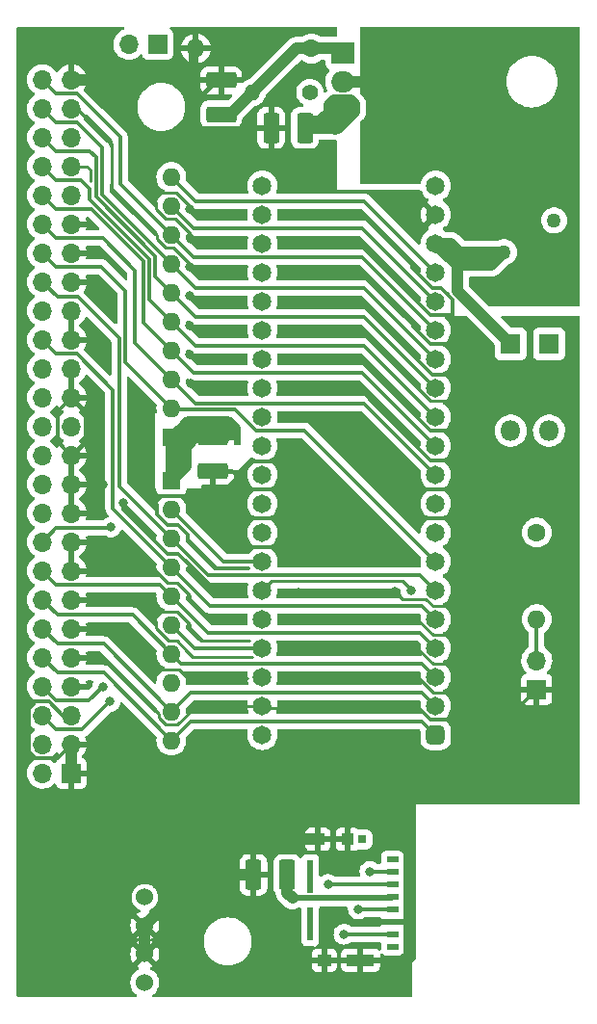
<source format=gbr>
%TF.GenerationSoftware,KiCad,Pcbnew,(6.0.2)*%
%TF.CreationDate,2022-04-05T14:05:54-06:00*%
%TF.ProjectId,F4_THTV1,46345f54-4854-4563-912e-6b696361645f,rev?*%
%TF.SameCoordinates,Original*%
%TF.FileFunction,Copper,L1,Top*%
%TF.FilePolarity,Positive*%
%FSLAX46Y46*%
G04 Gerber Fmt 4.6, Leading zero omitted, Abs format (unit mm)*
G04 Created by KiCad (PCBNEW (6.0.2)) date 2022-04-05 14:05:54*
%MOMM*%
%LPD*%
G01*
G04 APERTURE LIST*
G04 Aperture macros list*
%AMRoundRect*
0 Rectangle with rounded corners*
0 $1 Rounding radius*
0 $2 $3 $4 $5 $6 $7 $8 $9 X,Y pos of 4 corners*
0 Add a 4 corners polygon primitive as box body*
4,1,4,$2,$3,$4,$5,$6,$7,$8,$9,$2,$3,0*
0 Add four circle primitives for the rounded corners*
1,1,$1+$1,$2,$3*
1,1,$1+$1,$4,$5*
1,1,$1+$1,$6,$7*
1,1,$1+$1,$8,$9*
0 Add four rect primitives between the rounded corners*
20,1,$1+$1,$2,$3,$4,$5,0*
20,1,$1+$1,$4,$5,$6,$7,0*
20,1,$1+$1,$6,$7,$8,$9,0*
20,1,$1+$1,$8,$9,$2,$3,0*%
G04 Aperture macros list end*
%TA.AperFunction,ComponentPad*%
%ADD10R,1.700000X1.700000*%
%TD*%
%TA.AperFunction,ComponentPad*%
%ADD11O,1.700000X1.700000*%
%TD*%
%TA.AperFunction,ComponentPad*%
%ADD12C,1.524000*%
%TD*%
%TA.AperFunction,SMDPad,CuDef*%
%ADD13RoundRect,0.250001X0.462499X1.074999X-0.462499X1.074999X-0.462499X-1.074999X0.462499X-1.074999X0*%
%TD*%
%TA.AperFunction,SMDPad,CuDef*%
%ADD14RoundRect,0.250001X-1.074999X0.462499X-1.074999X-0.462499X1.074999X-0.462499X1.074999X0.462499X0*%
%TD*%
%TA.AperFunction,SMDPad,CuDef*%
%ADD15R,0.550000X2.910000*%
%TD*%
%TA.AperFunction,SMDPad,CuDef*%
%ADD16R,1.000000X0.500000*%
%TD*%
%TA.AperFunction,SMDPad,CuDef*%
%ADD17R,0.780000X0.720000*%
%TD*%
%TA.AperFunction,SMDPad,CuDef*%
%ADD18R,1.200000X1.050000*%
%TD*%
%TA.AperFunction,SMDPad,CuDef*%
%ADD19R,2.390000X1.050000*%
%TD*%
%TA.AperFunction,SMDPad,CuDef*%
%ADD20R,1.080000X1.050000*%
%TD*%
%TA.AperFunction,ComponentPad*%
%ADD21C,1.270000*%
%TD*%
%TA.AperFunction,ComponentPad*%
%ADD22RoundRect,0.412500X0.412500X0.412500X-0.412500X0.412500X-0.412500X-0.412500X0.412500X-0.412500X0*%
%TD*%
%TA.AperFunction,ComponentPad*%
%ADD23C,1.650000*%
%TD*%
%TA.AperFunction,ComponentPad*%
%ADD24C,1.600000*%
%TD*%
%TA.AperFunction,ComponentPad*%
%ADD25O,1.600000X1.600000*%
%TD*%
%TA.AperFunction,SMDPad,CuDef*%
%ADD26RoundRect,0.250001X1.074999X-0.462499X1.074999X0.462499X-1.074999X0.462499X-1.074999X-0.462499X0*%
%TD*%
%TA.AperFunction,ComponentPad*%
%ADD27C,1.400000*%
%TD*%
%TA.AperFunction,ComponentPad*%
%ADD28O,1.400000X1.400000*%
%TD*%
%TA.AperFunction,ComponentPad*%
%ADD29R,1.600000X1.600000*%
%TD*%
%TA.AperFunction,ComponentPad*%
%ADD30R,2.000000X1.905000*%
%TD*%
%TA.AperFunction,ComponentPad*%
%ADD31O,2.000000X1.905000*%
%TD*%
%TA.AperFunction,ComponentPad*%
%ADD32R,1.800000X1.800000*%
%TD*%
%TA.AperFunction,ComponentPad*%
%ADD33O,1.800000X1.800000*%
%TD*%
%TA.AperFunction,ViaPad*%
%ADD34C,0.800000*%
%TD*%
%TA.AperFunction,Conductor*%
%ADD35C,1.000000*%
%TD*%
%TA.AperFunction,Conductor*%
%ADD36C,0.330000*%
%TD*%
%TA.AperFunction,Conductor*%
%ADD37C,0.250000*%
%TD*%
%TA.AperFunction,Conductor*%
%ADD38C,0.450000*%
%TD*%
%TA.AperFunction,Conductor*%
%ADD39C,0.750000*%
%TD*%
%TA.AperFunction,Conductor*%
%ADD40C,0.200000*%
%TD*%
%TA.AperFunction,Conductor*%
%ADD41C,0.500000*%
%TD*%
G04 APERTURE END LIST*
D10*
%TO.P,J4,1*%
%TO.N,GND*%
X110200000Y-131400000D03*
D11*
%TO.P,J4,2*%
%TO.N,DB0*%
X107660000Y-131400000D03*
%TO.P,J4,3*%
%TO.N,GND*%
X110200000Y-128860000D03*
%TO.P,J4,4*%
%TO.N,DB1*%
X107660000Y-128860000D03*
%TO.P,J4,5*%
%TO.N,GND*%
X110200000Y-126320000D03*
%TO.P,J4,6*%
%TO.N,DB2*%
X107660000Y-126320000D03*
%TO.P,J4,7*%
%TO.N,GND*%
X110200000Y-123780000D03*
%TO.P,J4,8*%
%TO.N,DB3*%
X107660000Y-123780000D03*
%TO.P,J4,9*%
%TO.N,GND*%
X110200000Y-121240000D03*
%TO.P,J4,10*%
%TO.N,DB4*%
X107660000Y-121240000D03*
%TO.P,J4,11*%
%TO.N,GND*%
X110200000Y-118700000D03*
%TO.P,J4,12*%
%TO.N,DB5*%
X107660000Y-118700000D03*
%TO.P,J4,13*%
%TO.N,GND*%
X110200000Y-116160000D03*
%TO.P,J4,14*%
%TO.N,DB6*%
X107660000Y-116160000D03*
%TO.P,J4,15*%
%TO.N,GND*%
X110200000Y-113620000D03*
%TO.P,J4,16*%
%TO.N,DB7*%
X107660000Y-113620000D03*
%TO.P,J4,17*%
%TO.N,GND*%
X110200000Y-111080000D03*
%TO.P,J4,18*%
%TO.N,DBP*%
X107660000Y-111080000D03*
%TO.P,J4,19*%
%TO.N,GND*%
X110200000Y-108540000D03*
%TO.P,J4,20*%
%TO.N,Net-(J4-Pad20)*%
X107660000Y-108540000D03*
%TO.P,J4,21*%
%TO.N,GND*%
X110200000Y-106000000D03*
%TO.P,J4,22*%
%TO.N,Net-(J4-Pad22)*%
X107660000Y-106000000D03*
%TO.P,J4,23*%
%TO.N,GND*%
X110200000Y-103460000D03*
%TO.P,J4,24*%
%TO.N,Net-(J4-Pad24)*%
X107660000Y-103460000D03*
%TO.P,J4,25*%
%TO.N,Net-(J4-Pad25)*%
X110200000Y-100920000D03*
%TO.P,J4,26*%
%TO.N,+5V*%
X107660000Y-100920000D03*
%TO.P,J4,27*%
%TO.N,GND*%
X110200000Y-98380000D03*
%TO.P,J4,28*%
%TO.N,Net-(J4-Pad28)*%
X107660000Y-98380000D03*
%TO.P,J4,29*%
%TO.N,GND*%
X110200000Y-95840000D03*
%TO.P,J4,30*%
%TO.N,Net-(J4-Pad30)*%
X107660000Y-95840000D03*
%TO.P,J4,31*%
%TO.N,GND*%
X110200000Y-93300000D03*
%TO.P,J4,32*%
%TO.N,ATN*%
X107660000Y-93300000D03*
%TO.P,J4,33*%
%TO.N,GND*%
X110200000Y-90760000D03*
%TO.P,J4,34*%
%TO.N,Net-(J4-Pad34)*%
X107660000Y-90760000D03*
%TO.P,J4,35*%
%TO.N,GND*%
X110200000Y-88220000D03*
%TO.P,J4,36*%
%TO.N,BSY*%
X107660000Y-88220000D03*
%TO.P,J4,37*%
%TO.N,GND*%
X110200000Y-85680000D03*
%TO.P,J4,38*%
%TO.N,ACK*%
X107660000Y-85680000D03*
%TO.P,J4,39*%
%TO.N,GND*%
X110200000Y-83140000D03*
%TO.P,J4,40*%
%TO.N,RST*%
X107660000Y-83140000D03*
%TO.P,J4,41*%
%TO.N,GND*%
X110200000Y-80600000D03*
%TO.P,J4,42*%
%TO.N,MSG*%
X107660000Y-80600000D03*
%TO.P,J4,43*%
%TO.N,GND*%
X110200000Y-78060000D03*
%TO.P,J4,44*%
%TO.N,SEL*%
X107660000Y-78060000D03*
%TO.P,J4,45*%
%TO.N,GND*%
X110200000Y-75520000D03*
%TO.P,J4,46*%
%TO.N,CD*%
X107660000Y-75520000D03*
%TO.P,J4,47*%
%TO.N,GND*%
X110200000Y-72980000D03*
%TO.P,J4,48*%
%TO.N,REQ*%
X107660000Y-72980000D03*
%TO.P,J4,49*%
%TO.N,GND*%
X110200000Y-70440000D03*
%TO.P,J4,50*%
%TO.N,IO*%
X107660000Y-70440000D03*
%TD*%
D12*
%TO.P,J2,1*%
%TO.N,Net-(D1-Pad2)*%
X116666000Y-149794600D03*
%TO.P,J2,2*%
%TO.N,GND*%
X116666000Y-147294600D03*
%TO.P,J2,3*%
X116666000Y-144794600D03*
%TO.P,J2,4*%
%TO.N,Net-(J2-Pad4)*%
X116666000Y-142294600D03*
%TD*%
D13*
%TO.P,C2,1*%
%TO.N,+5F*%
X130746500Y-74676000D03*
%TO.P,C2,2*%
%TO.N,GND*%
X127771500Y-74676000D03*
%TD*%
D14*
%TO.P,C3,1*%
%TO.N,+2V8*%
X122682000Y-101854000D03*
%TO.P,C3,2*%
%TO.N,GND*%
X122682000Y-104829000D03*
%TD*%
D15*
%TO.P,J5,*%
%TO.N,*%
X131209000Y-144656000D03*
X131209000Y-140466000D03*
D16*
%TO.P,J5,1*%
%TO.N,Net-(J5-Pad1)*%
X138444000Y-138961000D03*
%TO.P,J5,2*%
%TO.N,SD_CS*%
X138444000Y-140061000D03*
%TO.P,J5,3*%
%TO.N,SD_MOSI*%
X138444000Y-141161000D03*
%TO.P,J5,4*%
%TO.N,+3V3*%
X138444000Y-142261000D03*
%TO.P,J5,5*%
%TO.N,SD_CLK*%
X138444000Y-143361000D03*
%TO.P,J5,6*%
%TO.N,GND*%
X138444000Y-144461000D03*
%TO.P,J5,7*%
%TO.N,SD_MISO*%
X138444000Y-145561000D03*
%TO.P,J5,8*%
%TO.N,Net-(J5-Pad8)*%
X138444000Y-146661000D03*
D17*
%TO.P,J5,9*%
%TO.N,Net-(J5-Pad9)*%
X135764000Y-137201000D03*
D18*
%TO.P,J5,10*%
%TO.N,GND*%
X132454000Y-147836000D03*
D19*
%TO.P,J5,11*%
X135639000Y-147836000D03*
D18*
%TO.P,J5,12*%
X131884000Y-137191000D03*
D20*
%TO.P,J5,13*%
X134494000Y-137201000D03*
%TD*%
D21*
%TO.P,F1,1*%
%TO.N,+5VP*%
X148253675Y-85587879D03*
%TO.P,F1,2*%
%TO.N,+5F*%
X152654000Y-82804000D03*
%TD*%
D22*
%TO.P,BP1,1*%
%TO.N,DB4*%
X142240000Y-128016000D03*
D23*
%TO.P,BP1,2*%
%TO.N,DB5*%
X142240000Y-125476000D03*
%TO.P,BP1,3*%
%TO.N,DB6*%
X142240000Y-122936000D03*
%TO.P,BP1,4*%
%TO.N,DB7*%
X142240000Y-120396000D03*
%TO.P,BP1,5*%
%TO.N,ATN*%
X142240000Y-117856000D03*
%TO.P,BP1,6*%
%TO.N,BSY*%
X142240000Y-115316000D03*
%TO.P,BP1,7*%
%TO.N,ACK*%
X142240000Y-112776000D03*
%TO.P,BP1,8*%
%TO.N,Net-(BP1-Pad8)*%
X142240000Y-110236000D03*
%TO.P,BP1,9*%
%TO.N,Net-(BP1-Pad9)*%
X142240000Y-107696000D03*
%TO.P,BP1,10*%
%TO.N,RST*%
X142240000Y-105156000D03*
%TO.P,BP1,11*%
%TO.N,MSG*%
X142240000Y-102616000D03*
%TO.P,BP1,12*%
%TO.N,SEL*%
X142240000Y-100076000D03*
%TO.P,BP1,13*%
%TO.N,CD*%
X142240000Y-97536000D03*
%TO.P,BP1,14*%
%TO.N,REQ*%
X142240000Y-94996000D03*
%TO.P,BP1,15*%
%TO.N,IO*%
X142240000Y-92456000D03*
%TO.P,BP1,16*%
%TO.N,DB0*%
X142240000Y-89916000D03*
%TO.P,BP1,17*%
%TO.N,DB1*%
X142240000Y-87376000D03*
%TO.P,BP1,18*%
%TO.N,+5VP*%
X142240000Y-84836000D03*
%TO.P,BP1,19*%
%TO.N,GND*%
X142240000Y-82296000D03*
%TO.P,BP1,20*%
%TO.N,Net-(BP1-Pad20)*%
X142240000Y-79756000D03*
%TO.P,BP1,21*%
%TO.N,Net-(BP1-Pad21)*%
X127000000Y-79756000D03*
%TO.P,BP1,22*%
%TO.N,Net-(BP1-Pad22)*%
X127000000Y-82296000D03*
%TO.P,BP1,23*%
%TO.N,Net-(BP1-Pad23)*%
X127000000Y-84836000D03*
%TO.P,BP1,24*%
%TO.N,Net-(BP1-Pad24)*%
X127000000Y-87376000D03*
%TO.P,BP1,25*%
%TO.N,Net-(BP1-Pad25)*%
X127000000Y-89916000D03*
%TO.P,BP1,26*%
%TO.N,Net-(BP1-Pad26)*%
X127000000Y-92456000D03*
%TO.P,BP1,27*%
%TO.N,Net-(BP1-Pad27)*%
X127000000Y-94996000D03*
%TO.P,BP1,28*%
%TO.N,Net-(BP1-Pad28)*%
X127000000Y-97536000D03*
%TO.P,BP1,29*%
%TO.N,Net-(BP1-Pad29)*%
X127000000Y-100076000D03*
%TO.P,BP1,30*%
%TO.N,SD_CS*%
X127000000Y-102616000D03*
%TO.P,BP1,31*%
%TO.N,SD_CLK*%
X127000000Y-105156000D03*
%TO.P,BP1,32*%
%TO.N,SD_MISO*%
X127000000Y-107696000D03*
%TO.P,BP1,33*%
%TO.N,SD_MOSI*%
X127000000Y-110236000D03*
%TO.P,BP1,34*%
%TO.N,DBP*%
X127000000Y-112776000D03*
%TO.P,BP1,35*%
%TO.N,Net-(BP1-Pad35)*%
X127000000Y-115316000D03*
%TO.P,BP1,36*%
%TO.N,DB3*%
X127000000Y-117856000D03*
%TO.P,BP1,37*%
%TO.N,DB2*%
X127000000Y-120396000D03*
%TO.P,BP1,38*%
%TO.N,+3V3*%
X127000000Y-122936000D03*
%TO.P,BP1,39*%
%TO.N,GND*%
X127000000Y-125476000D03*
%TO.P,BP1,40*%
%TO.N,Net-(BP1-Pad40)*%
X127000000Y-128016000D03*
%TD*%
D10*
%TO.P,J3,1*%
%TO.N,GND*%
X151130000Y-124015500D03*
D11*
%TO.P,J3,2*%
%TO.N,Net-(J3-Pad2)*%
X151130000Y-121475500D03*
%TD*%
D24*
%TO.P,R19,1*%
%TO.N,Net-(BP1-Pad35)*%
X151130000Y-110236000D03*
D25*
%TO.P,R19,2*%
%TO.N,Net-(J3-Pad2)*%
X151130000Y-117856000D03*
%TD*%
D26*
%TO.P,C1,1*%
%TO.N,Net-(C1-Pad1)*%
X123380500Y-73469500D03*
%TO.P,C1,2*%
%TO.N,GND*%
X123380500Y-70494500D03*
%TD*%
D24*
%TO.P,R1,1*%
%TO.N,Net-(C1-Pad1)*%
X131318000Y-67691000D03*
D25*
%TO.P,R1,2*%
%TO.N,GND*%
X121158000Y-67691000D03*
%TD*%
D27*
%TO.P,R2,1*%
%TO.N,+2V8*%
X131191000Y-71564500D03*
D28*
%TO.P,R2,2*%
%TO.N,Net-(C1-Pad1)*%
X126111000Y-71564500D03*
%TD*%
D29*
%TO.P,RN1,1*%
%TO.N,+2V8*%
X118999000Y-105664000D03*
D25*
%TO.P,RN1,2*%
%TO.N,DBP*%
X118999000Y-108204000D03*
%TO.P,RN1,3*%
%TO.N,BSY*%
X118999000Y-110744000D03*
%TO.P,RN1,4*%
%TO.N,ATN*%
X118999000Y-113284000D03*
%TO.P,RN1,5*%
%TO.N,DB7*%
X118999000Y-115824000D03*
%TO.P,RN1,6*%
%TO.N,DB2*%
X118999000Y-118364000D03*
%TO.P,RN1,7*%
%TO.N,DB6*%
X118999000Y-120904000D03*
%TO.P,RN1,8*%
%TO.N,DB3*%
X118999000Y-123444000D03*
%TO.P,RN1,9*%
%TO.N,DB5*%
X118999000Y-125984000D03*
%TO.P,RN1,10*%
%TO.N,DB4*%
X118999000Y-128524000D03*
%TD*%
D29*
%TO.P,RN2,1*%
%TO.N,+2V8*%
X118999000Y-101854000D03*
D25*
%TO.P,RN2,2*%
%TO.N,ACK*%
X118999000Y-99314000D03*
%TO.P,RN2,3*%
%TO.N,RST*%
X118999000Y-96774000D03*
%TO.P,RN2,4*%
%TO.N,MSG*%
X118999000Y-94234000D03*
%TO.P,RN2,5*%
%TO.N,SEL*%
X118999000Y-91694000D03*
%TO.P,RN2,6*%
%TO.N,CD*%
X118999000Y-89154000D03*
%TO.P,RN2,7*%
%TO.N,REQ*%
X118999000Y-86614000D03*
%TO.P,RN2,8*%
%TO.N,IO*%
X118999000Y-84074000D03*
%TO.P,RN2,9*%
%TO.N,DB0*%
X118999000Y-81534000D03*
%TO.P,RN2,10*%
%TO.N,DB1*%
X118999000Y-78994000D03*
%TD*%
D30*
%TO.P,U1,1*%
%TO.N,Net-(C1-Pad1)*%
X134048500Y-68072000D03*
D31*
%TO.P,U1,2*%
%TO.N,+2V8*%
X134048500Y-70612000D03*
%TO.P,U1,3*%
%TO.N,+5F*%
X134048500Y-73152000D03*
%TD*%
D10*
%TO.P,J1,1*%
%TO.N,Net-(D2-Pad2)*%
X117792500Y-67310000D03*
D11*
%TO.P,J1,2*%
%TO.N,+5V*%
X115252500Y-67310000D03*
%TD*%
D32*
%TO.P,D1,1*%
%TO.N,+5VP*%
X152209500Y-93662500D03*
D33*
%TO.P,D1,2*%
%TO.N,Net-(D1-Pad2)*%
X152209500Y-101282500D03*
%TD*%
D32*
%TO.P,D2,1*%
%TO.N,+5VP*%
X148844000Y-93662500D03*
D33*
%TO.P,D2,2*%
%TO.N,Net-(D2-Pad2)*%
X148844000Y-101282500D03*
%TD*%
D13*
%TO.P,C4,1*%
%TO.N,+3V3*%
X129186000Y-140335000D03*
%TO.P,C4,2*%
%TO.N,GND*%
X126211000Y-140335000D03*
%TD*%
D34*
%TO.N,GND*%
X112966500Y-70548500D03*
X116459000Y-77279500D03*
X134493000Y-82296000D03*
X122342499Y-106829001D03*
X125244860Y-89949020D03*
X117284500Y-122237500D03*
X113284000Y-94361000D03*
X151574500Y-106426000D03*
X120647460Y-86906100D03*
X120647460Y-89453720D03*
X125244860Y-92496640D03*
X134493000Y-94996000D03*
X113538000Y-89852500D03*
X130175000Y-115506500D03*
X114744500Y-112649000D03*
X130175000Y-122999500D03*
X134493000Y-84836000D03*
X131318000Y-125666500D03*
X120700800Y-97132140D03*
X120647460Y-94566740D03*
X138620500Y-115379500D03*
X121412000Y-76073000D03*
X113011500Y-106000000D03*
X120683020Y-84396580D03*
X116205000Y-103822500D03*
X134493000Y-90170000D03*
X134493000Y-92583000D03*
X134493000Y-97409000D03*
X125204220Y-115366800D03*
X134493000Y-87439500D03*
X130175000Y-120396000D03*
X120647460Y-92019120D03*
X114741960Y-107652820D03*
X116649500Y-98742500D03*
X140154660Y-112659160D03*
X135061960Y-108023660D03*
X125171200Y-82288380D03*
X138684000Y-125666500D03*
X138620500Y-123063000D03*
X124841000Y-78422500D03*
X125209300Y-87419180D03*
X125227080Y-97551240D03*
X114935000Y-119634000D03*
X120647460Y-81813400D03*
X123974860Y-106809540D03*
X125074940Y-123035060D03*
X138620500Y-120459500D03*
X125227080Y-94988380D03*
X121076000Y-131400000D03*
X138557000Y-117919500D03*
X125191520Y-84874100D03*
X126015750Y-77247750D03*
X123380500Y-68262500D03*
X130175000Y-117919500D03*
X146232880Y-110528100D03*
X128981200Y-100068380D03*
%TO.N,+2V8*%
X123920250Y-100488750D03*
X152908000Y-74993500D03*
X121316750Y-100488750D03*
X152908000Y-67818000D03*
X148082000Y-67818000D03*
X148082000Y-74993500D03*
X150685500Y-74993500D03*
X148082000Y-73215500D03*
X122682000Y-100584000D03*
%TO.N,SD_CS*%
X136461500Y-140017500D03*
%TO.N,SD_CLK*%
X135445500Y-143319500D03*
%TO.N,SD_MISO*%
X134175500Y-145542000D03*
%TO.N,SD_MOSI*%
X132778500Y-141160500D03*
%TO.N,DBP*%
X113692001Y-109755001D03*
%TO.N,DB3*%
X112966500Y-123761500D03*
%TO.N,DB2*%
X113591501Y-125104999D03*
%TO.N,+3V3*%
X129662999Y-142371001D03*
%TO.N,Net-(BP1-Pad35)*%
X140045440Y-115359180D03*
%TD*%
D35*
%TO.N,GND*%
X126015750Y-77247750D02*
X124841000Y-78422500D01*
X124841000Y-78422500D02*
X124460000Y-78803500D01*
D36*
X113011500Y-106000000D02*
X113011500Y-106000000D01*
X122342499Y-106829001D02*
X122069860Y-107101640D01*
D37*
X142004834Y-119246489D02*
X143686489Y-119246489D01*
D36*
X107076799Y-130075001D02*
X108984999Y-130075001D01*
D35*
X119443500Y-77025500D02*
X126238000Y-77025500D01*
D37*
X126015750Y-77247750D02*
X130206750Y-77247750D01*
D36*
X144714000Y-106426000D02*
X140208000Y-106426000D01*
X143734489Y-91105511D02*
X143750000Y-91090000D01*
X143280480Y-89321595D02*
X143750000Y-89791115D01*
X110200000Y-126320000D02*
X109450454Y-126320000D01*
D37*
X140669500Y-120459500D02*
X141996489Y-121786489D01*
X120683020Y-84396580D02*
X120683020Y-84003020D01*
D36*
X128869440Y-110680500D02*
X128869440Y-109580680D01*
D37*
X116459000Y-77279500D02*
X116459000Y-78609000D01*
D36*
X140300990Y-144272000D02*
X140300990Y-143983990D01*
X118642454Y-112118999D02*
X119624453Y-112118999D01*
D37*
X138620500Y-115379500D02*
X139324691Y-116083691D01*
X119545319Y-127109001D02*
X121178320Y-125476000D01*
X143436489Y-116706489D02*
X143510000Y-116780000D01*
X141382036Y-116083691D02*
X142004834Y-116706489D01*
D36*
X143714489Y-93645511D02*
X143750000Y-93610000D01*
X117708680Y-107802680D02*
X117708680Y-108637882D01*
X123974860Y-109928660D02*
X125587760Y-111541560D01*
X122745500Y-106426000D02*
X129603500Y-106426000D01*
D37*
X110200000Y-72980000D02*
X110714240Y-72980000D01*
D36*
X141908265Y-96346489D02*
X143283511Y-96346489D01*
X141751776Y-101270000D02*
X143430000Y-101270000D01*
D37*
X140677845Y-117919500D02*
X142004834Y-119246489D01*
D36*
X140190000Y-87008224D02*
X141908265Y-88726489D01*
X134493000Y-90170000D02*
X135731776Y-90170000D01*
X108984999Y-130075001D02*
X110200000Y-128860000D01*
X134493000Y-97409000D02*
X135350776Y-97409000D01*
D37*
X120604280Y-116232940D02*
X122273060Y-117901720D01*
D36*
X146621500Y-106426000D02*
X144714000Y-106426000D01*
X134494000Y-136346000D02*
X138887000Y-131953000D01*
D37*
X118748997Y-119778999D02*
X119474199Y-119778999D01*
X120683020Y-84003020D02*
X119338511Y-82658511D01*
D35*
X121076000Y-140384600D02*
X121076000Y-137369000D01*
D37*
X110200000Y-116160000D02*
X116932160Y-116160000D01*
X127190500Y-125666500D02*
X127000000Y-125476000D01*
D36*
X108984999Y-102253999D02*
X109601000Y-102870000D01*
X140589000Y-131953000D02*
X143192500Y-131953000D01*
X143283511Y-96346489D02*
X143380000Y-96250000D01*
X120403620Y-110424418D02*
X120403620Y-110919260D01*
X114741960Y-107652820D02*
X114741960Y-108218505D01*
D35*
X121254000Y-137191000D02*
X121076000Y-137369000D01*
D37*
X119474199Y-119778999D02*
X120365520Y-120670320D01*
D36*
X135731776Y-90170000D02*
X141908265Y-96346489D01*
D37*
X142004834Y-116706489D02*
X143436489Y-116706489D01*
D38*
X120713500Y-74676000D02*
X120713500Y-67881500D01*
D37*
X118011159Y-117238999D02*
X119443719Y-117238999D01*
D36*
X122682000Y-104829000D02*
X124359060Y-104829000D01*
X120686419Y-107038999D02*
X117751001Y-107038999D01*
D37*
X120462040Y-123035060D02*
X125074940Y-123035060D01*
X120647460Y-86672160D02*
X119173811Y-85198511D01*
X121178320Y-125476000D02*
X127000000Y-125476000D01*
D36*
X140165990Y-147836000D02*
X140300990Y-147701000D01*
X140220000Y-92118224D02*
X141747287Y-93645511D01*
D37*
X131318000Y-125666500D02*
X127190500Y-125666500D01*
D35*
X126211000Y-140335000D02*
X121125600Y-140335000D01*
D37*
X120629680Y-118737380D02*
X121620280Y-119727980D01*
D36*
X141747287Y-93645511D02*
X143714489Y-93645511D01*
X125587760Y-111541560D02*
X128008380Y-111541560D01*
D37*
X121620280Y-119727980D02*
X125900180Y-119727980D01*
D36*
X141908265Y-88726489D02*
X142732713Y-88726489D01*
D37*
X120777000Y-72680500D02*
X120777000Y-67818000D01*
D35*
X116666000Y-144794600D02*
X121076000Y-140384600D01*
D38*
X123317000Y-70140500D02*
X120940500Y-72517000D01*
D36*
X110200000Y-98380000D02*
X108984999Y-99595001D01*
X145014489Y-126665511D02*
X145060000Y-126620000D01*
D37*
X141996489Y-121786489D02*
X143376489Y-121786489D01*
D36*
X116205000Y-106299000D02*
X117708680Y-107802680D01*
D37*
X138620500Y-120459500D02*
X140669500Y-120459500D01*
D36*
X126239281Y-103965999D02*
X128050301Y-103965999D01*
X140111990Y-144461000D02*
X140300990Y-144272000D01*
X110200000Y-106000000D02*
X113011500Y-106000000D01*
X134493000Y-94996000D02*
X135477776Y-94996000D01*
D38*
X111475001Y-102184999D02*
X110200000Y-103460000D01*
D36*
X140111990Y-144461000D02*
X140111990Y-144620490D01*
X140748276Y-125666500D02*
X141747287Y-126665511D01*
D37*
X138620500Y-123063000D02*
X140741345Y-123063000D01*
D36*
X140300990Y-144809490D02*
X140300990Y-143983990D01*
X134494000Y-137201000D02*
X134494000Y-136346000D01*
X106444999Y-125736799D02*
X106444999Y-129443201D01*
D37*
X111882980Y-78354980D02*
X111882980Y-79376502D01*
X119443719Y-117238999D02*
X119539001Y-117238999D01*
D36*
X122857260Y-113372900D02*
X125770640Y-113372900D01*
D37*
X120629680Y-118329678D02*
X120629680Y-118737380D01*
X118259489Y-80409489D02*
X119464789Y-80409489D01*
X119539001Y-114698999D02*
X120604280Y-115764278D01*
X120647460Y-81592160D02*
X120647460Y-81813400D01*
X114744500Y-112649000D02*
X116629180Y-112649000D01*
X140208000Y-80264000D02*
X142240000Y-82296000D01*
X113743740Y-80106520D02*
X117708680Y-84071460D01*
X119464789Y-80409489D02*
X120647460Y-81592160D01*
D38*
X111475001Y-99655001D02*
X111475001Y-102184999D01*
D36*
X134493000Y-82296000D02*
X135896000Y-82296000D01*
X140220000Y-91960000D02*
X140220000Y-92118224D01*
D37*
X143376489Y-121786489D02*
X143630000Y-122040000D01*
X110200000Y-121240000D02*
X112964680Y-121240000D01*
X117284500Y-122237500D02*
X119664480Y-122237500D01*
D36*
X138444000Y-144461000D02*
X140111990Y-144461000D01*
D37*
X122273060Y-117901720D02*
X125376940Y-117901720D01*
D36*
X122745500Y-106426000D02*
X122342499Y-106829001D01*
D37*
X120647460Y-86906100D02*
X120647460Y-86672160D01*
D36*
X124359060Y-104829000D02*
X124780040Y-105249980D01*
D35*
X110200000Y-70440000D02*
X112858000Y-70440000D01*
D36*
X128008380Y-111541560D02*
X128869440Y-110680500D01*
X138887000Y-131953000D02*
X140589000Y-131953000D01*
X140360000Y-108990000D02*
X140290000Y-108920000D01*
X144714000Y-106426000D02*
X144714000Y-108896000D01*
D37*
X115730740Y-116160000D02*
X117619780Y-118049040D01*
D36*
X122872254Y-115366800D02*
X125204220Y-115366800D01*
X141821776Y-103880000D02*
X143680000Y-103880000D01*
D37*
X130206750Y-77247750D02*
X133223000Y-80264000D01*
D36*
X123974860Y-106809540D02*
X123974860Y-106230420D01*
X107086798Y-125095000D02*
X106444999Y-125736799D01*
X128869440Y-109580680D02*
X128264920Y-108976160D01*
X118649797Y-109578999D02*
X119558201Y-109578999D01*
D37*
X117873999Y-126524001D02*
X118458999Y-127109001D01*
D35*
X126238000Y-77025500D02*
X126015750Y-77247750D01*
D36*
X143280480Y-89274256D02*
X143280480Y-89321595D01*
D37*
X120853200Y-121158000D02*
X126100840Y-121158000D01*
D35*
X121076000Y-137369000D02*
X121076000Y-131400000D01*
D37*
X134493000Y-92583000D02*
X135661345Y-92583000D01*
D36*
X138684000Y-125666500D02*
X140748276Y-125666500D01*
X114741960Y-108218505D02*
X118642454Y-112118999D01*
D37*
X141998345Y-124320000D02*
X144020000Y-124320000D01*
X117619780Y-118049040D02*
X117619780Y-118649782D01*
X110200000Y-78060000D02*
X111588000Y-78060000D01*
D36*
X123974860Y-106230420D02*
X126239281Y-103965999D01*
X134484000Y-137191000D02*
X134494000Y-137201000D01*
X135477776Y-94996000D02*
X141751776Y-101270000D01*
D37*
X112964680Y-121240000D02*
X117873999Y-126149319D01*
D36*
X108225454Y-125095000D02*
X107086798Y-125095000D01*
D37*
X141768345Y-98690000D02*
X143480000Y-98690000D01*
X120604280Y-115764278D02*
X120604280Y-116232940D01*
X135661345Y-92583000D02*
X141768345Y-98690000D01*
X111588000Y-78060000D02*
X111882980Y-78354980D01*
D36*
X128264920Y-108976160D02*
X125679200Y-108976160D01*
X144714000Y-108896000D02*
X144620000Y-108990000D01*
D37*
X119338511Y-82658511D02*
X118528511Y-82658511D01*
D35*
X110200000Y-131400000D02*
X110200000Y-128860000D01*
D36*
X109450454Y-126320000D02*
X108225454Y-125095000D01*
D35*
X116666000Y-147294600D02*
X116666000Y-144794600D01*
D37*
X117873999Y-126149319D02*
X117873999Y-126524001D01*
X119539001Y-117238999D02*
X120629680Y-118329678D01*
D36*
X120403620Y-110919260D02*
X122857260Y-113372900D01*
X143192500Y-131953000D02*
X151130000Y-124015500D01*
X135699500Y-87439500D02*
X140220000Y-91960000D01*
X143750000Y-89791115D02*
X143750000Y-91270000D01*
X143248112Y-89241888D02*
X143280480Y-89274256D01*
X135896000Y-82296000D02*
X140190000Y-86590000D01*
D37*
X116629180Y-112649000D02*
X118679179Y-114698999D01*
D36*
X119624453Y-112118999D02*
X122872254Y-115366800D01*
X140208000Y-106426000D02*
X135318500Y-101536500D01*
D37*
X120365520Y-120670320D02*
X120853200Y-121158000D01*
D36*
X134493000Y-84836000D02*
X135477776Y-84836000D01*
X106444999Y-129443201D02*
X107076799Y-130075001D01*
X116205000Y-103822500D02*
X116205000Y-106299000D01*
D37*
X117708680Y-84418680D02*
X117708680Y-84071460D01*
X125074940Y-123035060D02*
X125730000Y-123035060D01*
X138557000Y-117919500D02*
X140677845Y-117919500D01*
X117640000Y-81770000D02*
X117640000Y-81250000D01*
X118488511Y-85198511D02*
X117708680Y-84418680D01*
D36*
X141747287Y-126665511D02*
X145014489Y-126665511D01*
X142732713Y-88726489D02*
X143248112Y-89241888D01*
D37*
X118528511Y-82658511D02*
X117640000Y-81770000D01*
D36*
X140190000Y-86590000D02*
X140190000Y-87008224D01*
D37*
X133223000Y-80264000D02*
X136207500Y-80264000D01*
X110200000Y-116160000D02*
X115730740Y-116160000D01*
X116459000Y-78609000D02*
X118259489Y-80409489D01*
X119173811Y-85198511D02*
X118488511Y-85198511D01*
X140741345Y-123063000D02*
X141998345Y-124320000D01*
D36*
X140111990Y-144620490D02*
X140300990Y-144809490D01*
D37*
X116932160Y-116160000D02*
X118011159Y-117238999D01*
D38*
X110200000Y-98380000D02*
X111475001Y-99655001D01*
D36*
X134493000Y-87439500D02*
X135699500Y-87439500D01*
D38*
X120713500Y-67881500D02*
X121158000Y-67437000D01*
D36*
X132454000Y-147836000D02*
X135639000Y-147836000D01*
X141747287Y-91105511D02*
X143734489Y-91105511D01*
X140300990Y-143983990D02*
X140300990Y-132241010D01*
X122069860Y-107101640D02*
X120749060Y-107101640D01*
X135639000Y-147836000D02*
X140165990Y-147836000D01*
X117751001Y-107038999D02*
X117614700Y-107175300D01*
D37*
X110714240Y-72980000D02*
X113743740Y-76009500D01*
D35*
X121125600Y-140335000D02*
X121076000Y-140384600D01*
D37*
X136207500Y-80264000D02*
X140208000Y-80264000D01*
D36*
X135477776Y-84836000D02*
X141747287Y-91105511D01*
D37*
X120777000Y-74676000D02*
X120777000Y-72680500D01*
D36*
X122682000Y-106362500D02*
X122745500Y-106426000D01*
X108984999Y-99595001D02*
X108984999Y-102253999D01*
D37*
X139324691Y-116083691D02*
X141382036Y-116083691D01*
X136207500Y-80264000D02*
X140906500Y-80264000D01*
D36*
X119558201Y-109578999D02*
X120403620Y-110424418D01*
D37*
X119664480Y-122237500D02*
X120462040Y-123035060D01*
D36*
X140300990Y-147701000D02*
X140300990Y-144809490D01*
X131884000Y-137191000D02*
X134484000Y-137191000D01*
D37*
X117619780Y-118649782D02*
X118748997Y-119778999D01*
X127771500Y-74676000D02*
X120777000Y-74676000D01*
X120777000Y-67818000D02*
X121158000Y-67437000D01*
D36*
X140300990Y-132241010D02*
X140589000Y-131953000D01*
X123974860Y-106809540D02*
X123974860Y-109928660D01*
D35*
X112858000Y-70440000D02*
X112966500Y-70548500D01*
D37*
X143686489Y-119246489D02*
X143800000Y-119360000D01*
D36*
X120749060Y-107101640D02*
X120686419Y-107038999D01*
D37*
X118458999Y-127109001D02*
X119545319Y-127109001D01*
D38*
X127771500Y-74676000D02*
X120713500Y-74676000D01*
D37*
X120777000Y-72680500D02*
X123317000Y-70140500D01*
X113743740Y-76009500D02*
X113743740Y-80106520D01*
D36*
X144620000Y-108990000D02*
X140360000Y-108990000D01*
D35*
X131884000Y-137191000D02*
X121254000Y-137191000D01*
D37*
X118679179Y-114698999D02*
X119539001Y-114698999D01*
D36*
X122682000Y-104829000D02*
X122682000Y-106362500D01*
X117708680Y-108637882D02*
X118649797Y-109578999D01*
X135350776Y-97409000D02*
X141821776Y-103880000D01*
%TO.N,+2V8*%
X123920250Y-100488750D02*
X123317000Y-101092000D01*
X122682000Y-100584000D02*
X122682000Y-100584000D01*
D39*
X123920250Y-100488750D02*
X123920250Y-101314250D01*
D40*
X136334500Y-70612000D02*
X147955000Y-70612000D01*
D35*
X121316750Y-100488750D02*
X123920250Y-100488750D01*
X121316750Y-100488750D02*
X121316750Y-101695250D01*
X121475500Y-101854000D02*
X122682000Y-101854000D01*
X118999000Y-101854000D02*
X118999000Y-105664000D01*
D38*
X121316750Y-100488750D02*
X122682000Y-101854000D01*
X122682000Y-101028500D02*
X122682000Y-101854000D01*
D35*
X120269000Y-102679500D02*
X120269000Y-104394000D01*
X121316750Y-101695250D02*
X121475500Y-101854000D01*
X121316750Y-100488750D02*
X122142250Y-100488750D01*
D38*
X123920250Y-100488750D02*
X123920250Y-100615750D01*
X123920250Y-100615750D02*
X122682000Y-101854000D01*
D35*
X134048500Y-70612000D02*
X136334500Y-70612000D01*
X119634000Y-102362000D02*
X119634000Y-104203500D01*
X123920250Y-100488750D02*
X123920250Y-101695250D01*
X121316750Y-101631750D02*
X120269000Y-102679500D01*
X122142250Y-100488750D02*
X122682000Y-101028500D01*
X119126000Y-101854000D02*
X119634000Y-102362000D01*
X120269000Y-104394000D02*
X118999000Y-105664000D01*
D38*
X122682000Y-100584000D02*
X122682000Y-101028500D01*
D35*
X121316750Y-100488750D02*
X121316750Y-101631750D01*
X118999000Y-101854000D02*
X121475500Y-101854000D01*
D39*
X121316750Y-100488750D02*
X121316750Y-101377750D01*
D35*
X118999000Y-101854000D02*
X119126000Y-101854000D01*
X123920250Y-100488750D02*
X124587000Y-101155500D01*
X120491250Y-100488750D02*
X121316750Y-100488750D01*
X119126000Y-101854000D02*
X120491250Y-100488750D01*
D36*
%TO.N,SD_CS*%
X136505000Y-140061000D02*
X136461500Y-140017500D01*
X138444000Y-140061000D02*
X136505000Y-140061000D01*
%TO.N,SD_CLK*%
X138444000Y-143361000D02*
X135487000Y-143361000D01*
X135487000Y-143361000D02*
X135445500Y-143319500D01*
%TO.N,SD_MISO*%
X134194500Y-145561000D02*
X134175500Y-145542000D01*
X138444000Y-145561000D02*
X134194500Y-145561000D01*
%TO.N,SD_MOSI*%
X132779000Y-141161000D02*
X132778500Y-141160500D01*
X138444000Y-141161000D02*
X132779000Y-141161000D01*
%TO.N,ATN*%
X110673203Y-94515001D02*
X113874980Y-97716778D01*
X142240000Y-117856000D02*
X141049999Y-116665999D01*
X122380999Y-116665999D02*
X118999000Y-113284000D01*
X108875001Y-94515001D02*
X110673203Y-94515001D01*
X113874980Y-108159980D02*
X118999000Y-113284000D01*
X141049999Y-116665999D02*
X122380999Y-116665999D01*
X107660000Y-93300000D02*
X108875001Y-94515001D01*
X113874980Y-97716778D02*
X113874980Y-108159980D01*
%TO.N,BSY*%
X114404990Y-93166788D02*
X114404990Y-106149990D01*
X122221001Y-113966001D02*
X118999000Y-110744000D01*
X110783201Y-89544999D02*
X114404990Y-93166788D01*
X114404990Y-106149990D02*
X118999000Y-110744000D01*
X140890001Y-113966001D02*
X122221001Y-113966001D01*
X107660000Y-88220000D02*
X108984999Y-89544999D01*
X108984999Y-89544999D02*
X110783201Y-89544999D01*
X142240000Y-115316000D02*
X140890001Y-113966001D01*
%TO.N,DBP*%
X113582003Y-109864999D02*
X113692001Y-109755001D01*
X108875001Y-109864999D02*
X113582003Y-109864999D01*
X127000000Y-112776000D02*
X123571000Y-112776000D01*
X107660000Y-111080000D02*
X108875001Y-109864999D01*
X123571000Y-112776000D02*
X118999000Y-108204000D01*
%TO.N,ACK*%
X114935000Y-95250000D02*
X118999000Y-99314000D01*
X108875001Y-86895001D02*
X112866501Y-86895001D01*
X124578807Y-99416009D02*
X119101009Y-99416009D01*
X119101009Y-99416009D02*
X118999000Y-99314000D01*
X112866501Y-86895001D02*
X114935000Y-88963500D01*
X114935000Y-88963500D02*
X114935000Y-95250000D01*
X126428799Y-101266001D02*
X124578807Y-99416009D01*
X118999000Y-99314000D02*
X119126000Y-99441000D01*
X107660000Y-85680000D02*
X108875001Y-86895001D01*
X130730001Y-101266001D02*
X126428799Y-101266001D01*
X142240000Y-112776000D02*
X130730001Y-101266001D01*
%TO.N,RST*%
X115824000Y-87185500D02*
X115824000Y-93599000D01*
X135969999Y-98885999D02*
X142240000Y-105156000D01*
X115824000Y-93599000D02*
X118999000Y-96774000D01*
X112993501Y-84355001D02*
X115824000Y-87185500D01*
X107660000Y-83140000D02*
X108875001Y-84355001D01*
X118999000Y-96774000D02*
X121110999Y-98885999D01*
X121110999Y-98885999D02*
X135969999Y-98885999D01*
X108875001Y-84355001D02*
X112993501Y-84355001D01*
%TO.N,MSG*%
X135810001Y-96186001D02*
X142240000Y-102616000D01*
X111951362Y-81815001D02*
X116541980Y-86405619D01*
X118999000Y-94234000D02*
X120951001Y-96186001D01*
X108875001Y-81815001D02*
X111951362Y-81815001D01*
X120951001Y-96186001D02*
X135810001Y-96186001D01*
X116541980Y-91776980D02*
X118999000Y-94234000D01*
X107660000Y-80600000D02*
X108875001Y-81815001D01*
X116541980Y-86405619D02*
X116541980Y-91776980D01*
%TO.N,SEL*%
X112153454Y-81267547D02*
X117071990Y-86186083D01*
X111088501Y-79275001D02*
X111842980Y-80029480D01*
X111842980Y-80029480D02*
X111842980Y-80957074D01*
X111842980Y-80957074D02*
X112153454Y-81267547D01*
X118999000Y-91694000D02*
X121110999Y-93805999D01*
X108875001Y-79275001D02*
X111088501Y-79275001D01*
X135969999Y-93805999D02*
X142240000Y-100076000D01*
X121110999Y-93805999D02*
X135969999Y-93805999D01*
X117071990Y-89766990D02*
X118999000Y-91694000D01*
X117071990Y-86186083D02*
X117071990Y-89766990D01*
X107660000Y-78060000D02*
X108875001Y-79275001D01*
%TO.N,CD*%
X111850501Y-76735001D02*
X112372990Y-77257490D01*
X121110999Y-91265999D02*
X135969999Y-91265999D01*
X107660000Y-75520000D02*
X108875001Y-76735001D01*
X112372990Y-80737537D02*
X117602000Y-85966547D01*
X117602000Y-85966547D02*
X117602000Y-87757000D01*
X117602000Y-87757000D02*
X118999000Y-89154000D01*
X135969999Y-91265999D02*
X142240000Y-97536000D01*
X118999000Y-89154000D02*
X121110999Y-91265999D01*
X112372990Y-77257490D02*
X112372990Y-80737537D01*
X108875001Y-76735001D02*
X111850501Y-76735001D01*
%TO.N,REQ*%
X110673203Y-74195001D02*
X112903000Y-76424798D01*
X112903000Y-80518000D02*
X118999000Y-86614000D01*
X108875001Y-74195001D02*
X110673203Y-74195001D01*
X135969999Y-88725999D02*
X142240000Y-94996000D01*
X118999000Y-86614000D02*
X121110999Y-88725999D01*
X112903000Y-76424798D02*
X112903000Y-80518000D01*
X121110999Y-88725999D02*
X135969999Y-88725999D01*
X107660000Y-72980000D02*
X108875001Y-74195001D01*
%TO.N,IO*%
X114490500Y-79565500D02*
X114490500Y-75472298D01*
X135810001Y-86026001D02*
X142240000Y-92456000D01*
X118999000Y-84074000D02*
X114490500Y-79565500D01*
X120951001Y-86026001D02*
X135810001Y-86026001D01*
X108875001Y-71655001D02*
X107660000Y-70440000D01*
X118999000Y-84074000D02*
X120951001Y-86026001D01*
X114490500Y-75472298D02*
X110673203Y-71655001D01*
X110673203Y-71655001D02*
X108875001Y-71655001D01*
%TO.N,DB7*%
X122221001Y-119046001D02*
X118999000Y-115824000D01*
X140890001Y-119046001D02*
X122221001Y-119046001D01*
X108875001Y-114835001D02*
X118010001Y-114835001D01*
X118010001Y-114835001D02*
X118999000Y-115824000D01*
X142240000Y-120396000D02*
X140890001Y-119046001D01*
X107660000Y-113620000D02*
X108875001Y-114835001D01*
%TO.N,DB6*%
X107660000Y-116160000D02*
X108984999Y-117484999D01*
X115579999Y-117484999D02*
X118999000Y-120904000D01*
X141049999Y-121745999D02*
X119840999Y-121745999D01*
X142240000Y-122936000D02*
X141049999Y-121745999D01*
X108984999Y-117484999D02*
X115579999Y-117484999D01*
X119840999Y-121745999D02*
X118999000Y-120904000D01*
%TO.N,DB5*%
X107660000Y-118700000D02*
X108984999Y-120024999D01*
X142240000Y-125476000D02*
X141049999Y-124285999D01*
X113039999Y-120024999D02*
X118999000Y-125984000D01*
X108984999Y-120024999D02*
X113039999Y-120024999D01*
X141049999Y-124285999D02*
X120697001Y-124285999D01*
X120697001Y-124285999D02*
X118999000Y-125984000D01*
%TO.N,DB4*%
X141049999Y-126825999D02*
X120697001Y-126825999D01*
X142240000Y-128016000D02*
X141049999Y-126825999D01*
X108984999Y-122564999D02*
X113039999Y-122564999D01*
X113039999Y-122564999D02*
X118999000Y-128524000D01*
X120697001Y-126825999D02*
X118999000Y-128524000D01*
X107660000Y-121240000D02*
X108984999Y-122564999D01*
%TO.N,DB3*%
X107660000Y-123780000D02*
X108875001Y-124995001D01*
X111732999Y-124995001D02*
X112966500Y-123761500D01*
X108875001Y-124995001D02*
X111732999Y-124995001D01*
%TO.N,DB2*%
X113591501Y-125104999D02*
X113591501Y-125104999D01*
X121031000Y-120396000D02*
X118999000Y-118364000D01*
X107660000Y-126320000D02*
X108875001Y-127535001D01*
X127000000Y-120396000D02*
X121031000Y-120396000D01*
X111161499Y-127535001D02*
X113591501Y-125104999D01*
X108875001Y-127535001D02*
X111161499Y-127535001D01*
%TO.N,DB1*%
X135969999Y-81105999D02*
X142240000Y-87376000D01*
X118999000Y-78994000D02*
X121110999Y-81105999D01*
X121110999Y-81105999D02*
X135969999Y-81105999D01*
%TO.N,DB0*%
X120951001Y-83486001D02*
X135810001Y-83486001D01*
X135810001Y-83486001D02*
X142240000Y-89916000D01*
X118999000Y-81534000D02*
X120951001Y-83486001D01*
D41*
%TO.N,+3V3*%
X129662999Y-142371001D02*
X129662999Y-142371001D01*
D35*
X129186000Y-141894002D02*
X129662999Y-142371001D01*
X129186000Y-140335000D02*
X129186000Y-141894002D01*
D41*
X138333999Y-142371001D02*
X129662999Y-142371001D01*
X138444000Y-142261000D02*
X138333999Y-142371001D01*
D35*
%TO.N,+5VP*%
X142811500Y-85407500D02*
X144145000Y-86741000D01*
X144145000Y-88963500D02*
X148844000Y-93662500D01*
X147701000Y-85979000D02*
X147781777Y-86059777D01*
X143573500Y-84836000D02*
X143986250Y-85248750D01*
X142240000Y-84836000D02*
X142049500Y-84836000D01*
X148253675Y-85587879D02*
X144325379Y-85587879D01*
X147781777Y-86059777D02*
X148253675Y-85587879D01*
X144145000Y-86741000D02*
X147100554Y-86741000D01*
X142240000Y-84836000D02*
X143573500Y-84836000D01*
X144145000Y-86741000D02*
X144145000Y-88963500D01*
X144716500Y-85979000D02*
X147701000Y-85979000D01*
X142240000Y-84836000D02*
X142811500Y-85407500D01*
X144325379Y-85587879D02*
X143986250Y-85248750D01*
X147100554Y-86741000D02*
X147781777Y-86059777D01*
X143986250Y-85248750D02*
X144716500Y-85979000D01*
%TO.N,+5F*%
X133032500Y-73152000D02*
X132080000Y-74104500D01*
X132524500Y-74676000D02*
X134048500Y-73152000D01*
X133413500Y-72264510D02*
X133284990Y-72264510D01*
X133350000Y-74676000D02*
X133413500Y-74739500D01*
X133284990Y-72264510D02*
X132905500Y-72644000D01*
X132524500Y-74676000D02*
X133350000Y-74676000D01*
X135128000Y-73215500D02*
X135128000Y-72612018D01*
X130746500Y-74676000D02*
X132524500Y-74676000D01*
X135128000Y-72612018D02*
X134780492Y-72264510D01*
X133413500Y-72264510D02*
X133413500Y-72453500D01*
X132905500Y-72644000D02*
X132905500Y-73469500D01*
X132080000Y-74104500D02*
X131572000Y-74104500D01*
X134048500Y-73152000D02*
X133032500Y-73152000D01*
X133667500Y-74676000D02*
X135128000Y-73215500D01*
X130746500Y-74676000D02*
X131889500Y-74676000D01*
X134780492Y-72264510D02*
X133413500Y-72264510D01*
X133350000Y-74676000D02*
X133667500Y-74676000D01*
D37*
%TO.N,Net-(BP1-Pad35)*%
X127824999Y-114491001D02*
X139327121Y-114491001D01*
X139327121Y-114491001D02*
X140141960Y-115305840D01*
X127000000Y-115316000D02*
X127824999Y-114491001D01*
D36*
%TO.N,Net-(J3-Pad2)*%
X151130000Y-121475500D02*
X151130000Y-117856000D01*
D35*
%TO.N,Net-(C1-Pad1)*%
X124206000Y-73469500D02*
X126111000Y-71564500D01*
X129984500Y-67691000D02*
X129032000Y-68643500D01*
X123380500Y-73469500D02*
X124206000Y-73469500D01*
X126111000Y-71564500D02*
X129032000Y-68643500D01*
D38*
X124560000Y-73115500D02*
X126111000Y-71564500D01*
D35*
X131318000Y-67691000D02*
X133667500Y-67691000D01*
X133667500Y-67691000D02*
X134048500Y-68072000D01*
X131318000Y-67691000D02*
X129984500Y-67691000D01*
D38*
X123317000Y-73115500D02*
X124560000Y-73115500D01*
%TD*%
%TA.AperFunction,Conductor*%
%TO.N,GND*%
G36*
X114819293Y-65806002D02*
G01*
X114865786Y-65859658D01*
X114875890Y-65929932D01*
X114846396Y-65994512D01*
X114790317Y-66031765D01*
X114724256Y-66053357D01*
X114526107Y-66156507D01*
X114521974Y-66159610D01*
X114521971Y-66159612D01*
X114351600Y-66287530D01*
X114347465Y-66290635D01*
X114308025Y-66331907D01*
X114233774Y-66409606D01*
X114193129Y-66452138D01*
X114067243Y-66636680D01*
X113973188Y-66839305D01*
X113913489Y-67054570D01*
X113889751Y-67276695D01*
X113902610Y-67499715D01*
X113903747Y-67504761D01*
X113903748Y-67504767D01*
X113927804Y-67611508D01*
X113951722Y-67717639D01*
X114035766Y-67924616D01*
X114152487Y-68115088D01*
X114298750Y-68283938D01*
X114470626Y-68426632D01*
X114663500Y-68539338D01*
X114872192Y-68619030D01*
X114877260Y-68620061D01*
X114877263Y-68620062D01*
X114984517Y-68641883D01*
X115091097Y-68663567D01*
X115096272Y-68663757D01*
X115096274Y-68663757D01*
X115309173Y-68671564D01*
X115309177Y-68671564D01*
X115314337Y-68671753D01*
X115319457Y-68671097D01*
X115319459Y-68671097D01*
X115530788Y-68644025D01*
X115530789Y-68644025D01*
X115535916Y-68643368D01*
X115540866Y-68641883D01*
X115744929Y-68580661D01*
X115744934Y-68580659D01*
X115749884Y-68579174D01*
X115950494Y-68480896D01*
X116132360Y-68351173D01*
X116240591Y-68243319D01*
X116302962Y-68209404D01*
X116373768Y-68214592D01*
X116430530Y-68257238D01*
X116447512Y-68288341D01*
X116485783Y-68390428D01*
X116491885Y-68406705D01*
X116579239Y-68523261D01*
X116695795Y-68610615D01*
X116832184Y-68661745D01*
X116894366Y-68668500D01*
X118690634Y-68668500D01*
X118752816Y-68661745D01*
X118889205Y-68610615D01*
X119005761Y-68523261D01*
X119093115Y-68406705D01*
X119144245Y-68270316D01*
X119151000Y-68208134D01*
X119151000Y-67957522D01*
X119875273Y-67957522D01*
X119922764Y-68134761D01*
X119926510Y-68145053D01*
X120018586Y-68342511D01*
X120024069Y-68352007D01*
X120149028Y-68530467D01*
X120156084Y-68538875D01*
X120310125Y-68692916D01*
X120318533Y-68699972D01*
X120496993Y-68824931D01*
X120506489Y-68830414D01*
X120703947Y-68922490D01*
X120714239Y-68926236D01*
X120886503Y-68972394D01*
X120900599Y-68972058D01*
X120904000Y-68964116D01*
X120904000Y-68958967D01*
X121412000Y-68958967D01*
X121415973Y-68972498D01*
X121424522Y-68973727D01*
X121601761Y-68926236D01*
X121612053Y-68922490D01*
X121809511Y-68830414D01*
X121819007Y-68824931D01*
X121997467Y-68699972D01*
X122005875Y-68692916D01*
X122159916Y-68538875D01*
X122166972Y-68530467D01*
X122291931Y-68352007D01*
X122297414Y-68342511D01*
X122389490Y-68145053D01*
X122393236Y-68134761D01*
X122439394Y-67962497D01*
X122439058Y-67948401D01*
X122431116Y-67945000D01*
X121430115Y-67945000D01*
X121414876Y-67949475D01*
X121413671Y-67950865D01*
X121412000Y-67958548D01*
X121412000Y-68958967D01*
X120904000Y-68958967D01*
X120904000Y-67963115D01*
X120899525Y-67947876D01*
X120898135Y-67946671D01*
X120890452Y-67945000D01*
X119890033Y-67945000D01*
X119876502Y-67948973D01*
X119875273Y-67957522D01*
X119151000Y-67957522D01*
X119151000Y-67419503D01*
X119876606Y-67419503D01*
X119876942Y-67433599D01*
X119884884Y-67437000D01*
X120885885Y-67437000D01*
X120901124Y-67432525D01*
X120902329Y-67431135D01*
X120904000Y-67423452D01*
X120904000Y-67418885D01*
X121412000Y-67418885D01*
X121416475Y-67434124D01*
X121417865Y-67435329D01*
X121425548Y-67437000D01*
X122425967Y-67437000D01*
X122439498Y-67433027D01*
X122440727Y-67424478D01*
X122393236Y-67247239D01*
X122389490Y-67236947D01*
X122297414Y-67039489D01*
X122291931Y-67029993D01*
X122166972Y-66851533D01*
X122159916Y-66843125D01*
X122005875Y-66689084D01*
X121997467Y-66682028D01*
X121819007Y-66557069D01*
X121809511Y-66551586D01*
X121612053Y-66459510D01*
X121601761Y-66455764D01*
X121429497Y-66409606D01*
X121415401Y-66409942D01*
X121412000Y-66417884D01*
X121412000Y-67418885D01*
X120904000Y-67418885D01*
X120904000Y-66423033D01*
X120900027Y-66409502D01*
X120891478Y-66408273D01*
X120714239Y-66455764D01*
X120703947Y-66459510D01*
X120506489Y-66551586D01*
X120496993Y-66557069D01*
X120318533Y-66682028D01*
X120310125Y-66689084D01*
X120156084Y-66843125D01*
X120149028Y-66851533D01*
X120024069Y-67029993D01*
X120018586Y-67039489D01*
X119926510Y-67236947D01*
X119922764Y-67247239D01*
X119876606Y-67419503D01*
X119151000Y-67419503D01*
X119151000Y-66411866D01*
X119144245Y-66349684D01*
X119093115Y-66213295D01*
X119005761Y-66096739D01*
X118893796Y-66012825D01*
X118851281Y-65955967D01*
X118846255Y-65885148D01*
X118880315Y-65822855D01*
X118942646Y-65788865D01*
X118969361Y-65786000D01*
X133478000Y-65786000D01*
X133546121Y-65806002D01*
X133592614Y-65859658D01*
X133604000Y-65912000D01*
X133604000Y-66485000D01*
X133583998Y-66553121D01*
X133530342Y-66599614D01*
X133478000Y-66611000D01*
X133000366Y-66611000D01*
X132938184Y-66617755D01*
X132899116Y-66632401D01*
X132810199Y-66665734D01*
X132810196Y-66665736D01*
X132801795Y-66668885D01*
X132801687Y-66668597D01*
X132747342Y-66682500D01*
X132198740Y-66682500D01*
X132126469Y-66659713D01*
X132100280Y-66641375D01*
X131974749Y-66553477D01*
X131969767Y-66551154D01*
X131969762Y-66551151D01*
X131772225Y-66459039D01*
X131772224Y-66459039D01*
X131767243Y-66456716D01*
X131761935Y-66455294D01*
X131761933Y-66455293D01*
X131551402Y-66398881D01*
X131551400Y-66398881D01*
X131546087Y-66397457D01*
X131318000Y-66377502D01*
X131089913Y-66397457D01*
X131084600Y-66398881D01*
X131084598Y-66398881D01*
X130874067Y-66455293D01*
X130874065Y-66455294D01*
X130868757Y-66456716D01*
X130863776Y-66459039D01*
X130863775Y-66459039D01*
X130666238Y-66551151D01*
X130666233Y-66551154D01*
X130661251Y-66553477D01*
X130535720Y-66641375D01*
X130509531Y-66659713D01*
X130437260Y-66682500D01*
X130046340Y-66682500D01*
X130032732Y-66681763D01*
X130001236Y-66678341D01*
X130001232Y-66678341D01*
X129995111Y-66677676D01*
X129977111Y-66679251D01*
X129945109Y-66682050D01*
X129940284Y-66682379D01*
X129937813Y-66682500D01*
X129934731Y-66682500D01*
X129912263Y-66684703D01*
X129891989Y-66686691D01*
X129890674Y-66686813D01*
X129858413Y-66689636D01*
X129798087Y-66694913D01*
X129792968Y-66696400D01*
X129787667Y-66696920D01*
X129698694Y-66723782D01*
X129697554Y-66724120D01*
X129608163Y-66750091D01*
X129603429Y-66752545D01*
X129598331Y-66754084D01*
X129592887Y-66756978D01*
X129592886Y-66756979D01*
X129516331Y-66797684D01*
X129515163Y-66798298D01*
X129432574Y-66841108D01*
X129428411Y-66844431D01*
X129423704Y-66846934D01*
X129418930Y-66850828D01*
X129418928Y-66850829D01*
X129351605Y-66905737D01*
X129350660Y-66906500D01*
X129311527Y-66937739D01*
X129309036Y-66940230D01*
X129308309Y-66940880D01*
X129303963Y-66944592D01*
X129298306Y-66949206D01*
X129270438Y-66971935D01*
X129266515Y-66976677D01*
X129266513Y-66976679D01*
X129241203Y-67007273D01*
X129233213Y-67016053D01*
X125895679Y-70353587D01*
X125839195Y-70386199D01*
X125701400Y-70423121D01*
X125701398Y-70423122D01*
X125696090Y-70424544D01*
X125691109Y-70426866D01*
X125691108Y-70426867D01*
X125509423Y-70511588D01*
X125509420Y-70511590D01*
X125504442Y-70513911D01*
X125331224Y-70635199D01*
X125254828Y-70711595D01*
X125192516Y-70745621D01*
X125165733Y-70748500D01*
X123652615Y-70748500D01*
X123637376Y-70752975D01*
X123636171Y-70754365D01*
X123634500Y-70762048D01*
X123634500Y-71696885D01*
X123638975Y-71712124D01*
X123640365Y-71713329D01*
X123648048Y-71715000D01*
X124230076Y-71715000D01*
X124298197Y-71735002D01*
X124344690Y-71788658D01*
X124354794Y-71858932D01*
X124325300Y-71923512D01*
X124319171Y-71930095D01*
X124037671Y-72211595D01*
X123975359Y-72245621D01*
X123948576Y-72248500D01*
X122255100Y-72248500D01*
X122251854Y-72248837D01*
X122251850Y-72248837D01*
X122156193Y-72258762D01*
X122156189Y-72258763D01*
X122149335Y-72259474D01*
X122142799Y-72261655D01*
X122142797Y-72261655D01*
X122020667Y-72302401D01*
X121981555Y-72315450D01*
X121831152Y-72408522D01*
X121706195Y-72533697D01*
X121702355Y-72539927D01*
X121702354Y-72539928D01*
X121651376Y-72622630D01*
X121613385Y-72684262D01*
X121604729Y-72710360D01*
X121562158Y-72838709D01*
X121557703Y-72852139D01*
X121557003Y-72858975D01*
X121557002Y-72858978D01*
X121554765Y-72880810D01*
X121547000Y-72956600D01*
X121547000Y-73982400D01*
X121547337Y-73985646D01*
X121547337Y-73985650D01*
X121554924Y-74058768D01*
X121557974Y-74088165D01*
X121560155Y-74094701D01*
X121560155Y-74094703D01*
X121563424Y-74104500D01*
X121613950Y-74255945D01*
X121707022Y-74406348D01*
X121832197Y-74531305D01*
X121838427Y-74535145D01*
X121838428Y-74535146D01*
X121975590Y-74619694D01*
X121982762Y-74624115D01*
X122030012Y-74639787D01*
X122144111Y-74677632D01*
X122144113Y-74677632D01*
X122150639Y-74679797D01*
X122157475Y-74680497D01*
X122157478Y-74680498D01*
X122200531Y-74684909D01*
X122255100Y-74690500D01*
X124505900Y-74690500D01*
X124509146Y-74690163D01*
X124509150Y-74690163D01*
X124604807Y-74680238D01*
X124604811Y-74680237D01*
X124611665Y-74679526D01*
X124618201Y-74677345D01*
X124618203Y-74677345D01*
X124765570Y-74628179D01*
X124779445Y-74623550D01*
X124929848Y-74530478D01*
X125054805Y-74405303D01*
X125055679Y-74403885D01*
X126551000Y-74403885D01*
X126555475Y-74419124D01*
X126556865Y-74420329D01*
X126564548Y-74422000D01*
X127499385Y-74422000D01*
X127514624Y-74417525D01*
X127515829Y-74416135D01*
X127517500Y-74408452D01*
X127517500Y-74403885D01*
X128025500Y-74403885D01*
X128029975Y-74419124D01*
X128031365Y-74420329D01*
X128039048Y-74422000D01*
X128973885Y-74422000D01*
X128989124Y-74417525D01*
X128990329Y-74416135D01*
X128992000Y-74408452D01*
X128992000Y-73553904D01*
X128991663Y-73547389D01*
X128981744Y-73451797D01*
X128978850Y-73438398D01*
X128927412Y-73284217D01*
X128921238Y-73271038D01*
X128835937Y-73133193D01*
X128826901Y-73121792D01*
X128712170Y-73007261D01*
X128700759Y-72998249D01*
X128562755Y-72913182D01*
X128549577Y-72907038D01*
X128395284Y-72855861D01*
X128381919Y-72852995D01*
X128287561Y-72843328D01*
X128281144Y-72843000D01*
X128043615Y-72843000D01*
X128028376Y-72847475D01*
X128027171Y-72848865D01*
X128025500Y-72856548D01*
X128025500Y-74403885D01*
X127517500Y-74403885D01*
X127517500Y-72861115D01*
X127513025Y-72845876D01*
X127511635Y-72844671D01*
X127503952Y-72843000D01*
X127261904Y-72843000D01*
X127255389Y-72843337D01*
X127159797Y-72853256D01*
X127146398Y-72856150D01*
X126992217Y-72907588D01*
X126979038Y-72913762D01*
X126841193Y-72999063D01*
X126829792Y-73008099D01*
X126715261Y-73122830D01*
X126706249Y-73134241D01*
X126621182Y-73272245D01*
X126615038Y-73285423D01*
X126563861Y-73439716D01*
X126560995Y-73453081D01*
X126551328Y-73547439D01*
X126551000Y-73553856D01*
X126551000Y-74403885D01*
X125055679Y-74403885D01*
X125058646Y-74399072D01*
X125143775Y-74260968D01*
X125143776Y-74260966D01*
X125147615Y-74254738D01*
X125174064Y-74174995D01*
X125201132Y-74093389D01*
X125201132Y-74093387D01*
X125203297Y-74086861D01*
X125205836Y-74062086D01*
X125208409Y-74036969D01*
X125214000Y-73982400D01*
X125214000Y-73939925D01*
X125234002Y-73871804D01*
X125250905Y-73850830D01*
X126326322Y-72775413D01*
X126382806Y-72742801D01*
X126520596Y-72705880D01*
X126520597Y-72705880D01*
X126525910Y-72704456D01*
X126660613Y-72641643D01*
X126712577Y-72617412D01*
X126712580Y-72617410D01*
X126717558Y-72615089D01*
X126890776Y-72493801D01*
X127040301Y-72344276D01*
X127161589Y-72171058D01*
X127174392Y-72143603D01*
X127248633Y-71984392D01*
X127248634Y-71984391D01*
X127250956Y-71979410D01*
X127261772Y-71939046D01*
X127279914Y-71871337D01*
X127289300Y-71836306D01*
X127321912Y-71779823D01*
X129704955Y-69396779D01*
X129704974Y-69396761D01*
X130029101Y-69072634D01*
X130358260Y-68743474D01*
X130420573Y-68709449D01*
X130491388Y-68714513D01*
X130519625Y-68729355D01*
X130661251Y-68828523D01*
X130666233Y-68830846D01*
X130666238Y-68830849D01*
X130862765Y-68922490D01*
X130868757Y-68925284D01*
X130874065Y-68926706D01*
X130874067Y-68926707D01*
X131084598Y-68983119D01*
X131084600Y-68983119D01*
X131089913Y-68984543D01*
X131318000Y-69004498D01*
X131546087Y-68984543D01*
X131551400Y-68983119D01*
X131551402Y-68983119D01*
X131761933Y-68926707D01*
X131761935Y-68926706D01*
X131767243Y-68925284D01*
X131773235Y-68922490D01*
X131969762Y-68830849D01*
X131969767Y-68830846D01*
X131974749Y-68828523D01*
X132126469Y-68722287D01*
X132198740Y-68699500D01*
X132414000Y-68699500D01*
X132482121Y-68719502D01*
X132528614Y-68773158D01*
X132540000Y-68825500D01*
X132540000Y-69072634D01*
X132546755Y-69134816D01*
X132597885Y-69271205D01*
X132685239Y-69387761D01*
X132801795Y-69475115D01*
X132821689Y-69482573D01*
X132878453Y-69525213D01*
X132903154Y-69591774D01*
X132887947Y-69661123D01*
X132876342Y-69678647D01*
X132783133Y-69796670D01*
X132783130Y-69796675D01*
X132779932Y-69800724D01*
X132777439Y-69805240D01*
X132777437Y-69805243D01*
X132666323Y-70006526D01*
X132663826Y-70011050D01*
X132662102Y-70015919D01*
X132662100Y-70015923D01*
X132585356Y-70232640D01*
X132583630Y-70237515D01*
X132582723Y-70242608D01*
X132582722Y-70242611D01*
X132547562Y-70440000D01*
X132541499Y-70474037D01*
X132541436Y-70479201D01*
X132538812Y-70694000D01*
X132538564Y-70714263D01*
X132574904Y-70951744D01*
X132609334Y-71057083D01*
X132647934Y-71175183D01*
X132647937Y-71175189D01*
X132649542Y-71180101D01*
X132651929Y-71184687D01*
X132651931Y-71184691D01*
X132712251Y-71300563D01*
X132725964Y-71370223D01*
X132699839Y-71436238D01*
X132680125Y-71456386D01*
X132652072Y-71479265D01*
X132651216Y-71479956D01*
X132612017Y-71511248D01*
X132609513Y-71513752D01*
X132608795Y-71514394D01*
X132604444Y-71518110D01*
X132601325Y-71520654D01*
X132598076Y-71523303D01*
X132532642Y-71550850D01*
X132462702Y-71538648D01*
X132410461Y-71490571D01*
X132392929Y-71436633D01*
X132386166Y-71359326D01*
X132386165Y-71359321D01*
X132385686Y-71353845D01*
X132367765Y-71286962D01*
X132332379Y-71154900D01*
X132332378Y-71154898D01*
X132330956Y-71149590D01*
X132328633Y-71144608D01*
X132243912Y-70962923D01*
X132243910Y-70962920D01*
X132241589Y-70957942D01*
X132120301Y-70784724D01*
X131970776Y-70635199D01*
X131797558Y-70513911D01*
X131792580Y-70511590D01*
X131792577Y-70511588D01*
X131610892Y-70426867D01*
X131610891Y-70426866D01*
X131605910Y-70424544D01*
X131600602Y-70423122D01*
X131600600Y-70423121D01*
X131406970Y-70371238D01*
X131406968Y-70371238D01*
X131401655Y-70369814D01*
X131191000Y-70351384D01*
X130980345Y-70369814D01*
X130975032Y-70371238D01*
X130975030Y-70371238D01*
X130781400Y-70423121D01*
X130781398Y-70423122D01*
X130776090Y-70424544D01*
X130771109Y-70426866D01*
X130771108Y-70426867D01*
X130589423Y-70511588D01*
X130589420Y-70511590D01*
X130584442Y-70513911D01*
X130411224Y-70635199D01*
X130261699Y-70784724D01*
X130140411Y-70957942D01*
X130138090Y-70962920D01*
X130138088Y-70962923D01*
X130053367Y-71144608D01*
X130051044Y-71149590D01*
X130049622Y-71154898D01*
X130049621Y-71154900D01*
X130014235Y-71286962D01*
X129996314Y-71353845D01*
X129977884Y-71564500D01*
X129996314Y-71775155D01*
X129997738Y-71780468D01*
X129997738Y-71780470D01*
X130039234Y-71935333D01*
X130051044Y-71979410D01*
X130053366Y-71984391D01*
X130053367Y-71984392D01*
X130127609Y-72143603D01*
X130140411Y-72171058D01*
X130261699Y-72344276D01*
X130411224Y-72493801D01*
X130581870Y-72613288D01*
X130626197Y-72668744D01*
X130633506Y-72739363D01*
X130601475Y-72802724D01*
X130540274Y-72838709D01*
X130509598Y-72842500D01*
X130233600Y-72842500D01*
X130230354Y-72842837D01*
X130230350Y-72842837D01*
X130134693Y-72852762D01*
X130134689Y-72852763D01*
X130127835Y-72853474D01*
X130121299Y-72855655D01*
X130121297Y-72855655D01*
X130045899Y-72880810D01*
X129960055Y-72909450D01*
X129809652Y-73002522D01*
X129684695Y-73127697D01*
X129680855Y-73133927D01*
X129680854Y-73133928D01*
X129655681Y-73174767D01*
X129591885Y-73278262D01*
X129589581Y-73285209D01*
X129538771Y-73438398D01*
X129536203Y-73446139D01*
X129535503Y-73452975D01*
X129535502Y-73452978D01*
X129531091Y-73496031D01*
X129525500Y-73550600D01*
X129525500Y-75801400D01*
X129525837Y-75804646D01*
X129525837Y-75804650D01*
X129535752Y-75900203D01*
X129536474Y-75907165D01*
X129538655Y-75913701D01*
X129538655Y-75913703D01*
X129561571Y-75982390D01*
X129592450Y-76074945D01*
X129685522Y-76225348D01*
X129810697Y-76350305D01*
X129816927Y-76354145D01*
X129816928Y-76354146D01*
X129954090Y-76438694D01*
X129961262Y-76443115D01*
X130041005Y-76469564D01*
X130122611Y-76496632D01*
X130122613Y-76496632D01*
X130129139Y-76498797D01*
X130135975Y-76499497D01*
X130135978Y-76499498D01*
X130179031Y-76503909D01*
X130233600Y-76509500D01*
X131259400Y-76509500D01*
X131262646Y-76509163D01*
X131262650Y-76509163D01*
X131358307Y-76499238D01*
X131358311Y-76499237D01*
X131365165Y-76498526D01*
X131371701Y-76496345D01*
X131371703Y-76496345D01*
X131515962Y-76448216D01*
X131532945Y-76442550D01*
X131683348Y-76349478D01*
X131808305Y-76224303D01*
X131839787Y-76173230D01*
X131897275Y-76079968D01*
X131897276Y-76079966D01*
X131901115Y-76073738D01*
X131946966Y-75935501D01*
X131954632Y-75912389D01*
X131954632Y-75912387D01*
X131956797Y-75905861D01*
X131957509Y-75898919D01*
X131967173Y-75804594D01*
X131967173Y-75804589D01*
X131967500Y-75801400D01*
X131968114Y-75801463D01*
X131990646Y-75737066D01*
X132046602Y-75693368D01*
X132093035Y-75684500D01*
X132462657Y-75684500D01*
X132476264Y-75685237D01*
X132507762Y-75688659D01*
X132507767Y-75688659D01*
X132513888Y-75689324D01*
X132563553Y-75684979D01*
X132574534Y-75684500D01*
X133036100Y-75684500D01*
X133072939Y-75690006D01*
X133207300Y-75731085D01*
X133207302Y-75731085D01*
X133213198Y-75732888D01*
X133237664Y-75735373D01*
X133403835Y-75752252D01*
X133403839Y-75752252D01*
X133409963Y-75752874D01*
X133432879Y-75750708D01*
X133466144Y-75747564D01*
X133535844Y-75761067D01*
X133587180Y-75810110D01*
X133604000Y-75873005D01*
X133604000Y-80137000D01*
X140866454Y-80137000D01*
X140934575Y-80157002D01*
X140981068Y-80210658D01*
X140981693Y-80212184D01*
X140982133Y-80213826D01*
X140984043Y-80217921D01*
X140984045Y-80217927D01*
X141078418Y-80420310D01*
X141078421Y-80420315D01*
X141080744Y-80425297D01*
X141083900Y-80429804D01*
X141083901Y-80429806D01*
X141179958Y-80566989D01*
X141214578Y-80616432D01*
X141379568Y-80781422D01*
X141384076Y-80784579D01*
X141384079Y-80784581D01*
X141464179Y-80840667D01*
X141570703Y-80915256D01*
X141575113Y-80917312D01*
X141623970Y-80968551D01*
X141637407Y-81038265D01*
X141611021Y-81104176D01*
X141574981Y-81135406D01*
X141566449Y-81140332D01*
X141509000Y-81180559D01*
X141500625Y-81191036D01*
X141507693Y-81204483D01*
X142113000Y-81809790D01*
X142113000Y-82782210D01*
X141506972Y-83388238D01*
X141500542Y-83400013D01*
X141509838Y-83412028D01*
X141566449Y-83451668D01*
X141574981Y-83456594D01*
X141623973Y-83507979D01*
X141637406Y-83577693D01*
X141611017Y-83643603D01*
X141575175Y-83674659D01*
X141570703Y-83676744D01*
X141466327Y-83749829D01*
X141384079Y-83807419D01*
X141384076Y-83807421D01*
X141379568Y-83810578D01*
X141214578Y-83975568D01*
X141211421Y-83980076D01*
X141211419Y-83980079D01*
X141084184Y-84161790D01*
X141080744Y-84166703D01*
X141078421Y-84171685D01*
X141078418Y-84171690D01*
X141017613Y-84302087D01*
X140982133Y-84378174D01*
X140980711Y-84383482D01*
X140980710Y-84383484D01*
X140943027Y-84524118D01*
X140921742Y-84603556D01*
X140921263Y-84609036D01*
X140904929Y-84795727D01*
X140879065Y-84861845D01*
X140821562Y-84903484D01*
X140750675Y-84907425D01*
X140690313Y-84873840D01*
X138117948Y-82301475D01*
X140902387Y-82301475D01*
X140921758Y-82522877D01*
X140923661Y-82533672D01*
X140981182Y-82748344D01*
X140984928Y-82758636D01*
X141078852Y-82960059D01*
X141084335Y-82969554D01*
X141124559Y-83027000D01*
X141135036Y-83035375D01*
X141148483Y-83028307D01*
X141867978Y-82308812D01*
X141875592Y-82294868D01*
X141875461Y-82293035D01*
X141871210Y-82286420D01*
X141147762Y-81562972D01*
X141135987Y-81556542D01*
X141123972Y-81565838D01*
X141084335Y-81622446D01*
X141078852Y-81631941D01*
X140984928Y-81833364D01*
X140981182Y-81843656D01*
X140923661Y-82058328D01*
X140921758Y-82069123D01*
X140902387Y-82290525D01*
X140902387Y-82301475D01*
X138117948Y-82301475D01*
X136465832Y-80649359D01*
X136459978Y-80643093D01*
X136428965Y-80607542D01*
X136423969Y-80601815D01*
X136374394Y-80566973D01*
X136369152Y-80563080D01*
X136321453Y-80525680D01*
X136314527Y-80522553D01*
X136309381Y-80519436D01*
X136302093Y-80515279D01*
X136296816Y-80512450D01*
X136290600Y-80508081D01*
X136234161Y-80486076D01*
X136228083Y-80483521D01*
X136179806Y-80461723D01*
X136179804Y-80461722D01*
X136172882Y-80458597D01*
X136165415Y-80457213D01*
X136159718Y-80455428D01*
X136151630Y-80453124D01*
X136145802Y-80451628D01*
X136138722Y-80448867D01*
X136131188Y-80447875D01*
X136078660Y-80440959D01*
X136072155Y-80439928D01*
X136012599Y-80428891D01*
X136005019Y-80429328D01*
X136005018Y-80429328D01*
X135953652Y-80432290D01*
X135946399Y-80432499D01*
X128353679Y-80432499D01*
X128285558Y-80412497D01*
X128239065Y-80358841D01*
X128228961Y-80288567D01*
X128239484Y-80253250D01*
X128255542Y-80218813D01*
X128255544Y-80218808D01*
X128257867Y-80213826D01*
X128275022Y-80149805D01*
X128316834Y-79993759D01*
X128316834Y-79993757D01*
X128318258Y-79988444D01*
X128338594Y-79756000D01*
X128318258Y-79523556D01*
X128296738Y-79443243D01*
X128259290Y-79303484D01*
X128259289Y-79303482D01*
X128257867Y-79298174D01*
X128245249Y-79271114D01*
X128161582Y-79091690D01*
X128161579Y-79091685D01*
X128159256Y-79086703D01*
X128119574Y-79030031D01*
X128028581Y-78900079D01*
X128028579Y-78900076D01*
X128025422Y-78895568D01*
X127860432Y-78730578D01*
X127855924Y-78727421D01*
X127855921Y-78727419D01*
X127673806Y-78599901D01*
X127673804Y-78599900D01*
X127669297Y-78596744D01*
X127664315Y-78594421D01*
X127664310Y-78594418D01*
X127462808Y-78500456D01*
X127462806Y-78500455D01*
X127457826Y-78498133D01*
X127452518Y-78496711D01*
X127452516Y-78496710D01*
X127237759Y-78439166D01*
X127237757Y-78439166D01*
X127232444Y-78437742D01*
X127000000Y-78417406D01*
X126767556Y-78437742D01*
X126762243Y-78439166D01*
X126762241Y-78439166D01*
X126547484Y-78496710D01*
X126547482Y-78496711D01*
X126542174Y-78498133D01*
X126537194Y-78500455D01*
X126537192Y-78500456D01*
X126335690Y-78594418D01*
X126335685Y-78594421D01*
X126330703Y-78596744D01*
X126326196Y-78599900D01*
X126326194Y-78599901D01*
X126144079Y-78727419D01*
X126144076Y-78727421D01*
X126139568Y-78730578D01*
X125974578Y-78895568D01*
X125971421Y-78900076D01*
X125971419Y-78900079D01*
X125880426Y-79030031D01*
X125840744Y-79086703D01*
X125838421Y-79091685D01*
X125838418Y-79091690D01*
X125754751Y-79271114D01*
X125742133Y-79298174D01*
X125740711Y-79303482D01*
X125740710Y-79303484D01*
X125703262Y-79443243D01*
X125681742Y-79523556D01*
X125661406Y-79756000D01*
X125681742Y-79988444D01*
X125683166Y-79993757D01*
X125683166Y-79993759D01*
X125724979Y-80149805D01*
X125742133Y-80213826D01*
X125744456Y-80218808D01*
X125744458Y-80218813D01*
X125760516Y-80253250D01*
X125771177Y-80323441D01*
X125742197Y-80388254D01*
X125682777Y-80427110D01*
X125646321Y-80432499D01*
X121442162Y-80432499D01*
X121374041Y-80412497D01*
X121353067Y-80395594D01*
X120320107Y-79362634D01*
X120286081Y-79300322D01*
X120287495Y-79240930D01*
X120291118Y-79227409D01*
X120291120Y-79227398D01*
X120292543Y-79222087D01*
X120312498Y-78994000D01*
X120292543Y-78765913D01*
X120283075Y-78730578D01*
X120234707Y-78550067D01*
X120234706Y-78550065D01*
X120233284Y-78544757D01*
X120211543Y-78498133D01*
X120138849Y-78342238D01*
X120138846Y-78342233D01*
X120136523Y-78337251D01*
X120005198Y-78149700D01*
X119843300Y-77987802D01*
X119838792Y-77984645D01*
X119838789Y-77984643D01*
X119760611Y-77929902D01*
X119655749Y-77856477D01*
X119650767Y-77854154D01*
X119650762Y-77854151D01*
X119453225Y-77762039D01*
X119453224Y-77762039D01*
X119448243Y-77759716D01*
X119442935Y-77758294D01*
X119442933Y-77758293D01*
X119232402Y-77701881D01*
X119232400Y-77701881D01*
X119227087Y-77700457D01*
X118999000Y-77680502D01*
X118770913Y-77700457D01*
X118765600Y-77701881D01*
X118765598Y-77701881D01*
X118555067Y-77758293D01*
X118555065Y-77758294D01*
X118549757Y-77759716D01*
X118544776Y-77762039D01*
X118544775Y-77762039D01*
X118347238Y-77854151D01*
X118347233Y-77854154D01*
X118342251Y-77856477D01*
X118237389Y-77929902D01*
X118159211Y-77984643D01*
X118159208Y-77984645D01*
X118154700Y-77987802D01*
X117992802Y-78149700D01*
X117861477Y-78337251D01*
X117859154Y-78342233D01*
X117859151Y-78342238D01*
X117786457Y-78498133D01*
X117764716Y-78544757D01*
X117763294Y-78550065D01*
X117763293Y-78550067D01*
X117714925Y-78730578D01*
X117705457Y-78765913D01*
X117685502Y-78994000D01*
X117705457Y-79222087D01*
X117706881Y-79227400D01*
X117706881Y-79227402D01*
X117732613Y-79323432D01*
X117764716Y-79443243D01*
X117767039Y-79448224D01*
X117767039Y-79448225D01*
X117859151Y-79645762D01*
X117859154Y-79645767D01*
X117861477Y-79650749D01*
X117992802Y-79838300D01*
X118154700Y-80000198D01*
X118159208Y-80003355D01*
X118159211Y-80003357D01*
X118181860Y-80019216D01*
X118342251Y-80131523D01*
X118347233Y-80133846D01*
X118347238Y-80133849D01*
X118381457Y-80149805D01*
X118434742Y-80196722D01*
X118454203Y-80264999D01*
X118433661Y-80332959D01*
X118381457Y-80378195D01*
X118347238Y-80394151D01*
X118347233Y-80394154D01*
X118342251Y-80396477D01*
X118253535Y-80458597D01*
X118159211Y-80524643D01*
X118159208Y-80524645D01*
X118154700Y-80527802D01*
X117992802Y-80689700D01*
X117861477Y-80877251D01*
X117859154Y-80882233D01*
X117859151Y-80882238D01*
X117797772Y-81013867D01*
X117764716Y-81084757D01*
X117763294Y-81090065D01*
X117763293Y-81090067D01*
X117749511Y-81141501D01*
X117705457Y-81305913D01*
X117704978Y-81311393D01*
X117687006Y-81516805D01*
X117661142Y-81582923D01*
X117603639Y-81624562D01*
X117532752Y-81628503D01*
X117472390Y-81594918D01*
X116444462Y-80566989D01*
X115200905Y-79323432D01*
X115166879Y-79261120D01*
X115164000Y-79234337D01*
X115164000Y-75798096D01*
X126551000Y-75798096D01*
X126551337Y-75804611D01*
X126561256Y-75900203D01*
X126564150Y-75913602D01*
X126615588Y-76067783D01*
X126621762Y-76080962D01*
X126707063Y-76218807D01*
X126716099Y-76230208D01*
X126830830Y-76344739D01*
X126842241Y-76353751D01*
X126980245Y-76438818D01*
X126993423Y-76444962D01*
X127147716Y-76496139D01*
X127161081Y-76499005D01*
X127255439Y-76508672D01*
X127261855Y-76509000D01*
X127499385Y-76509000D01*
X127514624Y-76504525D01*
X127515829Y-76503135D01*
X127517500Y-76495452D01*
X127517500Y-76490885D01*
X128025500Y-76490885D01*
X128029975Y-76506124D01*
X128031365Y-76507329D01*
X128039048Y-76509000D01*
X128281096Y-76509000D01*
X128287611Y-76508663D01*
X128383203Y-76498744D01*
X128396602Y-76495850D01*
X128550783Y-76444412D01*
X128563962Y-76438238D01*
X128701807Y-76352937D01*
X128713208Y-76343901D01*
X128827739Y-76229170D01*
X128836751Y-76217759D01*
X128921818Y-76079755D01*
X128927962Y-76066577D01*
X128979139Y-75912284D01*
X128982005Y-75898919D01*
X128991672Y-75804561D01*
X128992000Y-75798145D01*
X128992000Y-74948115D01*
X128987525Y-74932876D01*
X128986135Y-74931671D01*
X128978452Y-74930000D01*
X128043615Y-74930000D01*
X128028376Y-74934475D01*
X128027171Y-74935865D01*
X128025500Y-74943548D01*
X128025500Y-76490885D01*
X127517500Y-76490885D01*
X127517500Y-74948115D01*
X127513025Y-74932876D01*
X127511635Y-74931671D01*
X127503952Y-74930000D01*
X126569115Y-74930000D01*
X126553876Y-74934475D01*
X126552671Y-74935865D01*
X126551000Y-74943548D01*
X126551000Y-75798096D01*
X115164000Y-75798096D01*
X115164000Y-75500003D01*
X115164292Y-75491433D01*
X115167501Y-75444367D01*
X115167501Y-75444363D01*
X115168017Y-75436791D01*
X115166055Y-75425545D01*
X115157602Y-75377112D01*
X115156639Y-75370588D01*
X115150276Y-75318010D01*
X115149363Y-75310466D01*
X115146679Y-75303362D01*
X115145251Y-75297548D01*
X115143020Y-75289394D01*
X115141297Y-75283686D01*
X115139991Y-75276205D01*
X115134884Y-75264570D01*
X115128344Y-75249672D01*
X115115631Y-75220713D01*
X115113159Y-75214657D01*
X115091742Y-75157976D01*
X115087439Y-75151714D01*
X115084663Y-75146405D01*
X115080570Y-75139051D01*
X115077521Y-75133896D01*
X115074468Y-75126941D01*
X115037580Y-75078868D01*
X115033737Y-75073578D01*
X114999411Y-75023633D01*
X114955306Y-74984337D01*
X114950030Y-74979355D01*
X112937878Y-72967203D01*
X116000743Y-72967203D01*
X116001302Y-72971447D01*
X116001302Y-72971451D01*
X116011194Y-73046590D01*
X116038268Y-73252234D01*
X116039401Y-73256374D01*
X116039401Y-73256376D01*
X116047289Y-73285209D01*
X116114129Y-73529536D01*
X116115813Y-73533484D01*
X116221256Y-73780689D01*
X116226923Y-73793976D01*
X116266292Y-73859757D01*
X116354187Y-74006618D01*
X116374561Y-74040661D01*
X116554313Y-74265028D01*
X116571397Y-74281240D01*
X116756142Y-74456556D01*
X116762851Y-74462923D01*
X116862227Y-74534332D01*
X116987173Y-74624115D01*
X116996317Y-74630686D01*
X117000112Y-74632695D01*
X117000113Y-74632696D01*
X117021869Y-74644215D01*
X117250392Y-74765212D01*
X117274699Y-74774107D01*
X117485844Y-74851375D01*
X117520373Y-74864011D01*
X117801264Y-74925255D01*
X117815559Y-74926380D01*
X118024282Y-74942807D01*
X118024291Y-74942807D01*
X118026739Y-74943000D01*
X118182271Y-74943000D01*
X118184407Y-74942854D01*
X118184418Y-74942854D01*
X118392548Y-74928665D01*
X118392554Y-74928664D01*
X118396825Y-74928373D01*
X118401020Y-74927504D01*
X118401022Y-74927504D01*
X118589351Y-74888503D01*
X118678342Y-74870074D01*
X118949343Y-74774107D01*
X119132591Y-74679526D01*
X119201005Y-74644215D01*
X119201006Y-74644215D01*
X119204812Y-74642250D01*
X119208313Y-74639789D01*
X119208317Y-74639787D01*
X119322418Y-74559595D01*
X119440023Y-74476941D01*
X119650622Y-74281240D01*
X119832713Y-74058768D01*
X119982927Y-73813642D01*
X119993749Y-73788990D01*
X120096757Y-73554330D01*
X120098483Y-73550398D01*
X120177244Y-73273906D01*
X120215073Y-73008099D01*
X120217146Y-72993536D01*
X120217146Y-72993534D01*
X120217751Y-72989284D01*
X120217812Y-72977754D01*
X120219235Y-72706083D01*
X120219235Y-72706076D01*
X120219257Y-72701797D01*
X120216949Y-72684262D01*
X120198048Y-72540702D01*
X120181732Y-72416766D01*
X120105871Y-72139464D01*
X120031188Y-71964373D01*
X119994763Y-71878976D01*
X119994761Y-71878972D01*
X119993077Y-71875024D01*
X119897108Y-71714672D01*
X119847643Y-71632021D01*
X119847640Y-71632017D01*
X119845439Y-71628339D01*
X119665687Y-71403972D01*
X119498258Y-71245088D01*
X119460258Y-71209027D01*
X119460255Y-71209025D01*
X119457149Y-71206077D01*
X119223683Y-71038314D01*
X119215313Y-71033882D01*
X119171361Y-71010611D01*
X119159056Y-71004096D01*
X121547500Y-71004096D01*
X121547837Y-71010611D01*
X121557756Y-71106203D01*
X121560650Y-71119602D01*
X121612088Y-71273783D01*
X121618262Y-71286962D01*
X121703563Y-71424807D01*
X121712599Y-71436208D01*
X121827330Y-71550739D01*
X121838741Y-71559751D01*
X121976745Y-71644818D01*
X121989923Y-71650962D01*
X122144216Y-71702139D01*
X122157581Y-71705005D01*
X122251939Y-71714672D01*
X122258355Y-71715000D01*
X123108385Y-71715000D01*
X123123624Y-71710525D01*
X123124829Y-71709135D01*
X123126500Y-71701452D01*
X123126500Y-70766615D01*
X123122025Y-70751376D01*
X123120635Y-70750171D01*
X123112952Y-70748500D01*
X121565615Y-70748500D01*
X121550376Y-70752975D01*
X121549171Y-70754365D01*
X121547500Y-70762048D01*
X121547500Y-71004096D01*
X119159056Y-71004096D01*
X118969608Y-70903788D01*
X118699627Y-70804989D01*
X118418736Y-70743745D01*
X118387685Y-70741301D01*
X118195718Y-70726193D01*
X118195709Y-70726193D01*
X118193261Y-70726000D01*
X118037729Y-70726000D01*
X118035593Y-70726146D01*
X118035582Y-70726146D01*
X117827452Y-70740335D01*
X117827446Y-70740336D01*
X117823175Y-70740627D01*
X117818980Y-70741496D01*
X117818978Y-70741496D01*
X117763548Y-70752975D01*
X117541658Y-70798926D01*
X117270657Y-70894893D01*
X117015188Y-71026750D01*
X117011687Y-71029211D01*
X117011683Y-71029213D01*
X116902138Y-71106203D01*
X116779977Y-71192059D01*
X116767583Y-71203576D01*
X116592583Y-71366197D01*
X116569378Y-71387760D01*
X116387287Y-71610232D01*
X116237073Y-71855358D01*
X116235347Y-71859291D01*
X116235346Y-71859292D01*
X116192223Y-71957530D01*
X116121517Y-72118602D01*
X116120342Y-72122729D01*
X116120341Y-72122730D01*
X116116699Y-72135516D01*
X116042756Y-72395094D01*
X116022033Y-72540702D01*
X116003811Y-72668744D01*
X116002249Y-72679716D01*
X116002227Y-72684005D01*
X116002226Y-72684012D01*
X116000765Y-72962917D01*
X116000743Y-72967203D01*
X112937878Y-72967203D01*
X111336872Y-71366197D01*
X111302846Y-71303885D01*
X111307911Y-71233070D01*
X111323645Y-71203576D01*
X111365003Y-71146020D01*
X111370313Y-71137183D01*
X111464670Y-70946267D01*
X111468469Y-70936672D01*
X111530377Y-70732910D01*
X111532555Y-70722837D01*
X111533986Y-70711962D01*
X111531775Y-70697778D01*
X111518617Y-70694000D01*
X110472115Y-70694000D01*
X110456876Y-70698475D01*
X110455671Y-70699865D01*
X110454000Y-70707548D01*
X110454000Y-70855501D01*
X110433998Y-70923622D01*
X110380342Y-70970115D01*
X110328000Y-70981501D01*
X110072000Y-70981501D01*
X110003879Y-70961499D01*
X109957386Y-70907843D01*
X109946000Y-70855501D01*
X109946000Y-70222385D01*
X121547500Y-70222385D01*
X121551975Y-70237624D01*
X121553365Y-70238829D01*
X121561048Y-70240500D01*
X123108385Y-70240500D01*
X123123624Y-70236025D01*
X123124829Y-70234635D01*
X123126500Y-70226952D01*
X123126500Y-70222385D01*
X123634500Y-70222385D01*
X123638975Y-70237624D01*
X123640365Y-70238829D01*
X123648048Y-70240500D01*
X125195385Y-70240500D01*
X125210624Y-70236025D01*
X125211829Y-70234635D01*
X125213500Y-70226952D01*
X125213500Y-69984904D01*
X125213163Y-69978389D01*
X125203244Y-69882797D01*
X125200350Y-69869398D01*
X125148912Y-69715217D01*
X125142738Y-69702038D01*
X125057437Y-69564193D01*
X125048401Y-69552792D01*
X124933670Y-69438261D01*
X124922259Y-69429249D01*
X124784255Y-69344182D01*
X124771077Y-69338038D01*
X124616784Y-69286861D01*
X124603419Y-69283995D01*
X124509061Y-69274328D01*
X124502644Y-69274000D01*
X123652615Y-69274000D01*
X123637376Y-69278475D01*
X123636171Y-69279865D01*
X123634500Y-69287548D01*
X123634500Y-70222385D01*
X123126500Y-70222385D01*
X123126500Y-69292115D01*
X123122025Y-69276876D01*
X123120635Y-69275671D01*
X123112952Y-69274000D01*
X122258404Y-69274000D01*
X122251889Y-69274337D01*
X122156297Y-69284256D01*
X122142898Y-69287150D01*
X121988717Y-69338588D01*
X121975538Y-69344762D01*
X121837693Y-69430063D01*
X121826292Y-69439099D01*
X121711761Y-69553830D01*
X121702749Y-69565241D01*
X121617682Y-69703245D01*
X121611538Y-69716423D01*
X121560361Y-69870716D01*
X121557495Y-69884081D01*
X121547828Y-69978439D01*
X121547500Y-69984856D01*
X121547500Y-70222385D01*
X109946000Y-70222385D01*
X109946000Y-70167885D01*
X110454000Y-70167885D01*
X110458475Y-70183124D01*
X110459865Y-70184329D01*
X110467548Y-70186000D01*
X111518344Y-70186000D01*
X111531875Y-70182027D01*
X111533180Y-70172947D01*
X111491214Y-70005875D01*
X111487894Y-69996124D01*
X111402972Y-69800814D01*
X111398105Y-69791739D01*
X111282426Y-69612926D01*
X111276136Y-69604757D01*
X111132806Y-69447240D01*
X111125273Y-69440215D01*
X110958139Y-69308222D01*
X110949552Y-69302517D01*
X110763117Y-69199599D01*
X110753705Y-69195369D01*
X110552959Y-69124280D01*
X110542988Y-69121646D01*
X110471837Y-69108972D01*
X110458540Y-69110432D01*
X110454000Y-69124989D01*
X110454000Y-70167885D01*
X109946000Y-70167885D01*
X109946000Y-69123102D01*
X109942082Y-69109758D01*
X109927806Y-69107771D01*
X109889324Y-69113660D01*
X109879288Y-69116051D01*
X109676868Y-69182212D01*
X109667359Y-69186209D01*
X109478463Y-69284542D01*
X109469738Y-69290036D01*
X109299433Y-69417905D01*
X109291726Y-69424748D01*
X109144590Y-69578717D01*
X109138109Y-69586722D01*
X109033498Y-69740074D01*
X108978587Y-69785076D01*
X108908062Y-69793247D01*
X108844315Y-69761993D01*
X108823618Y-69737509D01*
X108742822Y-69612617D01*
X108742820Y-69612614D01*
X108740014Y-69608277D01*
X108589670Y-69443051D01*
X108585619Y-69439852D01*
X108585615Y-69439848D01*
X108418414Y-69307800D01*
X108418410Y-69307798D01*
X108414359Y-69304598D01*
X108378028Y-69284542D01*
X108338636Y-69262797D01*
X108218789Y-69196638D01*
X108213920Y-69194914D01*
X108213916Y-69194912D01*
X108013087Y-69123795D01*
X108013083Y-69123794D01*
X108008212Y-69122069D01*
X108003119Y-69121162D01*
X108003116Y-69121161D01*
X107793373Y-69083800D01*
X107793367Y-69083799D01*
X107788284Y-69082894D01*
X107714452Y-69081992D01*
X107570081Y-69080228D01*
X107570079Y-69080228D01*
X107564911Y-69080165D01*
X107344091Y-69113955D01*
X107131756Y-69183357D01*
X107053455Y-69224118D01*
X106949198Y-69278391D01*
X106933607Y-69286507D01*
X106929474Y-69289610D01*
X106929471Y-69289612D01*
X106786738Y-69396779D01*
X106754965Y-69420635D01*
X106600629Y-69582138D01*
X106474743Y-69766680D01*
X106458899Y-69800814D01*
X106420844Y-69882797D01*
X106380688Y-69969305D01*
X106320989Y-70184570D01*
X106297251Y-70406695D01*
X106297548Y-70411848D01*
X106297548Y-70411851D01*
X106303011Y-70506590D01*
X106310110Y-70629715D01*
X106311247Y-70634761D01*
X106311248Y-70634767D01*
X106332275Y-70728069D01*
X106359222Y-70847639D01*
X106406034Y-70962923D01*
X106424175Y-71007599D01*
X106443266Y-71054616D01*
X106479711Y-71114089D01*
X106544920Y-71220500D01*
X106559987Y-71245088D01*
X106706250Y-71413938D01*
X106798555Y-71490571D01*
X106871162Y-71550850D01*
X106878126Y-71556632D01*
X106883464Y-71559751D01*
X106951445Y-71599476D01*
X107000169Y-71651114D01*
X107013240Y-71720897D01*
X106986509Y-71786669D01*
X106946055Y-71820027D01*
X106933607Y-71826507D01*
X106929474Y-71829610D01*
X106929471Y-71829612D01*
X106759100Y-71957530D01*
X106754965Y-71960635D01*
X106751393Y-71964373D01*
X106607766Y-72114670D01*
X106600629Y-72122138D01*
X106597715Y-72126410D01*
X106597714Y-72126411D01*
X106570656Y-72166077D01*
X106474743Y-72306680D01*
X106437748Y-72386380D01*
X106387885Y-72493801D01*
X106380688Y-72509305D01*
X106320989Y-72724570D01*
X106297251Y-72946695D01*
X106297548Y-72951848D01*
X106297548Y-72951851D01*
X106300791Y-73008099D01*
X106310110Y-73169715D01*
X106311247Y-73174761D01*
X106311248Y-73174767D01*
X106328707Y-73252234D01*
X106359222Y-73387639D01*
X106408954Y-73510115D01*
X106424175Y-73547599D01*
X106443266Y-73594616D01*
X106479711Y-73654089D01*
X106556403Y-73779239D01*
X106559987Y-73785088D01*
X106706250Y-73953938D01*
X106878126Y-74096632D01*
X106891591Y-74104500D01*
X106951445Y-74139476D01*
X107000169Y-74191114D01*
X107013240Y-74260897D01*
X106986509Y-74326669D01*
X106946055Y-74360027D01*
X106933607Y-74366507D01*
X106929474Y-74369610D01*
X106929471Y-74369612D01*
X106801859Y-74465426D01*
X106754965Y-74500635D01*
X106689346Y-74569301D01*
X106617757Y-74644215D01*
X106600629Y-74662138D01*
X106597715Y-74666410D01*
X106597714Y-74666411D01*
X106525590Y-74772141D01*
X106474743Y-74846680D01*
X106438694Y-74924342D01*
X106413158Y-74979355D01*
X106380688Y-75049305D01*
X106320989Y-75264570D01*
X106297251Y-75486695D01*
X106297548Y-75491848D01*
X106297548Y-75491851D01*
X106308656Y-75684500D01*
X106310110Y-75709715D01*
X106311247Y-75714761D01*
X106311248Y-75714767D01*
X106319836Y-75752874D01*
X106359222Y-75927639D01*
X106443266Y-76134616D01*
X106445965Y-76139020D01*
X106542427Y-76296432D01*
X106559987Y-76325088D01*
X106706250Y-76493938D01*
X106878126Y-76636632D01*
X106948595Y-76677811D01*
X106951445Y-76679476D01*
X107000169Y-76731114D01*
X107013240Y-76800897D01*
X106986509Y-76866669D01*
X106946055Y-76900027D01*
X106933607Y-76906507D01*
X106929474Y-76909610D01*
X106929471Y-76909612D01*
X106759100Y-77037530D01*
X106754965Y-77040635D01*
X106600629Y-77202138D01*
X106474743Y-77386680D01*
X106380688Y-77589305D01*
X106320989Y-77804570D01*
X106297251Y-78026695D01*
X106297548Y-78031848D01*
X106297548Y-78031851D01*
X106304343Y-78149700D01*
X106310110Y-78249715D01*
X106311247Y-78254761D01*
X106311248Y-78254767D01*
X106328821Y-78332743D01*
X106359222Y-78467639D01*
X106405519Y-78581655D01*
X106424175Y-78627599D01*
X106443266Y-78674616D01*
X106559987Y-78865088D01*
X106706250Y-79033938D01*
X106878126Y-79176632D01*
X106946535Y-79216607D01*
X106951445Y-79219476D01*
X107000169Y-79271114D01*
X107013240Y-79340897D01*
X106986509Y-79406669D01*
X106946055Y-79440027D01*
X106933607Y-79446507D01*
X106929474Y-79449610D01*
X106929471Y-79449612D01*
X106759100Y-79577530D01*
X106754965Y-79580635D01*
X106600629Y-79742138D01*
X106597715Y-79746410D01*
X106597714Y-79746411D01*
X106545347Y-79823179D01*
X106474743Y-79926680D01*
X106380688Y-80129305D01*
X106320989Y-80344570D01*
X106297251Y-80566695D01*
X106297548Y-80571848D01*
X106297548Y-80571851D01*
X106304343Y-80689700D01*
X106310110Y-80789715D01*
X106311247Y-80794761D01*
X106311248Y-80794767D01*
X106328821Y-80872743D01*
X106359222Y-81007639D01*
X106443266Y-81214616D01*
X106559987Y-81405088D01*
X106706250Y-81573938D01*
X106878126Y-81716632D01*
X106935699Y-81750275D01*
X106951445Y-81759476D01*
X107000169Y-81811114D01*
X107013240Y-81880897D01*
X106986509Y-81946669D01*
X106946055Y-81980027D01*
X106933607Y-81986507D01*
X106929474Y-81989610D01*
X106929471Y-81989612D01*
X106759100Y-82117530D01*
X106754965Y-82120635D01*
X106600629Y-82282138D01*
X106597715Y-82286410D01*
X106597714Y-82286411D01*
X106591945Y-82294868D01*
X106474743Y-82466680D01*
X106380688Y-82669305D01*
X106320989Y-82884570D01*
X106297251Y-83106695D01*
X106310110Y-83329715D01*
X106311247Y-83334761D01*
X106311248Y-83334767D01*
X106327651Y-83407548D01*
X106359222Y-83547639D01*
X106443266Y-83754616D01*
X106479186Y-83813233D01*
X106532626Y-83900438D01*
X106559987Y-83945088D01*
X106706250Y-84113938D01*
X106878126Y-84256632D01*
X106898537Y-84268559D01*
X106951445Y-84299476D01*
X107000169Y-84351114D01*
X107013240Y-84420897D01*
X106986509Y-84486669D01*
X106946055Y-84520027D01*
X106933607Y-84526507D01*
X106929474Y-84529610D01*
X106929471Y-84529612D01*
X106759100Y-84657530D01*
X106754965Y-84660635D01*
X106600629Y-84822138D01*
X106597715Y-84826410D01*
X106597714Y-84826411D01*
X106542450Y-84907425D01*
X106474743Y-85006680D01*
X106380688Y-85209305D01*
X106320989Y-85424570D01*
X106297251Y-85646695D01*
X106310110Y-85869715D01*
X106311247Y-85874761D01*
X106311248Y-85874767D01*
X106324597Y-85934000D01*
X106359222Y-86087639D01*
X106416838Y-86229532D01*
X106424175Y-86247599D01*
X106443266Y-86294616D01*
X106559987Y-86485088D01*
X106706250Y-86653938D01*
X106878126Y-86796632D01*
X106946534Y-86836606D01*
X106951445Y-86839476D01*
X107000169Y-86891114D01*
X107013240Y-86960897D01*
X106986509Y-87026669D01*
X106946055Y-87060027D01*
X106933607Y-87066507D01*
X106929474Y-87069610D01*
X106929471Y-87069612D01*
X106759100Y-87197530D01*
X106754965Y-87200635D01*
X106600629Y-87362138D01*
X106474743Y-87546680D01*
X106443606Y-87613759D01*
X106387050Y-87735600D01*
X106380688Y-87749305D01*
X106320989Y-87964570D01*
X106297251Y-88186695D01*
X106297548Y-88191848D01*
X106297548Y-88191851D01*
X106299606Y-88227542D01*
X106310110Y-88409715D01*
X106311247Y-88414761D01*
X106311248Y-88414767D01*
X106324597Y-88474000D01*
X106359222Y-88627639D01*
X106443266Y-88834616D01*
X106481861Y-88897597D01*
X106547118Y-89004087D01*
X106559987Y-89025088D01*
X106706250Y-89193938D01*
X106878126Y-89336632D01*
X106935699Y-89370275D01*
X106951445Y-89379476D01*
X107000169Y-89431114D01*
X107013240Y-89500897D01*
X106986509Y-89566669D01*
X106946055Y-89600027D01*
X106933607Y-89606507D01*
X106929474Y-89609610D01*
X106929471Y-89609612D01*
X106759100Y-89737530D01*
X106754965Y-89740635D01*
X106600629Y-89902138D01*
X106474743Y-90086680D01*
X106472564Y-90091375D01*
X106422723Y-90198749D01*
X106380688Y-90289305D01*
X106320989Y-90504570D01*
X106297251Y-90726695D01*
X106310110Y-90949715D01*
X106311247Y-90954761D01*
X106311248Y-90954767D01*
X106331003Y-91042425D01*
X106359222Y-91167639D01*
X106443266Y-91374616D01*
X106559987Y-91565088D01*
X106706250Y-91733938D01*
X106878126Y-91876632D01*
X106903318Y-91891353D01*
X106951445Y-91919476D01*
X107000169Y-91971114D01*
X107013240Y-92040897D01*
X106986509Y-92106669D01*
X106946055Y-92140027D01*
X106933607Y-92146507D01*
X106929474Y-92149610D01*
X106929471Y-92149612D01*
X106777748Y-92263529D01*
X106754965Y-92280635D01*
X106600629Y-92442138D01*
X106597715Y-92446410D01*
X106597714Y-92446411D01*
X106544648Y-92524203D01*
X106474743Y-92626680D01*
X106380688Y-92829305D01*
X106320989Y-93044570D01*
X106297251Y-93266695D01*
X106297548Y-93271848D01*
X106297548Y-93271851D01*
X106300119Y-93316432D01*
X106310110Y-93489715D01*
X106311247Y-93494761D01*
X106311248Y-93494767D01*
X106311966Y-93497951D01*
X106359222Y-93707639D01*
X106408954Y-93830115D01*
X106424175Y-93867599D01*
X106443266Y-93914616D01*
X106559987Y-94105088D01*
X106706250Y-94273938D01*
X106878126Y-94416632D01*
X106935699Y-94450275D01*
X106951445Y-94459476D01*
X107000169Y-94511114D01*
X107013240Y-94580897D01*
X106986509Y-94646669D01*
X106946055Y-94680027D01*
X106933607Y-94686507D01*
X106929474Y-94689610D01*
X106929471Y-94689612D01*
X106770188Y-94809205D01*
X106754965Y-94820635D01*
X106751393Y-94824373D01*
X106661366Y-94918581D01*
X106600629Y-94982138D01*
X106597715Y-94986410D01*
X106597714Y-94986411D01*
X106542450Y-95067425D01*
X106474743Y-95166680D01*
X106380688Y-95369305D01*
X106320989Y-95584570D01*
X106297251Y-95806695D01*
X106297548Y-95811848D01*
X106297548Y-95811851D01*
X106300119Y-95856432D01*
X106310110Y-96029715D01*
X106311247Y-96034761D01*
X106311248Y-96034767D01*
X106332275Y-96128069D01*
X106359222Y-96247639D01*
X106443266Y-96454616D01*
X106479948Y-96514475D01*
X106545113Y-96620815D01*
X106559987Y-96645088D01*
X106706250Y-96813938D01*
X106878126Y-96956632D01*
X106898537Y-96968559D01*
X106951445Y-96999476D01*
X107000169Y-97051114D01*
X107013240Y-97120897D01*
X106986509Y-97186669D01*
X106946055Y-97220027D01*
X106933607Y-97226507D01*
X106929474Y-97229610D01*
X106929471Y-97229612D01*
X106759100Y-97357530D01*
X106754965Y-97360635D01*
X106600629Y-97522138D01*
X106597715Y-97526410D01*
X106597714Y-97526411D01*
X106542450Y-97607425D01*
X106474743Y-97706680D01*
X106380688Y-97909305D01*
X106320989Y-98124570D01*
X106297251Y-98346695D01*
X106297548Y-98351848D01*
X106297548Y-98351851D01*
X106300119Y-98396432D01*
X106310110Y-98569715D01*
X106311247Y-98574761D01*
X106311248Y-98574767D01*
X106324597Y-98634000D01*
X106359222Y-98787639D01*
X106443266Y-98994616D01*
X106559987Y-99185088D01*
X106706250Y-99353938D01*
X106878126Y-99496632D01*
X106946535Y-99536607D01*
X106951445Y-99539476D01*
X107000169Y-99591114D01*
X107013240Y-99660897D01*
X106986509Y-99726669D01*
X106946055Y-99760027D01*
X106933607Y-99766507D01*
X106929474Y-99769610D01*
X106929471Y-99769612D01*
X106787308Y-99876351D01*
X106754965Y-99900635D01*
X106600629Y-100062138D01*
X106597720Y-100066403D01*
X106597714Y-100066411D01*
X106585404Y-100084457D01*
X106474743Y-100246680D01*
X106459003Y-100280590D01*
X106395991Y-100416338D01*
X106380688Y-100449305D01*
X106320989Y-100664570D01*
X106297251Y-100886695D01*
X106297548Y-100891848D01*
X106297548Y-100891851D01*
X106303011Y-100986590D01*
X106310110Y-101109715D01*
X106311247Y-101114761D01*
X106311248Y-101114767D01*
X106331119Y-101202939D01*
X106359222Y-101327639D01*
X106443266Y-101534616D01*
X106494019Y-101617438D01*
X106557291Y-101720688D01*
X106559987Y-101725088D01*
X106706250Y-101893938D01*
X106878126Y-102036632D01*
X106898537Y-102048559D01*
X106951445Y-102079476D01*
X107000169Y-102131114D01*
X107013240Y-102200897D01*
X106986509Y-102266669D01*
X106946055Y-102300027D01*
X106933607Y-102306507D01*
X106929474Y-102309610D01*
X106929471Y-102309612D01*
X106759906Y-102436925D01*
X106754965Y-102440635D01*
X106600629Y-102602138D01*
X106597715Y-102606410D01*
X106597714Y-102606411D01*
X106544203Y-102684855D01*
X106474743Y-102786680D01*
X106380688Y-102989305D01*
X106320989Y-103204570D01*
X106297251Y-103426695D01*
X106297548Y-103431848D01*
X106297548Y-103431851D01*
X106300119Y-103476432D01*
X106310110Y-103649715D01*
X106311247Y-103654761D01*
X106311248Y-103654767D01*
X106324597Y-103714000D01*
X106359222Y-103867639D01*
X106443266Y-104074616D01*
X106559987Y-104265088D01*
X106706250Y-104433938D01*
X106878126Y-104576632D01*
X106908365Y-104594302D01*
X106951445Y-104619476D01*
X107000169Y-104671114D01*
X107013240Y-104740897D01*
X106986509Y-104806669D01*
X106946055Y-104840027D01*
X106933607Y-104846507D01*
X106929474Y-104849610D01*
X106929471Y-104849612D01*
X106773756Y-104966526D01*
X106754965Y-104980635D01*
X106751393Y-104984373D01*
X106639832Y-105101115D01*
X106600629Y-105142138D01*
X106474743Y-105326680D01*
X106458899Y-105360814D01*
X106422412Y-105439419D01*
X106380688Y-105529305D01*
X106320989Y-105744570D01*
X106297251Y-105966695D01*
X106297548Y-105971848D01*
X106297548Y-105971851D01*
X106301929Y-106047829D01*
X106310110Y-106189715D01*
X106311247Y-106194761D01*
X106311248Y-106194767D01*
X106324597Y-106254000D01*
X106359222Y-106407639D01*
X106443266Y-106614616D01*
X106559987Y-106805088D01*
X106706250Y-106973938D01*
X106878126Y-107116632D01*
X106889830Y-107123471D01*
X106951445Y-107159476D01*
X107000169Y-107211114D01*
X107013240Y-107280897D01*
X106986509Y-107346669D01*
X106946055Y-107380027D01*
X106933607Y-107386507D01*
X106929474Y-107389610D01*
X106929471Y-107389612D01*
X106759100Y-107517530D01*
X106754965Y-107520635D01*
X106600629Y-107682138D01*
X106474743Y-107866680D01*
X106380688Y-108069305D01*
X106320989Y-108284570D01*
X106297251Y-108506695D01*
X106297548Y-108511848D01*
X106297548Y-108511851D01*
X106305682Y-108652923D01*
X106310110Y-108729715D01*
X106311247Y-108734761D01*
X106311248Y-108734767D01*
X106313611Y-108745250D01*
X106359222Y-108947639D01*
X106443266Y-109154616D01*
X106559987Y-109345088D01*
X106706250Y-109513938D01*
X106878126Y-109656632D01*
X106948595Y-109697811D01*
X106951445Y-109699476D01*
X107000169Y-109751114D01*
X107013240Y-109820897D01*
X106986509Y-109886669D01*
X106946055Y-109920027D01*
X106933607Y-109926507D01*
X106929474Y-109929610D01*
X106929471Y-109929612D01*
X106759100Y-110057530D01*
X106754965Y-110060635D01*
X106600629Y-110222138D01*
X106474743Y-110406680D01*
X106448617Y-110462964D01*
X106400748Y-110566090D01*
X106380688Y-110609305D01*
X106320989Y-110824570D01*
X106297251Y-111046695D01*
X106297548Y-111051848D01*
X106297548Y-111051851D01*
X106300119Y-111096432D01*
X106310110Y-111269715D01*
X106311247Y-111274761D01*
X106311248Y-111274767D01*
X106324597Y-111334000D01*
X106359222Y-111487639D01*
X106443266Y-111694616D01*
X106559987Y-111885088D01*
X106706250Y-112053938D01*
X106878126Y-112196632D01*
X106948595Y-112237811D01*
X106951445Y-112239476D01*
X107000169Y-112291114D01*
X107013240Y-112360897D01*
X106986509Y-112426669D01*
X106946055Y-112460027D01*
X106933607Y-112466507D01*
X106929474Y-112469610D01*
X106929471Y-112469612D01*
X106759100Y-112597530D01*
X106754965Y-112600635D01*
X106600629Y-112762138D01*
X106474743Y-112946680D01*
X106380688Y-113149305D01*
X106320989Y-113364570D01*
X106297251Y-113586695D01*
X106297548Y-113591848D01*
X106297548Y-113591851D01*
X106305701Y-113733243D01*
X106310110Y-113809715D01*
X106311247Y-113814761D01*
X106311248Y-113814767D01*
X106324597Y-113874000D01*
X106359222Y-114027639D01*
X106443266Y-114234616D01*
X106559987Y-114425088D01*
X106706250Y-114593938D01*
X106878126Y-114736632D01*
X106948595Y-114777811D01*
X106951445Y-114779476D01*
X107000169Y-114831114D01*
X107013240Y-114900897D01*
X106986509Y-114966669D01*
X106946055Y-115000027D01*
X106933607Y-115006507D01*
X106929474Y-115009610D01*
X106929471Y-115009612D01*
X106759100Y-115137530D01*
X106754965Y-115140635D01*
X106600629Y-115302138D01*
X106474743Y-115486680D01*
X106380688Y-115689305D01*
X106320989Y-115904570D01*
X106297251Y-116126695D01*
X106297548Y-116131848D01*
X106297548Y-116131851D01*
X106305701Y-116273243D01*
X106310110Y-116349715D01*
X106311247Y-116354761D01*
X106311248Y-116354767D01*
X106324597Y-116414000D01*
X106359222Y-116567639D01*
X106443266Y-116774616D01*
X106479919Y-116834428D01*
X106555868Y-116958366D01*
X106559987Y-116965088D01*
X106706250Y-117133938D01*
X106878126Y-117276632D01*
X106935699Y-117310275D01*
X106951445Y-117319476D01*
X107000169Y-117371114D01*
X107013240Y-117440897D01*
X106986509Y-117506669D01*
X106946055Y-117540027D01*
X106933607Y-117546507D01*
X106929474Y-117549610D01*
X106929471Y-117549612D01*
X106759100Y-117677530D01*
X106754965Y-117680635D01*
X106600629Y-117842138D01*
X106474743Y-118026680D01*
X106448617Y-118082964D01*
X106400748Y-118186090D01*
X106380688Y-118229305D01*
X106320989Y-118444570D01*
X106297251Y-118666695D01*
X106297548Y-118671848D01*
X106297548Y-118671851D01*
X106300119Y-118716432D01*
X106310110Y-118889715D01*
X106311247Y-118894761D01*
X106311248Y-118894767D01*
X106324597Y-118954000D01*
X106359222Y-119107639D01*
X106443266Y-119314616D01*
X106479919Y-119374428D01*
X106547118Y-119484087D01*
X106559987Y-119505088D01*
X106706250Y-119673938D01*
X106878126Y-119816632D01*
X106898537Y-119828559D01*
X106951445Y-119859476D01*
X107000169Y-119911114D01*
X107013240Y-119980897D01*
X106986509Y-120046669D01*
X106946055Y-120080027D01*
X106933607Y-120086507D01*
X106929474Y-120089610D01*
X106929471Y-120089612D01*
X106759100Y-120217530D01*
X106754965Y-120220635D01*
X106751393Y-120224373D01*
X106643190Y-120337601D01*
X106600629Y-120382138D01*
X106597715Y-120386410D01*
X106597714Y-120386411D01*
X106532255Y-120482370D01*
X106474743Y-120566680D01*
X106452824Y-120613901D01*
X106400748Y-120726090D01*
X106380688Y-120769305D01*
X106320989Y-120984570D01*
X106297251Y-121206695D01*
X106297548Y-121211848D01*
X106297548Y-121211851D01*
X106305701Y-121353243D01*
X106310110Y-121429715D01*
X106311247Y-121434761D01*
X106311248Y-121434767D01*
X106324597Y-121494000D01*
X106359222Y-121647639D01*
X106443266Y-121854616D01*
X106479919Y-121914428D01*
X106555868Y-122038366D01*
X106559987Y-122045088D01*
X106706250Y-122213938D01*
X106878126Y-122356632D01*
X106948595Y-122397811D01*
X106951445Y-122399476D01*
X107000169Y-122451114D01*
X107013240Y-122520897D01*
X106986509Y-122586669D01*
X106946055Y-122620027D01*
X106933607Y-122626507D01*
X106929474Y-122629610D01*
X106929471Y-122629612D01*
X106776223Y-122744674D01*
X106754965Y-122760635D01*
X106600629Y-122922138D01*
X106474743Y-123106680D01*
X106448617Y-123162964D01*
X106400748Y-123266090D01*
X106380688Y-123309305D01*
X106320989Y-123524570D01*
X106297251Y-123746695D01*
X106297548Y-123751848D01*
X106297548Y-123751851D01*
X106300119Y-123796432D01*
X106310110Y-123969715D01*
X106311247Y-123974761D01*
X106311248Y-123974767D01*
X106332275Y-124068069D01*
X106359222Y-124187639D01*
X106443266Y-124394616D01*
X106559987Y-124585088D01*
X106706250Y-124753938D01*
X106878126Y-124896632D01*
X106901292Y-124910169D01*
X106951445Y-124939476D01*
X107000169Y-124991114D01*
X107013240Y-125060897D01*
X106986509Y-125126669D01*
X106946055Y-125160027D01*
X106933607Y-125166507D01*
X106929474Y-125169610D01*
X106929471Y-125169612D01*
X106771308Y-125288364D01*
X106754965Y-125300635D01*
X106600629Y-125462138D01*
X106474743Y-125646680D01*
X106443606Y-125713759D01*
X106399309Y-125809190D01*
X106380688Y-125849305D01*
X106320989Y-126064570D01*
X106297251Y-126286695D01*
X106297548Y-126291848D01*
X106297548Y-126291851D01*
X106300119Y-126336432D01*
X106310110Y-126509715D01*
X106311247Y-126514761D01*
X106311248Y-126514767D01*
X106319830Y-126552847D01*
X106359222Y-126727639D01*
X106443266Y-126934616D01*
X106451877Y-126948668D01*
X106540933Y-127093994D01*
X106559987Y-127125088D01*
X106706250Y-127293938D01*
X106878126Y-127436632D01*
X106906231Y-127453055D01*
X106951445Y-127479476D01*
X107000169Y-127531114D01*
X107013240Y-127600897D01*
X106986509Y-127666669D01*
X106946055Y-127700027D01*
X106933607Y-127706507D01*
X106929474Y-127709610D01*
X106929471Y-127709612D01*
X106759100Y-127837530D01*
X106754965Y-127840635D01*
X106600629Y-128002138D01*
X106474743Y-128186680D01*
X106380688Y-128389305D01*
X106320989Y-128604570D01*
X106297251Y-128826695D01*
X106297548Y-128831848D01*
X106297548Y-128831851D01*
X106305701Y-128973243D01*
X106310110Y-129049715D01*
X106311247Y-129054761D01*
X106311248Y-129054767D01*
X106324597Y-129114000D01*
X106359222Y-129267639D01*
X106443266Y-129474616D01*
X106445965Y-129479020D01*
X106555868Y-129658366D01*
X106559987Y-129665088D01*
X106706250Y-129833938D01*
X106878126Y-129976632D01*
X106939529Y-130012513D01*
X106951445Y-130019476D01*
X107000169Y-130071114D01*
X107013240Y-130140897D01*
X106986509Y-130206669D01*
X106946055Y-130240027D01*
X106933607Y-130246507D01*
X106929474Y-130249610D01*
X106929471Y-130249612D01*
X106846450Y-130311946D01*
X106754965Y-130380635D01*
X106600629Y-130542138D01*
X106474743Y-130726680D01*
X106380688Y-130929305D01*
X106320989Y-131144570D01*
X106297251Y-131366695D01*
X106310110Y-131589715D01*
X106311247Y-131594761D01*
X106311248Y-131594767D01*
X106325606Y-131658475D01*
X106359222Y-131807639D01*
X106443266Y-132014616D01*
X106559987Y-132205088D01*
X106706250Y-132373938D01*
X106878126Y-132516632D01*
X107071000Y-132629338D01*
X107279692Y-132709030D01*
X107284760Y-132710061D01*
X107284763Y-132710062D01*
X107392017Y-132731883D01*
X107498597Y-132753567D01*
X107503772Y-132753757D01*
X107503774Y-132753757D01*
X107716673Y-132761564D01*
X107716677Y-132761564D01*
X107721837Y-132761753D01*
X107726957Y-132761097D01*
X107726959Y-132761097D01*
X107938288Y-132734025D01*
X107938289Y-132734025D01*
X107943416Y-132733368D01*
X107948366Y-132731883D01*
X108152429Y-132670661D01*
X108152434Y-132670659D01*
X108157384Y-132669174D01*
X108357994Y-132570896D01*
X108539860Y-132441173D01*
X108607331Y-132373938D01*
X108648479Y-132332933D01*
X108710851Y-132299017D01*
X108781658Y-132304205D01*
X108838419Y-132346851D01*
X108855401Y-132377954D01*
X108896676Y-132488054D01*
X108905214Y-132503649D01*
X108981715Y-132605724D01*
X108994276Y-132618285D01*
X109096351Y-132694786D01*
X109111946Y-132703324D01*
X109232394Y-132748478D01*
X109247649Y-132752105D01*
X109298514Y-132757631D01*
X109305328Y-132758000D01*
X109927885Y-132758000D01*
X109943124Y-132753525D01*
X109944329Y-132752135D01*
X109946000Y-132744452D01*
X109946000Y-132739884D01*
X110454000Y-132739884D01*
X110458475Y-132755123D01*
X110459865Y-132756328D01*
X110467548Y-132757999D01*
X111094669Y-132757999D01*
X111101490Y-132757629D01*
X111152352Y-132752105D01*
X111167604Y-132748479D01*
X111288054Y-132703324D01*
X111303649Y-132694786D01*
X111405724Y-132618285D01*
X111418285Y-132605724D01*
X111494786Y-132503649D01*
X111503324Y-132488054D01*
X111548478Y-132367606D01*
X111552105Y-132352351D01*
X111557631Y-132301486D01*
X111558000Y-132294672D01*
X111558000Y-131672115D01*
X111553525Y-131656876D01*
X111552135Y-131655671D01*
X111544452Y-131654000D01*
X110472115Y-131654000D01*
X110456876Y-131658475D01*
X110455671Y-131659865D01*
X110454000Y-131667548D01*
X110454000Y-132739884D01*
X109946000Y-132739884D01*
X109946000Y-131127885D01*
X110454000Y-131127885D01*
X110458475Y-131143124D01*
X110459865Y-131144329D01*
X110467548Y-131146000D01*
X111539884Y-131146000D01*
X111555123Y-131141525D01*
X111556328Y-131140135D01*
X111557999Y-131132452D01*
X111557999Y-130505331D01*
X111557629Y-130498510D01*
X111552105Y-130447648D01*
X111548479Y-130432396D01*
X111503324Y-130311946D01*
X111494786Y-130296351D01*
X111418285Y-130194276D01*
X111405724Y-130181715D01*
X111303649Y-130105214D01*
X111288054Y-130096676D01*
X111177297Y-130055155D01*
X111120533Y-130012513D01*
X111095833Y-129945952D01*
X111111040Y-129876603D01*
X111132587Y-129847922D01*
X111234057Y-129746805D01*
X111240730Y-129738965D01*
X111365003Y-129566020D01*
X111370313Y-129557183D01*
X111464670Y-129366267D01*
X111468469Y-129356672D01*
X111530377Y-129152910D01*
X111532555Y-129142837D01*
X111533986Y-129131962D01*
X111531775Y-129117778D01*
X111518617Y-129114000D01*
X110472115Y-129114000D01*
X110456876Y-129118475D01*
X110455671Y-129119865D01*
X110454000Y-129127548D01*
X110454000Y-131127885D01*
X109946000Y-131127885D01*
X109946000Y-128334501D01*
X109966002Y-128266380D01*
X110019658Y-128219887D01*
X110072000Y-128208501D01*
X110328000Y-128208501D01*
X110396121Y-128228503D01*
X110442614Y-128282159D01*
X110454000Y-128334501D01*
X110454000Y-128587885D01*
X110458475Y-128603124D01*
X110459865Y-128604329D01*
X110467548Y-128606000D01*
X111518344Y-128606000D01*
X111531875Y-128602027D01*
X111533180Y-128592947D01*
X111491214Y-128425875D01*
X111487894Y-128416124D01*
X111432837Y-128289500D01*
X111424017Y-128219054D01*
X111454684Y-128155022D01*
X111477028Y-128135413D01*
X111480719Y-128132877D01*
X111494763Y-128125061D01*
X111499901Y-128122022D01*
X111506856Y-128118969D01*
X111554929Y-128082081D01*
X111560219Y-128078238D01*
X111610164Y-128043912D01*
X111649460Y-127999807D01*
X111654442Y-127994531D01*
X113598647Y-126050325D01*
X113660959Y-126016300D01*
X113674572Y-126014110D01*
X113680384Y-126013499D01*
X113686988Y-126013499D01*
X113873789Y-125973793D01*
X113952367Y-125938808D01*
X114042223Y-125898802D01*
X114042225Y-125898801D01*
X114048253Y-125896117D01*
X114202754Y-125783865D01*
X114240306Y-125742159D01*
X114326122Y-125646851D01*
X114326123Y-125646850D01*
X114330541Y-125641943D01*
X114389346Y-125540090D01*
X114422724Y-125482278D01*
X114422725Y-125482277D01*
X114426028Y-125476555D01*
X114485043Y-125294927D01*
X114489045Y-125256847D01*
X114516058Y-125191191D01*
X114574279Y-125150561D01*
X114645224Y-125147858D01*
X114703450Y-125180923D01*
X117677893Y-128155366D01*
X117711919Y-128217678D01*
X117710505Y-128277070D01*
X117706882Y-128290591D01*
X117706880Y-128290602D01*
X117705457Y-128295913D01*
X117685502Y-128524000D01*
X117705457Y-128752087D01*
X117706881Y-128757400D01*
X117706881Y-128757402D01*
X117753900Y-128932876D01*
X117764716Y-128973243D01*
X117767039Y-128978224D01*
X117767039Y-128978225D01*
X117859151Y-129175762D01*
X117859154Y-129175767D01*
X117861477Y-129180749D01*
X117878577Y-129205170D01*
X117982870Y-129354115D01*
X117992802Y-129368300D01*
X118154700Y-129530198D01*
X118159208Y-129533355D01*
X118159211Y-129533357D01*
X118161098Y-129534678D01*
X118342251Y-129661523D01*
X118347233Y-129663846D01*
X118347238Y-129663849D01*
X118525140Y-129746805D01*
X118549757Y-129758284D01*
X118555065Y-129759706D01*
X118555067Y-129759707D01*
X118765598Y-129816119D01*
X118765600Y-129816119D01*
X118770913Y-129817543D01*
X118999000Y-129837498D01*
X119227087Y-129817543D01*
X119232400Y-129816119D01*
X119232402Y-129816119D01*
X119442933Y-129759707D01*
X119442935Y-129759706D01*
X119448243Y-129758284D01*
X119472860Y-129746805D01*
X119650762Y-129663849D01*
X119650767Y-129663846D01*
X119655749Y-129661523D01*
X119836902Y-129534678D01*
X119838789Y-129533357D01*
X119838792Y-129533355D01*
X119843300Y-129530198D01*
X120005198Y-129368300D01*
X120015131Y-129354115D01*
X120119423Y-129205170D01*
X120136523Y-129180749D01*
X120138846Y-129175767D01*
X120138849Y-129175762D01*
X120230961Y-128978225D01*
X120230961Y-128978224D01*
X120233284Y-128973243D01*
X120244101Y-128932876D01*
X120291119Y-128757402D01*
X120291119Y-128757400D01*
X120292543Y-128752087D01*
X120312498Y-128524000D01*
X120292543Y-128295913D01*
X120291120Y-128290602D01*
X120291118Y-128290591D01*
X120287495Y-128277070D01*
X120289186Y-128206093D01*
X120320107Y-128155366D01*
X120939069Y-127536404D01*
X121001381Y-127502378D01*
X121028164Y-127499499D01*
X125593648Y-127499499D01*
X125661769Y-127519501D01*
X125708262Y-127573157D01*
X125718366Y-127643431D01*
X125715355Y-127658110D01*
X125703027Y-127704118D01*
X125681742Y-127783556D01*
X125661406Y-128016000D01*
X125681742Y-128248444D01*
X125683166Y-128253757D01*
X125683166Y-128253759D01*
X125729285Y-128425875D01*
X125742133Y-128473826D01*
X125744455Y-128478806D01*
X125744456Y-128478808D01*
X125838418Y-128680310D01*
X125838421Y-128680315D01*
X125840744Y-128685297D01*
X125843900Y-128689804D01*
X125843901Y-128689806D01*
X125939752Y-128826695D01*
X125974578Y-128876432D01*
X126139568Y-129041422D01*
X126144076Y-129044579D01*
X126144079Y-129044581D01*
X126326194Y-129172099D01*
X126330703Y-129175256D01*
X126335685Y-129177579D01*
X126335690Y-129177582D01*
X126394853Y-129205170D01*
X126542174Y-129273867D01*
X126547482Y-129275289D01*
X126547484Y-129275290D01*
X126762241Y-129332834D01*
X126762243Y-129332834D01*
X126767556Y-129334258D01*
X127000000Y-129354594D01*
X127232444Y-129334258D01*
X127237757Y-129332834D01*
X127237759Y-129332834D01*
X127452516Y-129275290D01*
X127452518Y-129275289D01*
X127457826Y-129273867D01*
X127605147Y-129205170D01*
X127664310Y-129177582D01*
X127664315Y-129177579D01*
X127669297Y-129175256D01*
X127673806Y-129172099D01*
X127855921Y-129044581D01*
X127855924Y-129044579D01*
X127860432Y-129041422D01*
X128025422Y-128876432D01*
X128060249Y-128826695D01*
X128156099Y-128689806D01*
X128156100Y-128689804D01*
X128159256Y-128685297D01*
X128161579Y-128680315D01*
X128161582Y-128680310D01*
X128255544Y-128478808D01*
X128255545Y-128478806D01*
X128257867Y-128473826D01*
X128270716Y-128425875D01*
X128316834Y-128253759D01*
X128316834Y-128253757D01*
X128318258Y-128248444D01*
X128338594Y-128016000D01*
X128318258Y-127783556D01*
X128296973Y-127704118D01*
X128284645Y-127658110D01*
X128286335Y-127587134D01*
X128326129Y-127528338D01*
X128391394Y-127500390D01*
X128406352Y-127499499D01*
X140718836Y-127499499D01*
X140786957Y-127519501D01*
X140807931Y-127536404D01*
X140869595Y-127598068D01*
X140903621Y-127660380D01*
X140906500Y-127687163D01*
X140906501Y-128114346D01*
X140906501Y-128492960D01*
X140912828Y-128573370D01*
X140962936Y-128760375D01*
X141050830Y-128932876D01*
X141172668Y-129083332D01*
X141177794Y-129087483D01*
X141298534Y-129185257D01*
X141323124Y-129205170D01*
X141495625Y-129293064D01*
X141501998Y-129294772D01*
X141501999Y-129294772D01*
X141649363Y-129334258D01*
X141682630Y-129343172D01*
X141688384Y-129343625D01*
X141688385Y-129343625D01*
X141760580Y-129349307D01*
X141760593Y-129349308D01*
X141763039Y-129349500D01*
X142240000Y-129349500D01*
X142716960Y-129349499D01*
X142765277Y-129345697D01*
X142791616Y-129343625D01*
X142791619Y-129343625D01*
X142797370Y-129343172D01*
X142984375Y-129293064D01*
X143156876Y-129205170D01*
X143181467Y-129185257D01*
X143302206Y-129087483D01*
X143307332Y-129083332D01*
X143429170Y-128932876D01*
X143517064Y-128760375D01*
X143537181Y-128685297D01*
X143565678Y-128578946D01*
X143565678Y-128578945D01*
X143567172Y-128573370D01*
X143567625Y-128567615D01*
X143573307Y-128495420D01*
X143573308Y-128495407D01*
X143573500Y-128492961D01*
X143573499Y-127539040D01*
X143567172Y-127458630D01*
X143517064Y-127271625D01*
X143429170Y-127099124D01*
X143307332Y-126948668D01*
X143199691Y-126861501D01*
X143162006Y-126830984D01*
X143162005Y-126830983D01*
X143156876Y-126826830D01*
X143042058Y-126768327D01*
X142990443Y-126719578D01*
X142973377Y-126650664D01*
X142996278Y-126583462D01*
X143026990Y-126552847D01*
X143095921Y-126504581D01*
X143095924Y-126504579D01*
X143100432Y-126501422D01*
X143265422Y-126336432D01*
X143300249Y-126286695D01*
X143396099Y-126149806D01*
X143396100Y-126149804D01*
X143399256Y-126145297D01*
X143401579Y-126140315D01*
X143401582Y-126140310D01*
X143495544Y-125938808D01*
X143495545Y-125938806D01*
X143497867Y-125933826D01*
X143510442Y-125886898D01*
X143556834Y-125713759D01*
X143556834Y-125713757D01*
X143558258Y-125708444D01*
X143578594Y-125476000D01*
X143558258Y-125243556D01*
X143536973Y-125164118D01*
X143499290Y-125023484D01*
X143499289Y-125023482D01*
X143497867Y-125018174D01*
X143493747Y-125009338D01*
X143447504Y-124910169D01*
X149772001Y-124910169D01*
X149772371Y-124916990D01*
X149777895Y-124967852D01*
X149781521Y-124983104D01*
X149826676Y-125103554D01*
X149835214Y-125119149D01*
X149911715Y-125221224D01*
X149924276Y-125233785D01*
X150026351Y-125310286D01*
X150041946Y-125318824D01*
X150162394Y-125363978D01*
X150177649Y-125367605D01*
X150228514Y-125373131D01*
X150235328Y-125373500D01*
X150857885Y-125373500D01*
X150873124Y-125369025D01*
X150874329Y-125367635D01*
X150876000Y-125359952D01*
X150876000Y-125355384D01*
X151384000Y-125355384D01*
X151388475Y-125370623D01*
X151389865Y-125371828D01*
X151397548Y-125373499D01*
X152024669Y-125373499D01*
X152031490Y-125373129D01*
X152082352Y-125367605D01*
X152097604Y-125363979D01*
X152218054Y-125318824D01*
X152233649Y-125310286D01*
X152335724Y-125233785D01*
X152348285Y-125221224D01*
X152424786Y-125119149D01*
X152433324Y-125103554D01*
X152478478Y-124983106D01*
X152482105Y-124967851D01*
X152487631Y-124916986D01*
X152488000Y-124910172D01*
X152488000Y-124287615D01*
X152483525Y-124272376D01*
X152482135Y-124271171D01*
X152474452Y-124269500D01*
X151402115Y-124269500D01*
X151386876Y-124273975D01*
X151385671Y-124275365D01*
X151384000Y-124283048D01*
X151384000Y-125355384D01*
X150876000Y-125355384D01*
X150876000Y-124287615D01*
X150871525Y-124272376D01*
X150870135Y-124271171D01*
X150862452Y-124269500D01*
X149790116Y-124269500D01*
X149774877Y-124273975D01*
X149773672Y-124275365D01*
X149772001Y-124283048D01*
X149772001Y-124910169D01*
X143447504Y-124910169D01*
X143401582Y-124811690D01*
X143401579Y-124811685D01*
X143399256Y-124806703D01*
X143265422Y-124615568D01*
X143100432Y-124450578D01*
X143095924Y-124447421D01*
X143095921Y-124447419D01*
X142990772Y-124373793D01*
X142909297Y-124316744D01*
X142905293Y-124314877D01*
X142856531Y-124263736D01*
X142843095Y-124194023D01*
X142869482Y-124128112D01*
X142905188Y-124097172D01*
X142909297Y-124095256D01*
X142996780Y-124034000D01*
X143095921Y-123964581D01*
X143095924Y-123964579D01*
X143100432Y-123961422D01*
X143265422Y-123796432D01*
X143291896Y-123758624D01*
X143396099Y-123609806D01*
X143396100Y-123609804D01*
X143399256Y-123605297D01*
X143401579Y-123600315D01*
X143401582Y-123600310D01*
X143495544Y-123398808D01*
X143495545Y-123398806D01*
X143497867Y-123393826D01*
X143520515Y-123309305D01*
X143556834Y-123173759D01*
X143556834Y-123173757D01*
X143558258Y-123168444D01*
X143578594Y-122936000D01*
X143558258Y-122703556D01*
X143536973Y-122624118D01*
X143499290Y-122483484D01*
X143499289Y-122483482D01*
X143497867Y-122478174D01*
X143491078Y-122463615D01*
X143401582Y-122271690D01*
X143401579Y-122271685D01*
X143399256Y-122266703D01*
X143396099Y-122262194D01*
X143268581Y-122080079D01*
X143268579Y-122080076D01*
X143265422Y-122075568D01*
X143100432Y-121910578D01*
X143095924Y-121907421D01*
X143095921Y-121907419D01*
X142913801Y-121779898D01*
X142909297Y-121776744D01*
X142905293Y-121774877D01*
X142856531Y-121723736D01*
X142843095Y-121654023D01*
X142869482Y-121588112D01*
X142905188Y-121557172D01*
X142909297Y-121555256D01*
X143070765Y-121442195D01*
X149767251Y-121442195D01*
X149767548Y-121447348D01*
X149767548Y-121447351D01*
X149775664Y-121588112D01*
X149780110Y-121665215D01*
X149781247Y-121670261D01*
X149781248Y-121670267D01*
X149801119Y-121758439D01*
X149829222Y-121883139D01*
X149913266Y-122090116D01*
X150029987Y-122280588D01*
X150176250Y-122449438D01*
X150180225Y-122452738D01*
X150180231Y-122452744D01*
X150185425Y-122457056D01*
X150225059Y-122515960D01*
X150226555Y-122586941D01*
X150189439Y-122647462D01*
X150149168Y-122671980D01*
X150041946Y-122712176D01*
X150026351Y-122720714D01*
X149924276Y-122797215D01*
X149911715Y-122809776D01*
X149835214Y-122911851D01*
X149826676Y-122927446D01*
X149781522Y-123047894D01*
X149777895Y-123063149D01*
X149772369Y-123114014D01*
X149772000Y-123120828D01*
X149772000Y-123743385D01*
X149776475Y-123758624D01*
X149777865Y-123759829D01*
X149785548Y-123761500D01*
X152469884Y-123761500D01*
X152485123Y-123757025D01*
X152486328Y-123755635D01*
X152487999Y-123747952D01*
X152487999Y-123120831D01*
X152487629Y-123114010D01*
X152482105Y-123063148D01*
X152478479Y-123047896D01*
X152433324Y-122927446D01*
X152424786Y-122911851D01*
X152348285Y-122809776D01*
X152335724Y-122797215D01*
X152233649Y-122720714D01*
X152218054Y-122712176D01*
X152107813Y-122670848D01*
X152051049Y-122628206D01*
X152026349Y-122561645D01*
X152041557Y-122492296D01*
X152063104Y-122463615D01*
X152164430Y-122362644D01*
X152164440Y-122362632D01*
X152168096Y-122358989D01*
X152205830Y-122306477D01*
X152295435Y-122181777D01*
X152298453Y-122177577D01*
X152332663Y-122108359D01*
X152395136Y-121981953D01*
X152395137Y-121981951D01*
X152397430Y-121977311D01*
X152462370Y-121763569D01*
X152491529Y-121542090D01*
X152491611Y-121538740D01*
X152493074Y-121478865D01*
X152493074Y-121478861D01*
X152493156Y-121475500D01*
X152474852Y-121252861D01*
X152420431Y-121036202D01*
X152331354Y-120831340D01*
X152210014Y-120643777D01*
X152059670Y-120478551D01*
X152055619Y-120475352D01*
X152055615Y-120475348D01*
X151888414Y-120343300D01*
X151888410Y-120343298D01*
X151884359Y-120340098D01*
X151868608Y-120331403D01*
X151818637Y-120280973D01*
X151803500Y-120221094D01*
X151803500Y-119047385D01*
X151823502Y-118979264D01*
X151857228Y-118944173D01*
X151942334Y-118884581D01*
X151969789Y-118865357D01*
X151969792Y-118865355D01*
X151974300Y-118862198D01*
X152136198Y-118700300D01*
X152156119Y-118671851D01*
X152215807Y-118586607D01*
X152267523Y-118512749D01*
X152269846Y-118507767D01*
X152269849Y-118507762D01*
X152361961Y-118310225D01*
X152361961Y-118310224D01*
X152364284Y-118305243D01*
X152369843Y-118284499D01*
X152422119Y-118089402D01*
X152422119Y-118089400D01*
X152423543Y-118084087D01*
X152443498Y-117856000D01*
X152423543Y-117627913D01*
X152422119Y-117622598D01*
X152365707Y-117412067D01*
X152365706Y-117412065D01*
X152364284Y-117406757D01*
X152357959Y-117393192D01*
X152269849Y-117204238D01*
X152269846Y-117204233D01*
X152267523Y-117199251D01*
X152145736Y-117025321D01*
X152139357Y-117016211D01*
X152139355Y-117016208D01*
X152136198Y-117011700D01*
X151974300Y-116849802D01*
X151969792Y-116846645D01*
X151969789Y-116846643D01*
X151873213Y-116779020D01*
X151786749Y-116718477D01*
X151781767Y-116716154D01*
X151781762Y-116716151D01*
X151584225Y-116624039D01*
X151584224Y-116624039D01*
X151579243Y-116621716D01*
X151573935Y-116620294D01*
X151573933Y-116620293D01*
X151363402Y-116563881D01*
X151363400Y-116563881D01*
X151358087Y-116562457D01*
X151130000Y-116542502D01*
X150901913Y-116562457D01*
X150896600Y-116563881D01*
X150896598Y-116563881D01*
X150686067Y-116620293D01*
X150686065Y-116620294D01*
X150680757Y-116621716D01*
X150675776Y-116624039D01*
X150675775Y-116624039D01*
X150478238Y-116716151D01*
X150478233Y-116716154D01*
X150473251Y-116718477D01*
X150386787Y-116779020D01*
X150290211Y-116846643D01*
X150290208Y-116846645D01*
X150285700Y-116849802D01*
X150123802Y-117011700D01*
X150120645Y-117016208D01*
X150120643Y-117016211D01*
X150114264Y-117025321D01*
X149992477Y-117199251D01*
X149990154Y-117204233D01*
X149990151Y-117204238D01*
X149902041Y-117393192D01*
X149895716Y-117406757D01*
X149894294Y-117412065D01*
X149894293Y-117412067D01*
X149837881Y-117622598D01*
X149836457Y-117627913D01*
X149816502Y-117856000D01*
X149836457Y-118084087D01*
X149837881Y-118089400D01*
X149837881Y-118089402D01*
X149890158Y-118284499D01*
X149895716Y-118305243D01*
X149898039Y-118310224D01*
X149898039Y-118310225D01*
X149990151Y-118507762D01*
X149990154Y-118507767D01*
X149992477Y-118512749D01*
X150044193Y-118586607D01*
X150103882Y-118671851D01*
X150123802Y-118700300D01*
X150285700Y-118862198D01*
X150290208Y-118865355D01*
X150290211Y-118865357D01*
X150317666Y-118884581D01*
X150402772Y-118944173D01*
X150447099Y-118999629D01*
X150456500Y-119047385D01*
X150456500Y-120219644D01*
X150436498Y-120287765D01*
X150402894Y-120321058D01*
X150403607Y-120322007D01*
X150224965Y-120456135D01*
X150070629Y-120617638D01*
X150067715Y-120621910D01*
X150067714Y-120621911D01*
X150059632Y-120633759D01*
X149944743Y-120802180D01*
X149919910Y-120855678D01*
X149855742Y-120993918D01*
X149850688Y-121004805D01*
X149790989Y-121220070D01*
X149767251Y-121442195D01*
X143070765Y-121442195D01*
X143078096Y-121437062D01*
X143095921Y-121424581D01*
X143095924Y-121424579D01*
X143100432Y-121421422D01*
X143265422Y-121256432D01*
X143294372Y-121215088D01*
X143396099Y-121069806D01*
X143396100Y-121069804D01*
X143399256Y-121065297D01*
X143401579Y-121060315D01*
X143401582Y-121060310D01*
X143495544Y-120858808D01*
X143495545Y-120858806D01*
X143497867Y-120853826D01*
X143502620Y-120836090D01*
X143556834Y-120633759D01*
X143556834Y-120633757D01*
X143558258Y-120628444D01*
X143578594Y-120396000D01*
X143558258Y-120163556D01*
X143536973Y-120084118D01*
X143499290Y-119943484D01*
X143499289Y-119943482D01*
X143497867Y-119938174D01*
X143479483Y-119898750D01*
X143401582Y-119731690D01*
X143401579Y-119731685D01*
X143399256Y-119726703D01*
X143394213Y-119719501D01*
X143268581Y-119540079D01*
X143268579Y-119540076D01*
X143265422Y-119535568D01*
X143100432Y-119370578D01*
X143095924Y-119367421D01*
X143095921Y-119367419D01*
X142913801Y-119239898D01*
X142909297Y-119236744D01*
X142905293Y-119234877D01*
X142856531Y-119183736D01*
X142843095Y-119114023D01*
X142869482Y-119048112D01*
X142905188Y-119017172D01*
X142909297Y-119015256D01*
X143010816Y-118944172D01*
X143095921Y-118884581D01*
X143095924Y-118884579D01*
X143100432Y-118881422D01*
X143265422Y-118716432D01*
X143279877Y-118695789D01*
X143396099Y-118529806D01*
X143396100Y-118529804D01*
X143399256Y-118525297D01*
X143401579Y-118520315D01*
X143401582Y-118520310D01*
X143495544Y-118318808D01*
X143495545Y-118318806D01*
X143497867Y-118313826D01*
X143520515Y-118229305D01*
X143556834Y-118093759D01*
X143556834Y-118093757D01*
X143558258Y-118088444D01*
X143578594Y-117856000D01*
X143558258Y-117623556D01*
X143536973Y-117544118D01*
X143499290Y-117403484D01*
X143499289Y-117403482D01*
X143497867Y-117398174D01*
X143493747Y-117389338D01*
X143401582Y-117191690D01*
X143401579Y-117191685D01*
X143399256Y-117186703D01*
X143383680Y-117164458D01*
X143268581Y-117000079D01*
X143268579Y-117000076D01*
X143265422Y-116995568D01*
X143100432Y-116830578D01*
X143095924Y-116827421D01*
X143095921Y-116827419D01*
X142967990Y-116737841D01*
X142909297Y-116696744D01*
X142905293Y-116694877D01*
X142856531Y-116643736D01*
X142843095Y-116574023D01*
X142869482Y-116508112D01*
X142905188Y-116477172D01*
X142909297Y-116475256D01*
X142996780Y-116414000D01*
X143095921Y-116344581D01*
X143095924Y-116344579D01*
X143100432Y-116341422D01*
X143265422Y-116176432D01*
X143300249Y-116126695D01*
X143396099Y-115989806D01*
X143396100Y-115989804D01*
X143399256Y-115985297D01*
X143401579Y-115980315D01*
X143401582Y-115980310D01*
X143495544Y-115778808D01*
X143495545Y-115778806D01*
X143497867Y-115773826D01*
X143507880Y-115736459D01*
X143556834Y-115553759D01*
X143556834Y-115553757D01*
X143558258Y-115548444D01*
X143578594Y-115316000D01*
X143558258Y-115083556D01*
X143536973Y-115004118D01*
X143499290Y-114863484D01*
X143499289Y-114863482D01*
X143497867Y-114858174D01*
X143463015Y-114783433D01*
X143401582Y-114651690D01*
X143401579Y-114651685D01*
X143399256Y-114646703D01*
X143395771Y-114641726D01*
X143268581Y-114460079D01*
X143268579Y-114460076D01*
X143265422Y-114455568D01*
X143100432Y-114290578D01*
X143095924Y-114287421D01*
X143095921Y-114287419D01*
X142990772Y-114213793D01*
X142909297Y-114156744D01*
X142905293Y-114154877D01*
X142856531Y-114103736D01*
X142843095Y-114034023D01*
X142869482Y-113968112D01*
X142905188Y-113937172D01*
X142909297Y-113935256D01*
X142996780Y-113874000D01*
X143095921Y-113804581D01*
X143095924Y-113804579D01*
X143100432Y-113801422D01*
X143265422Y-113636432D01*
X143300249Y-113586695D01*
X143396099Y-113449806D01*
X143396100Y-113449804D01*
X143399256Y-113445297D01*
X143401579Y-113440315D01*
X143401582Y-113440310D01*
X143495544Y-113238808D01*
X143495545Y-113238806D01*
X143497867Y-113233826D01*
X143504109Y-113210533D01*
X143556834Y-113013759D01*
X143556834Y-113013757D01*
X143558258Y-113008444D01*
X143578594Y-112776000D01*
X143558258Y-112543556D01*
X143541792Y-112482104D01*
X143499290Y-112323484D01*
X143499289Y-112323482D01*
X143497867Y-112318174D01*
X143461181Y-112239501D01*
X143401582Y-112111690D01*
X143401579Y-112111685D01*
X143399256Y-112106703D01*
X143396099Y-112102194D01*
X143268581Y-111920079D01*
X143268579Y-111920076D01*
X143265422Y-111915568D01*
X143100432Y-111750578D01*
X143095924Y-111747421D01*
X143095921Y-111747419D01*
X142913801Y-111619898D01*
X142909297Y-111616744D01*
X142905293Y-111614877D01*
X142856531Y-111563736D01*
X142843095Y-111494023D01*
X142869482Y-111428112D01*
X142905188Y-111397172D01*
X142909297Y-111395256D01*
X142996780Y-111334000D01*
X143095921Y-111264581D01*
X143095924Y-111264579D01*
X143100432Y-111261422D01*
X143265422Y-111096432D01*
X143279877Y-111075789D01*
X143396099Y-110909806D01*
X143396100Y-110909804D01*
X143399256Y-110905297D01*
X143401579Y-110900315D01*
X143401582Y-110900310D01*
X143495544Y-110698808D01*
X143495545Y-110698806D01*
X143497867Y-110693826D01*
X143520515Y-110609305D01*
X143556834Y-110473759D01*
X143556834Y-110473757D01*
X143558258Y-110468444D01*
X143578594Y-110236000D01*
X149816502Y-110236000D01*
X149836457Y-110464087D01*
X149837881Y-110469400D01*
X149837881Y-110469402D01*
X149890158Y-110664499D01*
X149895716Y-110685243D01*
X149898039Y-110690224D01*
X149898039Y-110690225D01*
X149990151Y-110887762D01*
X149990154Y-110887767D01*
X149992477Y-110892749D01*
X150044193Y-110966607D01*
X150103882Y-111051851D01*
X150123802Y-111080300D01*
X150285700Y-111242198D01*
X150290208Y-111245355D01*
X150290211Y-111245357D01*
X150317666Y-111264581D01*
X150473251Y-111373523D01*
X150478233Y-111375846D01*
X150478238Y-111375849D01*
X150675775Y-111467961D01*
X150680757Y-111470284D01*
X150686065Y-111471706D01*
X150686067Y-111471707D01*
X150896598Y-111528119D01*
X150896600Y-111528119D01*
X150901913Y-111529543D01*
X151130000Y-111549498D01*
X151358087Y-111529543D01*
X151363400Y-111528119D01*
X151363402Y-111528119D01*
X151573933Y-111471707D01*
X151573935Y-111471706D01*
X151579243Y-111470284D01*
X151584225Y-111467961D01*
X151781762Y-111375849D01*
X151781767Y-111375846D01*
X151786749Y-111373523D01*
X151942334Y-111264581D01*
X151969789Y-111245357D01*
X151969792Y-111245355D01*
X151974300Y-111242198D01*
X152136198Y-111080300D01*
X152156119Y-111051851D01*
X152215807Y-110966607D01*
X152267523Y-110892749D01*
X152269846Y-110887767D01*
X152269849Y-110887762D01*
X152361961Y-110690225D01*
X152361961Y-110690224D01*
X152364284Y-110685243D01*
X152369843Y-110664499D01*
X152422119Y-110469402D01*
X152422119Y-110469400D01*
X152423543Y-110464087D01*
X152443498Y-110236000D01*
X152423543Y-110007913D01*
X152420968Y-109998304D01*
X152365707Y-109792067D01*
X152365706Y-109792065D01*
X152364284Y-109786757D01*
X152357959Y-109773192D01*
X152269849Y-109584238D01*
X152269846Y-109584233D01*
X152267523Y-109579251D01*
X152136198Y-109391700D01*
X151974300Y-109229802D01*
X151969792Y-109226645D01*
X151969789Y-109226643D01*
X151873213Y-109159020D01*
X151786749Y-109098477D01*
X151781767Y-109096154D01*
X151781762Y-109096151D01*
X151584225Y-109004039D01*
X151584224Y-109004039D01*
X151579243Y-109001716D01*
X151573935Y-109000294D01*
X151573933Y-109000293D01*
X151363402Y-108943881D01*
X151363400Y-108943881D01*
X151358087Y-108942457D01*
X151130000Y-108922502D01*
X150901913Y-108942457D01*
X150896600Y-108943881D01*
X150896598Y-108943881D01*
X150686067Y-109000293D01*
X150686065Y-109000294D01*
X150680757Y-109001716D01*
X150675776Y-109004039D01*
X150675775Y-109004039D01*
X150478238Y-109096151D01*
X150478233Y-109096154D01*
X150473251Y-109098477D01*
X150386787Y-109159020D01*
X150290211Y-109226643D01*
X150290208Y-109226645D01*
X150285700Y-109229802D01*
X150123802Y-109391700D01*
X149992477Y-109579251D01*
X149990154Y-109584233D01*
X149990151Y-109584238D01*
X149902041Y-109773192D01*
X149895716Y-109786757D01*
X149894294Y-109792065D01*
X149894293Y-109792067D01*
X149839032Y-109998304D01*
X149836457Y-110007913D01*
X149816502Y-110236000D01*
X143578594Y-110236000D01*
X143558258Y-110003556D01*
X143536973Y-109924118D01*
X143499290Y-109783484D01*
X143499289Y-109783482D01*
X143497867Y-109778174D01*
X143485249Y-109751114D01*
X143401582Y-109571690D01*
X143401579Y-109571685D01*
X143399256Y-109566703D01*
X143333941Y-109473423D01*
X143268581Y-109380079D01*
X143268579Y-109380076D01*
X143265422Y-109375568D01*
X143100432Y-109210578D01*
X143095924Y-109207421D01*
X143095921Y-109207419D01*
X142967990Y-109117841D01*
X142909297Y-109076744D01*
X142905293Y-109074877D01*
X142856531Y-109023736D01*
X142843095Y-108954023D01*
X142869482Y-108888112D01*
X142905188Y-108857172D01*
X142909297Y-108855256D01*
X143066402Y-108745250D01*
X143095921Y-108724581D01*
X143095924Y-108724579D01*
X143100432Y-108721422D01*
X143265422Y-108556432D01*
X143300249Y-108506695D01*
X143396099Y-108369806D01*
X143396100Y-108369804D01*
X143399256Y-108365297D01*
X143401579Y-108360315D01*
X143401582Y-108360310D01*
X143495544Y-108158808D01*
X143495545Y-108158806D01*
X143497867Y-108153826D01*
X143510716Y-108105875D01*
X143556834Y-107933759D01*
X143556834Y-107933757D01*
X143558258Y-107928444D01*
X143578594Y-107696000D01*
X143558258Y-107463556D01*
X143541792Y-107402104D01*
X143499290Y-107243484D01*
X143499289Y-107243482D01*
X143497867Y-107238174D01*
X143485249Y-107211114D01*
X143401582Y-107031690D01*
X143401579Y-107031685D01*
X143399256Y-107026703D01*
X143396099Y-107022194D01*
X143268581Y-106840079D01*
X143268579Y-106840076D01*
X143265422Y-106835568D01*
X143100432Y-106670578D01*
X143095924Y-106667421D01*
X143095921Y-106667419D01*
X142913801Y-106539898D01*
X142909297Y-106536744D01*
X142905293Y-106534877D01*
X142856531Y-106483736D01*
X142843095Y-106414023D01*
X142869482Y-106348112D01*
X142905188Y-106317172D01*
X142909297Y-106315256D01*
X142996780Y-106254000D01*
X143095921Y-106184581D01*
X143095924Y-106184579D01*
X143100432Y-106181422D01*
X143265422Y-106016432D01*
X143300249Y-105966695D01*
X143396099Y-105829806D01*
X143396100Y-105829804D01*
X143399256Y-105825297D01*
X143401579Y-105820315D01*
X143401582Y-105820310D01*
X143495544Y-105618808D01*
X143495545Y-105618806D01*
X143497867Y-105613826D01*
X143499676Y-105607077D01*
X143556834Y-105393759D01*
X143556834Y-105393757D01*
X143558258Y-105388444D01*
X143578594Y-105156000D01*
X143558258Y-104923556D01*
X143541792Y-104862104D01*
X143499290Y-104703484D01*
X143499289Y-104703482D01*
X143497867Y-104698174D01*
X143461181Y-104619501D01*
X143401582Y-104491690D01*
X143401579Y-104491685D01*
X143399256Y-104486703D01*
X143359319Y-104429667D01*
X143268581Y-104300079D01*
X143268579Y-104300076D01*
X143265422Y-104295568D01*
X143100432Y-104130578D01*
X143095924Y-104127421D01*
X143095921Y-104127419D01*
X142913801Y-103999898D01*
X142909297Y-103996744D01*
X142905293Y-103994877D01*
X142856531Y-103943736D01*
X142843095Y-103874023D01*
X142869482Y-103808112D01*
X142905188Y-103777172D01*
X142909297Y-103775256D01*
X142996780Y-103714000D01*
X143095921Y-103644581D01*
X143095926Y-103644577D01*
X143100432Y-103641422D01*
X143265422Y-103476432D01*
X143300249Y-103426695D01*
X143396099Y-103289806D01*
X143396100Y-103289804D01*
X143399256Y-103285297D01*
X143401579Y-103280315D01*
X143401582Y-103280310D01*
X143495544Y-103078808D01*
X143495545Y-103078806D01*
X143497867Y-103073826D01*
X143510716Y-103025875D01*
X143556834Y-102853759D01*
X143556834Y-102853757D01*
X143558258Y-102848444D01*
X143578594Y-102616000D01*
X143558258Y-102383556D01*
X143553284Y-102364992D01*
X143499290Y-102163484D01*
X143499289Y-102163482D01*
X143497867Y-102158174D01*
X143493747Y-102149338D01*
X143401582Y-101951690D01*
X143401579Y-101951685D01*
X143399256Y-101946703D01*
X143380374Y-101919737D01*
X143268581Y-101760079D01*
X143268579Y-101760076D01*
X143265422Y-101755568D01*
X143100432Y-101590578D01*
X143095924Y-101587421D01*
X143095921Y-101587419D01*
X142941363Y-101479197D01*
X142909297Y-101456744D01*
X142905293Y-101454877D01*
X142856531Y-101403736D01*
X142843095Y-101334023D01*
X142869482Y-101268112D01*
X142892728Y-101247969D01*
X147431095Y-101247969D01*
X147431392Y-101253122D01*
X147431392Y-101253125D01*
X147440833Y-101416857D01*
X147444427Y-101479197D01*
X147445564Y-101484243D01*
X147445565Y-101484249D01*
X147468816Y-101587419D01*
X147495346Y-101705142D01*
X147497288Y-101709924D01*
X147497289Y-101709928D01*
X147572008Y-101893938D01*
X147582484Y-101919737D01*
X147703501Y-102117219D01*
X147855147Y-102292284D01*
X148033349Y-102440230D01*
X148233322Y-102557084D01*
X148449694Y-102639709D01*
X148454760Y-102640740D01*
X148454761Y-102640740D01*
X148507846Y-102651540D01*
X148676656Y-102685885D01*
X148807324Y-102690676D01*
X148902949Y-102694183D01*
X148902953Y-102694183D01*
X148908113Y-102694372D01*
X148913233Y-102693716D01*
X148913235Y-102693716D01*
X148993106Y-102683484D01*
X149137847Y-102664942D01*
X149142795Y-102663457D01*
X149142802Y-102663456D01*
X149354747Y-102599869D01*
X149359690Y-102598386D01*
X149440236Y-102558927D01*
X149563049Y-102498762D01*
X149563052Y-102498760D01*
X149567684Y-102496491D01*
X149756243Y-102361994D01*
X149920303Y-102198505D01*
X150055458Y-102010417D01*
X150087844Y-101944890D01*
X150155784Y-101807422D01*
X150155785Y-101807420D01*
X150158078Y-101802780D01*
X150225408Y-101581171D01*
X150255640Y-101351541D01*
X150255722Y-101348191D01*
X150257245Y-101285865D01*
X150257245Y-101285861D01*
X150257327Y-101282500D01*
X150254488Y-101247969D01*
X150796595Y-101247969D01*
X150796892Y-101253122D01*
X150796892Y-101253125D01*
X150806333Y-101416857D01*
X150809927Y-101479197D01*
X150811064Y-101484243D01*
X150811065Y-101484249D01*
X150834316Y-101587419D01*
X150860846Y-101705142D01*
X150862788Y-101709924D01*
X150862789Y-101709928D01*
X150937508Y-101893938D01*
X150947984Y-101919737D01*
X151069001Y-102117219D01*
X151220647Y-102292284D01*
X151398849Y-102440230D01*
X151598822Y-102557084D01*
X151815194Y-102639709D01*
X151820260Y-102640740D01*
X151820261Y-102640740D01*
X151873346Y-102651540D01*
X152042156Y-102685885D01*
X152172824Y-102690676D01*
X152268449Y-102694183D01*
X152268453Y-102694183D01*
X152273613Y-102694372D01*
X152278733Y-102693716D01*
X152278735Y-102693716D01*
X152358606Y-102683484D01*
X152503347Y-102664942D01*
X152508295Y-102663457D01*
X152508302Y-102663456D01*
X152720247Y-102599869D01*
X152725190Y-102598386D01*
X152805736Y-102558927D01*
X152928549Y-102498762D01*
X152928552Y-102498760D01*
X152933184Y-102496491D01*
X153121743Y-102361994D01*
X153285803Y-102198505D01*
X153420958Y-102010417D01*
X153453344Y-101944890D01*
X153521284Y-101807422D01*
X153521285Y-101807420D01*
X153523578Y-101802780D01*
X153590908Y-101581171D01*
X153621140Y-101351541D01*
X153621222Y-101348191D01*
X153622745Y-101285865D01*
X153622745Y-101285861D01*
X153622827Y-101282500D01*
X153609037Y-101114767D01*
X153604273Y-101056818D01*
X153604272Y-101056812D01*
X153603849Y-101051667D01*
X153547425Y-100827033D01*
X153538420Y-100806323D01*
X153457130Y-100619368D01*
X153457128Y-100619365D01*
X153455070Y-100614631D01*
X153329264Y-100420165D01*
X153173387Y-100248858D01*
X153169336Y-100245659D01*
X153169332Y-100245655D01*
X152995677Y-100108511D01*
X152995672Y-100108508D01*
X152991623Y-100105310D01*
X152987107Y-100102817D01*
X152987104Y-100102815D01*
X152793379Y-99995873D01*
X152793375Y-99995871D01*
X152788855Y-99993376D01*
X152783986Y-99991652D01*
X152783982Y-99991650D01*
X152575403Y-99917788D01*
X152575399Y-99917787D01*
X152570528Y-99916062D01*
X152565435Y-99915155D01*
X152565432Y-99915154D01*
X152347595Y-99876351D01*
X152347589Y-99876350D01*
X152342506Y-99875445D01*
X152269596Y-99874554D01*
X152116081Y-99872679D01*
X152116079Y-99872679D01*
X152110911Y-99872616D01*
X151881964Y-99907650D01*
X151661814Y-99979606D01*
X151657226Y-99981994D01*
X151657222Y-99981996D01*
X151476642Y-100076000D01*
X151456372Y-100086552D01*
X151452239Y-100089655D01*
X151452236Y-100089657D01*
X151275290Y-100222512D01*
X151271155Y-100225617D01*
X151111139Y-100393064D01*
X151108225Y-100397336D01*
X151108224Y-100397337D01*
X151092652Y-100420165D01*
X150980619Y-100584399D01*
X150883102Y-100794481D01*
X150821207Y-101017669D01*
X150796595Y-101247969D01*
X150254488Y-101247969D01*
X150243537Y-101114767D01*
X150238773Y-101056818D01*
X150238772Y-101056812D01*
X150238349Y-101051667D01*
X150181925Y-100827033D01*
X150172920Y-100806323D01*
X150091630Y-100619368D01*
X150091628Y-100619365D01*
X150089570Y-100614631D01*
X149963764Y-100420165D01*
X149807887Y-100248858D01*
X149803836Y-100245659D01*
X149803832Y-100245655D01*
X149630177Y-100108511D01*
X149630172Y-100108508D01*
X149626123Y-100105310D01*
X149621607Y-100102817D01*
X149621604Y-100102815D01*
X149427879Y-99995873D01*
X149427875Y-99995871D01*
X149423355Y-99993376D01*
X149418486Y-99991652D01*
X149418482Y-99991650D01*
X149209903Y-99917788D01*
X149209899Y-99917787D01*
X149205028Y-99916062D01*
X149199935Y-99915155D01*
X149199932Y-99915154D01*
X148982095Y-99876351D01*
X148982089Y-99876350D01*
X148977006Y-99875445D01*
X148904096Y-99874554D01*
X148750581Y-99872679D01*
X148750579Y-99872679D01*
X148745411Y-99872616D01*
X148516464Y-99907650D01*
X148296314Y-99979606D01*
X148291726Y-99981994D01*
X148291722Y-99981996D01*
X148111142Y-100076000D01*
X148090872Y-100086552D01*
X148086739Y-100089655D01*
X148086736Y-100089657D01*
X147909790Y-100222512D01*
X147905655Y-100225617D01*
X147745639Y-100393064D01*
X147742725Y-100397336D01*
X147742724Y-100397337D01*
X147727152Y-100420165D01*
X147615119Y-100584399D01*
X147517602Y-100794481D01*
X147455707Y-101017669D01*
X147431095Y-101247969D01*
X142892728Y-101247969D01*
X142905188Y-101237172D01*
X142909297Y-101235256D01*
X142990772Y-101178207D01*
X143095921Y-101104581D01*
X143095924Y-101104579D01*
X143100432Y-101101422D01*
X143265422Y-100936432D01*
X143279277Y-100916646D01*
X143396099Y-100749806D01*
X143396100Y-100749804D01*
X143399256Y-100745297D01*
X143401579Y-100740315D01*
X143401582Y-100740310D01*
X143495544Y-100538808D01*
X143495545Y-100538806D01*
X143497867Y-100533826D01*
X143520515Y-100449305D01*
X143556834Y-100313759D01*
X143556834Y-100313757D01*
X143558258Y-100308444D01*
X143578594Y-100076000D01*
X143558258Y-99843556D01*
X143536279Y-99761529D01*
X143499290Y-99623484D01*
X143499289Y-99623482D01*
X143497867Y-99618174D01*
X143489691Y-99600640D01*
X143401582Y-99411690D01*
X143401579Y-99411685D01*
X143399256Y-99406703D01*
X143359319Y-99349667D01*
X143268581Y-99220079D01*
X143268579Y-99220076D01*
X143265422Y-99215568D01*
X143100432Y-99050578D01*
X143095924Y-99047421D01*
X143095921Y-99047419D01*
X142990772Y-98973793D01*
X142909297Y-98916744D01*
X142905293Y-98914877D01*
X142856531Y-98863736D01*
X142843095Y-98794023D01*
X142869482Y-98728112D01*
X142905188Y-98697172D01*
X142909297Y-98695256D01*
X143025346Y-98613998D01*
X143095921Y-98564581D01*
X143095924Y-98564579D01*
X143100432Y-98561422D01*
X143265422Y-98396432D01*
X143300043Y-98346989D01*
X143396099Y-98209806D01*
X143396100Y-98209804D01*
X143399256Y-98205297D01*
X143401579Y-98200315D01*
X143401582Y-98200310D01*
X143495544Y-97998808D01*
X143495545Y-97998806D01*
X143497867Y-97993826D01*
X143510716Y-97945875D01*
X143556834Y-97773759D01*
X143556834Y-97773757D01*
X143558258Y-97768444D01*
X143578594Y-97536000D01*
X143558258Y-97303556D01*
X143541792Y-97242104D01*
X143499290Y-97083484D01*
X143499289Y-97083482D01*
X143497867Y-97078174D01*
X143461181Y-96999501D01*
X143401582Y-96871690D01*
X143401579Y-96871685D01*
X143399256Y-96866703D01*
X143396099Y-96862194D01*
X143268581Y-96680079D01*
X143268579Y-96680076D01*
X143265422Y-96675568D01*
X143100432Y-96510578D01*
X143095924Y-96507421D01*
X143095921Y-96507419D01*
X142950679Y-96405720D01*
X142909297Y-96376744D01*
X142905293Y-96374877D01*
X142856531Y-96323736D01*
X142843095Y-96254023D01*
X142869482Y-96188112D01*
X142905188Y-96157172D01*
X142909297Y-96155256D01*
X142990772Y-96098207D01*
X143095921Y-96024581D01*
X143095924Y-96024579D01*
X143100432Y-96021422D01*
X143265422Y-95856432D01*
X143300249Y-95806695D01*
X143396099Y-95669806D01*
X143396100Y-95669804D01*
X143399256Y-95665297D01*
X143401579Y-95660315D01*
X143401582Y-95660310D01*
X143495544Y-95458808D01*
X143495545Y-95458806D01*
X143497867Y-95453826D01*
X143520515Y-95369305D01*
X143556834Y-95233759D01*
X143556834Y-95233757D01*
X143558258Y-95228444D01*
X143578594Y-94996000D01*
X143558258Y-94763556D01*
X143535927Y-94680215D01*
X143499290Y-94543484D01*
X143499289Y-94543482D01*
X143497867Y-94538174D01*
X143491980Y-94525549D01*
X143401582Y-94331690D01*
X143401579Y-94331685D01*
X143399256Y-94326703D01*
X143376999Y-94294917D01*
X143268581Y-94140079D01*
X143268579Y-94140076D01*
X143265422Y-94135568D01*
X143100432Y-93970578D01*
X143095924Y-93967421D01*
X143095921Y-93967419D01*
X142990772Y-93893793D01*
X142909297Y-93836744D01*
X142905293Y-93834877D01*
X142856531Y-93783736D01*
X142843095Y-93714023D01*
X142869482Y-93648112D01*
X142905188Y-93617172D01*
X142909297Y-93615256D01*
X142996780Y-93554000D01*
X143095921Y-93484581D01*
X143095924Y-93484579D01*
X143100432Y-93481422D01*
X143265422Y-93316432D01*
X143300043Y-93266989D01*
X143396099Y-93129806D01*
X143396100Y-93129804D01*
X143399256Y-93125297D01*
X143401579Y-93120315D01*
X143401582Y-93120310D01*
X143495544Y-92918808D01*
X143495545Y-92918806D01*
X143497867Y-92913826D01*
X143501554Y-92900068D01*
X143556834Y-92693759D01*
X143556834Y-92693757D01*
X143558258Y-92688444D01*
X143578594Y-92456000D01*
X143558258Y-92223556D01*
X143541792Y-92162104D01*
X143499290Y-92003484D01*
X143499289Y-92003482D01*
X143497867Y-91998174D01*
X143493747Y-91989338D01*
X143401582Y-91791690D01*
X143401579Y-91791685D01*
X143399256Y-91786703D01*
X143376999Y-91754917D01*
X143268581Y-91600079D01*
X143268579Y-91600076D01*
X143265422Y-91595568D01*
X143100432Y-91430578D01*
X143078488Y-91415213D01*
X143034160Y-91359757D01*
X143026850Y-91289138D01*
X143058881Y-91225777D01*
X143120082Y-91189792D01*
X143150759Y-91186000D01*
X144889075Y-91186000D01*
X144957196Y-91206002D01*
X144978170Y-91222905D01*
X147398595Y-93643330D01*
X147432621Y-93705642D01*
X147435500Y-93732425D01*
X147435500Y-94610634D01*
X147442255Y-94672816D01*
X147493385Y-94809205D01*
X147580739Y-94925761D01*
X147697295Y-95013115D01*
X147833684Y-95064245D01*
X147895866Y-95071000D01*
X149792134Y-95071000D01*
X149854316Y-95064245D01*
X149990705Y-95013115D01*
X150107261Y-94925761D01*
X150194615Y-94809205D01*
X150245745Y-94672816D01*
X150252500Y-94610634D01*
X150801000Y-94610634D01*
X150807755Y-94672816D01*
X150858885Y-94809205D01*
X150946239Y-94925761D01*
X151062795Y-95013115D01*
X151199184Y-95064245D01*
X151261366Y-95071000D01*
X153157634Y-95071000D01*
X153219816Y-95064245D01*
X153356205Y-95013115D01*
X153472761Y-94925761D01*
X153560115Y-94809205D01*
X153611245Y-94672816D01*
X153618000Y-94610634D01*
X153618000Y-92714366D01*
X153611245Y-92652184D01*
X153560115Y-92515795D01*
X153472761Y-92399239D01*
X153356205Y-92311885D01*
X153219816Y-92260755D01*
X153157634Y-92254000D01*
X151261366Y-92254000D01*
X151199184Y-92260755D01*
X151062795Y-92311885D01*
X150946239Y-92399239D01*
X150858885Y-92515795D01*
X150807755Y-92652184D01*
X150801000Y-92714366D01*
X150801000Y-94610634D01*
X150252500Y-94610634D01*
X150252500Y-92714366D01*
X150245745Y-92652184D01*
X150194615Y-92515795D01*
X150107261Y-92399239D01*
X149990705Y-92311885D01*
X149854316Y-92260755D01*
X149792134Y-92254000D01*
X148913924Y-92254000D01*
X148845803Y-92233998D01*
X148824829Y-92217095D01*
X148008829Y-91401095D01*
X147974803Y-91338783D01*
X147979868Y-91267968D01*
X148022415Y-91211132D01*
X148088935Y-91186321D01*
X148097924Y-91186000D01*
X154814000Y-91186000D01*
X154882121Y-91206002D01*
X154928614Y-91259658D01*
X154940000Y-91312000D01*
X154940000Y-133986000D01*
X154919998Y-134054121D01*
X154866342Y-134100614D01*
X154814000Y-134112000D01*
X140724702Y-134112000D01*
X140723932Y-134111998D01*
X140723078Y-134111993D01*
X140646348Y-134111524D01*
X140637719Y-134113990D01*
X140637714Y-134113991D01*
X140617952Y-134119639D01*
X140601191Y-134123217D01*
X140580848Y-134126130D01*
X140580838Y-134126133D01*
X140571955Y-134127405D01*
X140548605Y-134138021D01*
X140531093Y-134144464D01*
X140518200Y-134148149D01*
X140506435Y-134151512D01*
X140481452Y-134167274D01*
X140466386Y-134175404D01*
X140439490Y-134187633D01*
X140420061Y-134204374D01*
X140405053Y-134215479D01*
X140383369Y-134229160D01*
X140377427Y-134235888D01*
X140363819Y-134251296D01*
X140351627Y-134263340D01*
X140329253Y-134282619D01*
X140324374Y-134290147D01*
X140324371Y-134290150D01*
X140315304Y-134304139D01*
X140304014Y-134319013D01*
X140287044Y-134338228D01*
X140274490Y-134364966D01*
X140266176Y-134379935D01*
X140250107Y-134404727D01*
X140247535Y-134413327D01*
X140242761Y-134429290D01*
X140236099Y-134446736D01*
X140225201Y-134469948D01*
X140223820Y-134478821D01*
X140220658Y-134499128D01*
X140216874Y-134515849D01*
X140210986Y-134535536D01*
X140210985Y-134535539D01*
X140208413Y-134544141D01*
X140208358Y-134553116D01*
X140208358Y-134553117D01*
X140208203Y-134578546D01*
X140208170Y-134579328D01*
X140208000Y-134580423D01*
X140208000Y-134611298D01*
X140207998Y-134612068D01*
X140207524Y-134689652D01*
X140207908Y-134690996D01*
X140208000Y-134692341D01*
X140208000Y-150940500D01*
X140187998Y-151008621D01*
X140134342Y-151055114D01*
X140082000Y-151066500D01*
X117464209Y-151066500D01*
X117396088Y-151046498D01*
X117349595Y-150992842D01*
X117339491Y-150922568D01*
X117368985Y-150857988D01*
X117391938Y-150837287D01*
X117481270Y-150774736D01*
X117481273Y-150774734D01*
X117485781Y-150771577D01*
X117642977Y-150614381D01*
X117770488Y-150432276D01*
X117772811Y-150427294D01*
X117772814Y-150427289D01*
X117862117Y-150235778D01*
X117862118Y-150235777D01*
X117864440Y-150230796D01*
X117921978Y-150016063D01*
X117941353Y-149794600D01*
X117921978Y-149573137D01*
X117864440Y-149358404D01*
X117862117Y-149353422D01*
X117772814Y-149161911D01*
X117772811Y-149161906D01*
X117770488Y-149156924D01*
X117642977Y-148974819D01*
X117485781Y-148817623D01*
X117481273Y-148814466D01*
X117481270Y-148814464D01*
X117405505Y-148761413D01*
X117303677Y-148690112D01*
X117298695Y-148687789D01*
X117298690Y-148687786D01*
X117235926Y-148658519D01*
X117182641Y-148611601D01*
X117163180Y-148543324D01*
X117183722Y-148475364D01*
X117235926Y-148430129D01*
X117288381Y-148405669D01*
X131346001Y-148405669D01*
X131346371Y-148412490D01*
X131351895Y-148463352D01*
X131355521Y-148478604D01*
X131400676Y-148599054D01*
X131409214Y-148614649D01*
X131485715Y-148716724D01*
X131498276Y-148729285D01*
X131600351Y-148805786D01*
X131615946Y-148814324D01*
X131736394Y-148859478D01*
X131751649Y-148863105D01*
X131802514Y-148868631D01*
X131809328Y-148869000D01*
X132181885Y-148869000D01*
X132197124Y-148864525D01*
X132198329Y-148863135D01*
X132200000Y-148855452D01*
X132200000Y-148850884D01*
X132708000Y-148850884D01*
X132712475Y-148866123D01*
X132713865Y-148867328D01*
X132721548Y-148868999D01*
X133098669Y-148868999D01*
X133105490Y-148868629D01*
X133156352Y-148863105D01*
X133171604Y-148859479D01*
X133292054Y-148814324D01*
X133307649Y-148805786D01*
X133409724Y-148729285D01*
X133422285Y-148716724D01*
X133498786Y-148614649D01*
X133507324Y-148599054D01*
X133552478Y-148478606D01*
X133556105Y-148463351D01*
X133561631Y-148412486D01*
X133562000Y-148405672D01*
X133562000Y-148405669D01*
X133936001Y-148405669D01*
X133936371Y-148412490D01*
X133941895Y-148463352D01*
X133945521Y-148478604D01*
X133990676Y-148599054D01*
X133999214Y-148614649D01*
X134075715Y-148716724D01*
X134088276Y-148729285D01*
X134190351Y-148805786D01*
X134205946Y-148814324D01*
X134326394Y-148859478D01*
X134341649Y-148863105D01*
X134392514Y-148868631D01*
X134399328Y-148869000D01*
X135366885Y-148869000D01*
X135382124Y-148864525D01*
X135383329Y-148863135D01*
X135385000Y-148855452D01*
X135385000Y-148850884D01*
X135893000Y-148850884D01*
X135897475Y-148866123D01*
X135898865Y-148867328D01*
X135906548Y-148868999D01*
X136878669Y-148868999D01*
X136885490Y-148868629D01*
X136936352Y-148863105D01*
X136951604Y-148859479D01*
X137072054Y-148814324D01*
X137087649Y-148805786D01*
X137189724Y-148729285D01*
X137202285Y-148716724D01*
X137278786Y-148614649D01*
X137287324Y-148599054D01*
X137332478Y-148478606D01*
X137336105Y-148463351D01*
X137341631Y-148412486D01*
X137342000Y-148405672D01*
X137342000Y-148108115D01*
X137337525Y-148092876D01*
X137336135Y-148091671D01*
X137328452Y-148090000D01*
X135911115Y-148090000D01*
X135895876Y-148094475D01*
X135894671Y-148095865D01*
X135893000Y-148103548D01*
X135893000Y-148850884D01*
X135385000Y-148850884D01*
X135385000Y-148108115D01*
X135380525Y-148092876D01*
X135379135Y-148091671D01*
X135371452Y-148090000D01*
X133954116Y-148090000D01*
X133938877Y-148094475D01*
X133937672Y-148095865D01*
X133936001Y-148103548D01*
X133936001Y-148405669D01*
X133562000Y-148405669D01*
X133562000Y-148108115D01*
X133557525Y-148092876D01*
X133556135Y-148091671D01*
X133548452Y-148090000D01*
X132726115Y-148090000D01*
X132710876Y-148094475D01*
X132709671Y-148095865D01*
X132708000Y-148103548D01*
X132708000Y-148850884D01*
X132200000Y-148850884D01*
X132200000Y-148108115D01*
X132195525Y-148092876D01*
X132194135Y-148091671D01*
X132186452Y-148090000D01*
X131364116Y-148090000D01*
X131348877Y-148094475D01*
X131347672Y-148095865D01*
X131346001Y-148103548D01*
X131346001Y-148405669D01*
X117288381Y-148405669D01*
X117298445Y-148400976D01*
X117307931Y-148395498D01*
X117351764Y-148364807D01*
X117360139Y-148354329D01*
X117353071Y-148340881D01*
X116678812Y-147666622D01*
X116664868Y-147659008D01*
X116663035Y-147659139D01*
X116656420Y-147663390D01*
X115978207Y-148341603D01*
X115971777Y-148353377D01*
X115981074Y-148365393D01*
X116024069Y-148395498D01*
X116033555Y-148400976D01*
X116096075Y-148430129D01*
X116149360Y-148477046D01*
X116168821Y-148545323D01*
X116148279Y-148613283D01*
X116096075Y-148658519D01*
X116033311Y-148687786D01*
X116033306Y-148687789D01*
X116028324Y-148690112D01*
X116023817Y-148693268D01*
X116023815Y-148693269D01*
X115850730Y-148814464D01*
X115850727Y-148814466D01*
X115846219Y-148817623D01*
X115689023Y-148974819D01*
X115561512Y-149156924D01*
X115559189Y-149161906D01*
X115559186Y-149161911D01*
X115469883Y-149353422D01*
X115467560Y-149358404D01*
X115410022Y-149573137D01*
X115390647Y-149794600D01*
X115410022Y-150016063D01*
X115467560Y-150230796D01*
X115469882Y-150235777D01*
X115469883Y-150235778D01*
X115559186Y-150427289D01*
X115559189Y-150427294D01*
X115561512Y-150432276D01*
X115689023Y-150614381D01*
X115846219Y-150771577D01*
X115850727Y-150774734D01*
X115850730Y-150774736D01*
X115940062Y-150837287D01*
X115984390Y-150892744D01*
X115991699Y-150963364D01*
X115959668Y-151026724D01*
X115898467Y-151062709D01*
X115867791Y-151066500D01*
X105536000Y-151066500D01*
X105467879Y-151046498D01*
X105421386Y-150992842D01*
X105410000Y-150940500D01*
X105410000Y-147300075D01*
X115391628Y-147300075D01*
X115410038Y-147510496D01*
X115411941Y-147521291D01*
X115466609Y-147725315D01*
X115470355Y-147735607D01*
X115559623Y-147927041D01*
X115565103Y-147936532D01*
X115595794Y-147980365D01*
X115606271Y-147988740D01*
X115619718Y-147981672D01*
X116293978Y-147307412D01*
X116300356Y-147295732D01*
X117030408Y-147295732D01*
X117030539Y-147297565D01*
X117034790Y-147304180D01*
X117713003Y-147982393D01*
X117724777Y-147988823D01*
X117736793Y-147979526D01*
X117766897Y-147936532D01*
X117772377Y-147927041D01*
X117861645Y-147735607D01*
X117865391Y-147725315D01*
X117920059Y-147521291D01*
X117921962Y-147510496D01*
X117940372Y-147300075D01*
X117940372Y-147289125D01*
X117921962Y-147078704D01*
X117920059Y-147067909D01*
X117865391Y-146863885D01*
X117861645Y-146853593D01*
X117772377Y-146662159D01*
X117766897Y-146652668D01*
X117736206Y-146608835D01*
X117725729Y-146600460D01*
X117712282Y-146607528D01*
X117038022Y-147281788D01*
X117030408Y-147295732D01*
X116300356Y-147295732D01*
X116301592Y-147293468D01*
X116301461Y-147291635D01*
X116297210Y-147285020D01*
X115618997Y-146606807D01*
X115607223Y-146600377D01*
X115595207Y-146609674D01*
X115565103Y-146652668D01*
X115559623Y-146662159D01*
X115470355Y-146853593D01*
X115466609Y-146863885D01*
X115411941Y-147067909D01*
X115410038Y-147078704D01*
X115391628Y-147289125D01*
X115391628Y-147300075D01*
X105410000Y-147300075D01*
X105410000Y-145853377D01*
X115971777Y-145853377D01*
X115981074Y-145865393D01*
X116024069Y-145895498D01*
X116033555Y-145900976D01*
X116096667Y-145930405D01*
X116149952Y-145977322D01*
X116169413Y-146045599D01*
X116148871Y-146113559D01*
X116096667Y-146158795D01*
X116033559Y-146188223D01*
X116024068Y-146193703D01*
X115980235Y-146224394D01*
X115971860Y-146234871D01*
X115978928Y-146248318D01*
X116653188Y-146922578D01*
X116667132Y-146930192D01*
X116668965Y-146930061D01*
X116675580Y-146925810D01*
X117291687Y-146309703D01*
X121842743Y-146309703D01*
X121843302Y-146313947D01*
X121843302Y-146313951D01*
X121850192Y-146366283D01*
X121880268Y-146594734D01*
X121881401Y-146598874D01*
X121881401Y-146598876D01*
X121886197Y-146616406D01*
X121956129Y-146872036D01*
X122068923Y-147136476D01*
X122082882Y-147159799D01*
X122200443Y-147356229D01*
X122216561Y-147383161D01*
X122396313Y-147607528D01*
X122604851Y-147805423D01*
X122838317Y-147973186D01*
X122842112Y-147975195D01*
X122842113Y-147975196D01*
X122863869Y-147986715D01*
X123092392Y-148107712D01*
X123362373Y-148206511D01*
X123643264Y-148267755D01*
X123671841Y-148270004D01*
X123866282Y-148285307D01*
X123866291Y-148285307D01*
X123868739Y-148285500D01*
X124024271Y-148285500D01*
X124026407Y-148285354D01*
X124026418Y-148285354D01*
X124234548Y-148271165D01*
X124234554Y-148271164D01*
X124238825Y-148270873D01*
X124243020Y-148270004D01*
X124243022Y-148270004D01*
X124379583Y-148241724D01*
X124520342Y-148212574D01*
X124791343Y-148116607D01*
X125038921Y-147988823D01*
X125043005Y-147986715D01*
X125043006Y-147986715D01*
X125046812Y-147984750D01*
X125050313Y-147982289D01*
X125050317Y-147982287D01*
X125164418Y-147902095D01*
X125282023Y-147819441D01*
X125372239Y-147735607D01*
X125489479Y-147626661D01*
X125489481Y-147626658D01*
X125492622Y-147623740D01*
X125541613Y-147563885D01*
X131346000Y-147563885D01*
X131350475Y-147579124D01*
X131351865Y-147580329D01*
X131359548Y-147582000D01*
X132181885Y-147582000D01*
X132197124Y-147577525D01*
X132198329Y-147576135D01*
X132200000Y-147568452D01*
X132200000Y-147563885D01*
X132708000Y-147563885D01*
X132712475Y-147579124D01*
X132713865Y-147580329D01*
X132721548Y-147582000D01*
X133543884Y-147582000D01*
X133559123Y-147577525D01*
X133560328Y-147576135D01*
X133561999Y-147568452D01*
X133561999Y-147563885D01*
X133936000Y-147563885D01*
X133940475Y-147579124D01*
X133941865Y-147580329D01*
X133949548Y-147582000D01*
X135366885Y-147582000D01*
X135382124Y-147577525D01*
X135383329Y-147576135D01*
X135385000Y-147568452D01*
X135385000Y-146821116D01*
X135380525Y-146805877D01*
X135379135Y-146804672D01*
X135371452Y-146803001D01*
X134399331Y-146803001D01*
X134392510Y-146803371D01*
X134341648Y-146808895D01*
X134326396Y-146812521D01*
X134205946Y-146857676D01*
X134190351Y-146866214D01*
X134088276Y-146942715D01*
X134075715Y-146955276D01*
X133999214Y-147057351D01*
X133990676Y-147072946D01*
X133945522Y-147193394D01*
X133941895Y-147208649D01*
X133936369Y-147259514D01*
X133936000Y-147266328D01*
X133936000Y-147563885D01*
X133561999Y-147563885D01*
X133561999Y-147266331D01*
X133561629Y-147259510D01*
X133556105Y-147208648D01*
X133552479Y-147193396D01*
X133507324Y-147072946D01*
X133498786Y-147057351D01*
X133422285Y-146955276D01*
X133409724Y-146942715D01*
X133307649Y-146866214D01*
X133292054Y-146857676D01*
X133171606Y-146812522D01*
X133156351Y-146808895D01*
X133105486Y-146803369D01*
X133098672Y-146803000D01*
X132726115Y-146803000D01*
X132710876Y-146807475D01*
X132709671Y-146808865D01*
X132708000Y-146816548D01*
X132708000Y-147563885D01*
X132200000Y-147563885D01*
X132200000Y-146821116D01*
X132195525Y-146805877D01*
X132194135Y-146804672D01*
X132186452Y-146803001D01*
X131809331Y-146803001D01*
X131802507Y-146803371D01*
X131788434Y-146804899D01*
X131718552Y-146792369D01*
X131684676Y-146760898D01*
X131666866Y-146814603D01*
X131623798Y-146853377D01*
X131600351Y-146866214D01*
X131498276Y-146942715D01*
X131485715Y-146955276D01*
X131409214Y-147057351D01*
X131400676Y-147072946D01*
X131355522Y-147193394D01*
X131351895Y-147208649D01*
X131346369Y-147259514D01*
X131346000Y-147266328D01*
X131346000Y-147563885D01*
X125541613Y-147563885D01*
X125674713Y-147401268D01*
X125824927Y-147156142D01*
X125861448Y-147072946D01*
X125938757Y-146896830D01*
X125940483Y-146892898D01*
X125964421Y-146808865D01*
X126006211Y-146662159D01*
X126019244Y-146616406D01*
X126055039Y-146364891D01*
X126059146Y-146336036D01*
X126059146Y-146336034D01*
X126059751Y-146331784D01*
X126059845Y-146313951D01*
X126061235Y-146048583D01*
X126061235Y-146048576D01*
X126061257Y-146044297D01*
X126023732Y-145759266D01*
X125947871Y-145481964D01*
X125937295Y-145457170D01*
X125836763Y-145221476D01*
X125836761Y-145221472D01*
X125835077Y-145217524D01*
X125711173Y-145010496D01*
X125689643Y-144974521D01*
X125689640Y-144974517D01*
X125687439Y-144970839D01*
X125507687Y-144746472D01*
X125299149Y-144548577D01*
X125065683Y-144380814D01*
X125043843Y-144369250D01*
X125014272Y-144353593D01*
X124811608Y-144246288D01*
X124574476Y-144159510D01*
X124545658Y-144148964D01*
X124545656Y-144148963D01*
X124541627Y-144147489D01*
X124260736Y-144086245D01*
X124229685Y-144083801D01*
X124037718Y-144068693D01*
X124037709Y-144068693D01*
X124035261Y-144068500D01*
X123879729Y-144068500D01*
X123877593Y-144068646D01*
X123877582Y-144068646D01*
X123669452Y-144082835D01*
X123669446Y-144082836D01*
X123665175Y-144083127D01*
X123660980Y-144083996D01*
X123660978Y-144083996D01*
X123551166Y-144106737D01*
X123383658Y-144141426D01*
X123112657Y-144237393D01*
X123108848Y-144239359D01*
X122867583Y-144363885D01*
X122857188Y-144369250D01*
X122853687Y-144371711D01*
X122853683Y-144371713D01*
X122843594Y-144378804D01*
X122621977Y-144534559D01*
X122606892Y-144548577D01*
X122417525Y-144724548D01*
X122411378Y-144730260D01*
X122229287Y-144952732D01*
X122079073Y-145197858D01*
X122077347Y-145201791D01*
X122077346Y-145201792D01*
X122014134Y-145345794D01*
X121963517Y-145461102D01*
X121884756Y-145737594D01*
X121844249Y-146022216D01*
X121844227Y-146026505D01*
X121844226Y-146026512D01*
X121842829Y-146293285D01*
X121842743Y-146309703D01*
X117291687Y-146309703D01*
X117353793Y-146247597D01*
X117360223Y-146235823D01*
X117350926Y-146223807D01*
X117307931Y-146193702D01*
X117298445Y-146188224D01*
X117235334Y-146158795D01*
X117182049Y-146111877D01*
X117162588Y-146043600D01*
X117183130Y-145975640D01*
X117235334Y-145930405D01*
X117298445Y-145900976D01*
X117307931Y-145895498D01*
X117351764Y-145864807D01*
X117360139Y-145854329D01*
X117353071Y-145840881D01*
X116678812Y-145166622D01*
X116664868Y-145159008D01*
X116663035Y-145159139D01*
X116656420Y-145163390D01*
X115978207Y-145841603D01*
X115971777Y-145853377D01*
X105410000Y-145853377D01*
X105410000Y-144800075D01*
X115391628Y-144800075D01*
X115410038Y-145010496D01*
X115411941Y-145021291D01*
X115466609Y-145225315D01*
X115470355Y-145235607D01*
X115559623Y-145427041D01*
X115565103Y-145436532D01*
X115595794Y-145480365D01*
X115606271Y-145488740D01*
X115619718Y-145481672D01*
X116293978Y-144807412D01*
X116300356Y-144795732D01*
X117030408Y-144795732D01*
X117030539Y-144797565D01*
X117034790Y-144804180D01*
X117713003Y-145482393D01*
X117724777Y-145488823D01*
X117736793Y-145479526D01*
X117766897Y-145436532D01*
X117772377Y-145427041D01*
X117861645Y-145235607D01*
X117865391Y-145225315D01*
X117920059Y-145021291D01*
X117921962Y-145010496D01*
X117940372Y-144800075D01*
X117940372Y-144789125D01*
X117921962Y-144578704D01*
X117920059Y-144567909D01*
X117865391Y-144363885D01*
X117861645Y-144353593D01*
X117772377Y-144162159D01*
X117766897Y-144152668D01*
X117736206Y-144108835D01*
X117725729Y-144100460D01*
X117712282Y-144107528D01*
X117038022Y-144781788D01*
X117030408Y-144795732D01*
X116300356Y-144795732D01*
X116301592Y-144793468D01*
X116301461Y-144791635D01*
X116297210Y-144785020D01*
X115618997Y-144106807D01*
X115607223Y-144100377D01*
X115595207Y-144109674D01*
X115565103Y-144152668D01*
X115559623Y-144162159D01*
X115470355Y-144353593D01*
X115466609Y-144363885D01*
X115411941Y-144567909D01*
X115410038Y-144578704D01*
X115391628Y-144789125D01*
X115391628Y-144800075D01*
X105410000Y-144800075D01*
X105410000Y-142264039D01*
X115498920Y-142264039D01*
X115512894Y-142477234D01*
X115565485Y-142684313D01*
X115654933Y-142878340D01*
X115658266Y-142883056D01*
X115746949Y-143008540D01*
X115778241Y-143052818D01*
X115782383Y-143056853D01*
X115851131Y-143123824D01*
X115931281Y-143201902D01*
X115936084Y-143205112D01*
X115936085Y-143205112D01*
X115952406Y-143216017D01*
X116108927Y-143320601D01*
X116114231Y-143322880D01*
X116114237Y-143322883D01*
X116221518Y-143368974D01*
X116276212Y-143414242D01*
X116297749Y-143481893D01*
X116279292Y-143550449D01*
X116225031Y-143598937D01*
X116033559Y-143688223D01*
X116024068Y-143693703D01*
X115980235Y-143724394D01*
X115971860Y-143734871D01*
X115978928Y-143748318D01*
X116653188Y-144422578D01*
X116667132Y-144430192D01*
X116668965Y-144430061D01*
X116675580Y-144425810D01*
X117353793Y-143747597D01*
X117360223Y-143735823D01*
X117350926Y-143723807D01*
X117307931Y-143693702D01*
X117298445Y-143688224D01*
X117110558Y-143600611D01*
X117057273Y-143553694D01*
X117037812Y-143485416D01*
X117058354Y-143417456D01*
X117112377Y-143371391D01*
X117123296Y-143367107D01*
X117140857Y-143361146D01*
X117327268Y-143256751D01*
X117491533Y-143120133D01*
X117628151Y-142955868D01*
X117732546Y-142769457D01*
X117774699Y-142645279D01*
X117799366Y-142572612D01*
X117799367Y-142572607D01*
X117801222Y-142567143D01*
X117802384Y-142559134D01*
X117820610Y-142433426D01*
X117831880Y-142355701D01*
X117833480Y-142294600D01*
X117820182Y-142149885D01*
X117814459Y-142087598D01*
X117814458Y-142087595D01*
X117813930Y-142081844D01*
X117807092Y-142057596D01*
X117757504Y-141881772D01*
X117757503Y-141881770D01*
X117755936Y-141876213D01*
X117744662Y-141853350D01*
X117663995Y-141689774D01*
X117661440Y-141684593D01*
X117642139Y-141658745D01*
X117537060Y-141518027D01*
X117537059Y-141518026D01*
X117533607Y-141513403D01*
X117529371Y-141509487D01*
X117472695Y-141457096D01*
X124990500Y-141457096D01*
X124990837Y-141463611D01*
X125000756Y-141559203D01*
X125003650Y-141572602D01*
X125055088Y-141726783D01*
X125061262Y-141739962D01*
X125146563Y-141877807D01*
X125155599Y-141889208D01*
X125270330Y-142003739D01*
X125281741Y-142012751D01*
X125419745Y-142097818D01*
X125432923Y-142103962D01*
X125587216Y-142155139D01*
X125600581Y-142158005D01*
X125694939Y-142167672D01*
X125701355Y-142168000D01*
X125938885Y-142168000D01*
X125954124Y-142163525D01*
X125955329Y-142162135D01*
X125957000Y-142154452D01*
X125957000Y-142149885D01*
X126465000Y-142149885D01*
X126469475Y-142165124D01*
X126470865Y-142166329D01*
X126478548Y-142168000D01*
X126720596Y-142168000D01*
X126727111Y-142167663D01*
X126822703Y-142157744D01*
X126836102Y-142154850D01*
X126990283Y-142103412D01*
X127003462Y-142097238D01*
X127141307Y-142011937D01*
X127152708Y-142002901D01*
X127267239Y-141888170D01*
X127276251Y-141876759D01*
X127361318Y-141738755D01*
X127367462Y-141725577D01*
X127418639Y-141571284D01*
X127421505Y-141557919D01*
X127431172Y-141463561D01*
X127431334Y-141460400D01*
X127965000Y-141460400D01*
X127965337Y-141463646D01*
X127965337Y-141463650D01*
X127975252Y-141559203D01*
X127975974Y-141566165D01*
X127978155Y-141572701D01*
X127978155Y-141572703D01*
X128006514Y-141657705D01*
X128031950Y-141733945D01*
X128125022Y-141884348D01*
X128130203Y-141889520D01*
X128130207Y-141889525D01*
X128144761Y-141904053D01*
X128178842Y-141966335D01*
X128181145Y-141980948D01*
X128181691Y-141986524D01*
X128181812Y-141987821D01*
X128183205Y-142003739D01*
X128189913Y-142080415D01*
X128191400Y-142085534D01*
X128191920Y-142090835D01*
X128218791Y-142179836D01*
X128219126Y-142180969D01*
X128243261Y-142264039D01*
X128245091Y-142270338D01*
X128247544Y-142275070D01*
X128249084Y-142280171D01*
X128251978Y-142285614D01*
X128292731Y-142362262D01*
X128293343Y-142363428D01*
X128336108Y-142445928D01*
X128339431Y-142450091D01*
X128341934Y-142454798D01*
X128400755Y-142526920D01*
X128401446Y-142527776D01*
X128432738Y-142566975D01*
X128435242Y-142569479D01*
X128435884Y-142570197D01*
X128439585Y-142574530D01*
X128466935Y-142608064D01*
X128471682Y-142611991D01*
X128471684Y-142611993D01*
X128502262Y-142637289D01*
X128511042Y-142645279D01*
X128985073Y-143119310D01*
X128987464Y-143121274D01*
X128997480Y-143129501D01*
X129099260Y-143213103D01*
X129273562Y-143306563D01*
X129382218Y-143339783D01*
X129456799Y-143362585D01*
X129456801Y-143362585D01*
X129462697Y-143364388D01*
X129476224Y-143365762D01*
X129653333Y-143383752D01*
X129653338Y-143383752D01*
X129659461Y-143384374D01*
X129768321Y-143374084D01*
X129850229Y-143366342D01*
X129850233Y-143366341D01*
X129856361Y-143365762D01*
X129862259Y-143364004D01*
X129862263Y-143364003D01*
X130039992Y-143311020D01*
X130039994Y-143311019D01*
X130045895Y-143309260D01*
X130220845Y-143217019D01*
X130225633Y-143213141D01*
X130230140Y-143210170D01*
X130298021Y-143189370D01*
X130366372Y-143208571D01*
X130413491Y-143261677D01*
X130425500Y-143315361D01*
X130425500Y-146159134D01*
X130432255Y-146221316D01*
X130483385Y-146357705D01*
X130570739Y-146474261D01*
X130687295Y-146561615D01*
X130823684Y-146612745D01*
X130885866Y-146619500D01*
X131532134Y-146619500D01*
X131535529Y-146619131D01*
X131535533Y-146619131D01*
X131549681Y-146617594D01*
X131619563Y-146630122D01*
X131653443Y-146661595D01*
X131671254Y-146607887D01*
X131716454Y-146572784D01*
X131714425Y-146569077D01*
X131722297Y-146564767D01*
X131730705Y-146561615D01*
X131847261Y-146474261D01*
X131934615Y-146357705D01*
X131985745Y-146221316D01*
X131992500Y-146159134D01*
X131992500Y-145542000D01*
X133261996Y-145542000D01*
X133281958Y-145731928D01*
X133340973Y-145913556D01*
X133436460Y-146078944D01*
X133440878Y-146083851D01*
X133440879Y-146083852D01*
X133559825Y-146215955D01*
X133564247Y-146220866D01*
X133718748Y-146333118D01*
X133724776Y-146335802D01*
X133724778Y-146335803D01*
X133793238Y-146366283D01*
X133893212Y-146410794D01*
X133986613Y-146430647D01*
X134073556Y-146449128D01*
X134073561Y-146449128D01*
X134080013Y-146450500D01*
X134270987Y-146450500D01*
X134277439Y-146449128D01*
X134277444Y-146449128D01*
X134364387Y-146430647D01*
X134457788Y-146410794D01*
X134557762Y-146366283D01*
X134626222Y-146335803D01*
X134626224Y-146335802D01*
X134632252Y-146333118D01*
X134666081Y-146308540D01*
X134734866Y-146258564D01*
X134801733Y-146234706D01*
X134808927Y-146234500D01*
X137309628Y-146234500D01*
X137377749Y-146254502D01*
X137424242Y-146308158D01*
X137434603Y-146362866D01*
X137435500Y-146362866D01*
X137435500Y-146888236D01*
X137415498Y-146956357D01*
X137361842Y-147002850D01*
X137291568Y-147012954D01*
X137226988Y-146983460D01*
X137208673Y-146963800D01*
X137202284Y-146955275D01*
X137189724Y-146942715D01*
X137087649Y-146866214D01*
X137072054Y-146857676D01*
X136951606Y-146812522D01*
X136936351Y-146808895D01*
X136885486Y-146803369D01*
X136878672Y-146803000D01*
X135911115Y-146803000D01*
X135895876Y-146807475D01*
X135894671Y-146808865D01*
X135893000Y-146816548D01*
X135893000Y-147563885D01*
X135897475Y-147579124D01*
X135898865Y-147580329D01*
X135906548Y-147582000D01*
X137323884Y-147582000D01*
X137339123Y-147577525D01*
X137340328Y-147576135D01*
X137341999Y-147568452D01*
X137341999Y-147333929D01*
X137362001Y-147265808D01*
X137415657Y-147219315D01*
X137485931Y-147209211D01*
X137550511Y-147238705D01*
X137568824Y-147258363D01*
X137580739Y-147274261D01*
X137697295Y-147361615D01*
X137833684Y-147412745D01*
X137895866Y-147419500D01*
X138992134Y-147419500D01*
X139054316Y-147412745D01*
X139190705Y-147361615D01*
X139307261Y-147274261D01*
X139394615Y-147157705D01*
X139445745Y-147021316D01*
X139452500Y-146959134D01*
X139452500Y-146362866D01*
X139445745Y-146300684D01*
X139415823Y-146220866D01*
X139397766Y-146172699D01*
X139397764Y-146172696D01*
X139394615Y-146164295D01*
X139395466Y-146163976D01*
X139381945Y-146102151D01*
X139394958Y-146057834D01*
X139394615Y-146057705D01*
X139396372Y-146053019D01*
X139396373Y-146053015D01*
X139399154Y-146045599D01*
X139428024Y-145968586D01*
X139445745Y-145921316D01*
X139452500Y-145859134D01*
X139452500Y-145262866D01*
X139445745Y-145200684D01*
X139394615Y-145064295D01*
X139395307Y-145064036D01*
X139381657Y-145001626D01*
X139394580Y-144957615D01*
X139394172Y-144957462D01*
X139396262Y-144951888D01*
X139396826Y-144949966D01*
X139397321Y-144949061D01*
X139442478Y-144828606D01*
X139446105Y-144813351D01*
X139451631Y-144762486D01*
X139452000Y-144755672D01*
X139452000Y-144729115D01*
X139447525Y-144713876D01*
X139446135Y-144712671D01*
X139438452Y-144711000D01*
X137454116Y-144711000D01*
X137438877Y-144715475D01*
X137437672Y-144716865D01*
X137436001Y-144724548D01*
X137436001Y-144759088D01*
X137434906Y-144759088D01*
X137419668Y-144823772D01*
X137368613Y-144873106D01*
X137310132Y-144887500D01*
X134861149Y-144887500D01*
X134793028Y-144867498D01*
X134786954Y-144862857D01*
X134786753Y-144863134D01*
X134637594Y-144754763D01*
X134637593Y-144754762D01*
X134632252Y-144750882D01*
X134626224Y-144748198D01*
X134626222Y-144748197D01*
X134463819Y-144675891D01*
X134463818Y-144675891D01*
X134457788Y-144673206D01*
X134364387Y-144653353D01*
X134277444Y-144634872D01*
X134277439Y-144634872D01*
X134270987Y-144633500D01*
X134080013Y-144633500D01*
X134073561Y-144634872D01*
X134073556Y-144634872D01*
X133986613Y-144653353D01*
X133893212Y-144673206D01*
X133887182Y-144675891D01*
X133887181Y-144675891D01*
X133724778Y-144748197D01*
X133724776Y-144748198D01*
X133718748Y-144750882D01*
X133713407Y-144754762D01*
X133713406Y-144754763D01*
X133676210Y-144781788D01*
X133564247Y-144863134D01*
X133559826Y-144868044D01*
X133559825Y-144868045D01*
X133480283Y-144956386D01*
X133436460Y-145005056D01*
X133433159Y-145010774D01*
X133345046Y-145163390D01*
X133340973Y-145170444D01*
X133281958Y-145352072D01*
X133281268Y-145358633D01*
X133281268Y-145358635D01*
X133273081Y-145436532D01*
X133261996Y-145542000D01*
X131992500Y-145542000D01*
X131992500Y-143255501D01*
X132012502Y-143187380D01*
X132066158Y-143140887D01*
X132118500Y-143129501D01*
X134412028Y-143129501D01*
X134480149Y-143149503D01*
X134526642Y-143203159D01*
X134537338Y-143268671D01*
X134531996Y-143319500D01*
X134551958Y-143509428D01*
X134610973Y-143691056D01*
X134706460Y-143856444D01*
X134710878Y-143861351D01*
X134710879Y-143861352D01*
X134811352Y-143972939D01*
X134834247Y-143998366D01*
X134883981Y-144034500D01*
X134974653Y-144100377D01*
X134988748Y-144110618D01*
X134994776Y-144113302D01*
X134994778Y-144113303D01*
X135113882Y-144166331D01*
X135163212Y-144188294D01*
X135248982Y-144206525D01*
X135343556Y-144226628D01*
X135343561Y-144226628D01*
X135350013Y-144228000D01*
X135540987Y-144228000D01*
X135547439Y-144226628D01*
X135547444Y-144226628D01*
X135642018Y-144206525D01*
X135727788Y-144188294D01*
X135777118Y-144166331D01*
X135896222Y-144113303D01*
X135896224Y-144113302D01*
X135902252Y-144110618D01*
X135916348Y-144100377D01*
X135973898Y-144058564D01*
X136040766Y-144034706D01*
X136047959Y-144034500D01*
X137310131Y-144034500D01*
X137378252Y-144054502D01*
X137424745Y-144108158D01*
X137435108Y-144162911D01*
X137436000Y-144162911D01*
X137436000Y-144192885D01*
X137440475Y-144208124D01*
X137441865Y-144209329D01*
X137449548Y-144211000D01*
X139433884Y-144211000D01*
X139449123Y-144206525D01*
X139450328Y-144205135D01*
X139451999Y-144197452D01*
X139451999Y-144166331D01*
X139451629Y-144159510D01*
X139446105Y-144108648D01*
X139442479Y-144093396D01*
X139397321Y-143972939D01*
X139396826Y-143972034D01*
X139396607Y-143971034D01*
X139394172Y-143964538D01*
X139395110Y-143964186D01*
X139381657Y-143902677D01*
X139394838Y-143857788D01*
X139394615Y-143857705D01*
X139395756Y-143854663D01*
X139395758Y-143854656D01*
X139445745Y-143721316D01*
X139452500Y-143659134D01*
X139452500Y-143062866D01*
X139445745Y-143000684D01*
X139427057Y-142950834D01*
X139397766Y-142872699D01*
X139397764Y-142872696D01*
X139394615Y-142864295D01*
X139395466Y-142863976D01*
X139381945Y-142802151D01*
X139394958Y-142757834D01*
X139394615Y-142757705D01*
X139396372Y-142753019D01*
X139396373Y-142753015D01*
X139422129Y-142684313D01*
X139442971Y-142628715D01*
X139445745Y-142621316D01*
X139452500Y-142559134D01*
X139452500Y-141962866D01*
X139445745Y-141900684D01*
X139394615Y-141764295D01*
X139395466Y-141763976D01*
X139381945Y-141702151D01*
X139394958Y-141657834D01*
X139394615Y-141657705D01*
X139396372Y-141653019D01*
X139396373Y-141653015D01*
X139445745Y-141521316D01*
X139452500Y-141459134D01*
X139452500Y-140862866D01*
X139445745Y-140800684D01*
X139394615Y-140664295D01*
X139395466Y-140663976D01*
X139381945Y-140602151D01*
X139394958Y-140557834D01*
X139394615Y-140557705D01*
X139396372Y-140553019D01*
X139396373Y-140553015D01*
X139445745Y-140421316D01*
X139452500Y-140359134D01*
X139452500Y-139762866D01*
X139445745Y-139700684D01*
X139394615Y-139564295D01*
X139395466Y-139563976D01*
X139381945Y-139502151D01*
X139394958Y-139457834D01*
X139394615Y-139457705D01*
X139396372Y-139453019D01*
X139396373Y-139453015D01*
X139445745Y-139321316D01*
X139452500Y-139259134D01*
X139452500Y-138662866D01*
X139445745Y-138600684D01*
X139394615Y-138464295D01*
X139307261Y-138347739D01*
X139190705Y-138260385D01*
X139054316Y-138209255D01*
X138992134Y-138202500D01*
X137895866Y-138202500D01*
X137833684Y-138209255D01*
X137697295Y-138260385D01*
X137580739Y-138347739D01*
X137493385Y-138464295D01*
X137442255Y-138600684D01*
X137435500Y-138662866D01*
X137435500Y-139259134D01*
X137434397Y-139259134D01*
X137419151Y-139323795D01*
X137368085Y-139373119D01*
X137309628Y-139387500D01*
X137172850Y-139387500D01*
X137104729Y-139367498D01*
X137079212Y-139345808D01*
X137077173Y-139343543D01*
X137072753Y-139338634D01*
X136918252Y-139226382D01*
X136912224Y-139223698D01*
X136912222Y-139223697D01*
X136749819Y-139151391D01*
X136749818Y-139151391D01*
X136743788Y-139148706D01*
X136650387Y-139128853D01*
X136563444Y-139110372D01*
X136563439Y-139110372D01*
X136556987Y-139109000D01*
X136366013Y-139109000D01*
X136359561Y-139110372D01*
X136359556Y-139110372D01*
X136272613Y-139128853D01*
X136179212Y-139148706D01*
X136173182Y-139151391D01*
X136173181Y-139151391D01*
X136010778Y-139223697D01*
X136010776Y-139223698D01*
X136004748Y-139226382D01*
X135850247Y-139338634D01*
X135845827Y-139343543D01*
X135845825Y-139343545D01*
X135749531Y-139450491D01*
X135722460Y-139480556D01*
X135626973Y-139645944D01*
X135567958Y-139827572D01*
X135547996Y-140017500D01*
X135567958Y-140207428D01*
X135569998Y-140213706D01*
X135605368Y-140322564D01*
X135607396Y-140393531D01*
X135570733Y-140454329D01*
X135507021Y-140485655D01*
X135485535Y-140487500D01*
X133438767Y-140487500D01*
X133370646Y-140467498D01*
X133364706Y-140463436D01*
X133240594Y-140373263D01*
X133240593Y-140373262D01*
X133235252Y-140369382D01*
X133229224Y-140366698D01*
X133229222Y-140366697D01*
X133066819Y-140294391D01*
X133066818Y-140294391D01*
X133060788Y-140291706D01*
X132967388Y-140271853D01*
X132880444Y-140253372D01*
X132880439Y-140253372D01*
X132873987Y-140252000D01*
X132683013Y-140252000D01*
X132676561Y-140253372D01*
X132676556Y-140253372D01*
X132589612Y-140271853D01*
X132496212Y-140291706D01*
X132490182Y-140294391D01*
X132490181Y-140294391D01*
X132327778Y-140366697D01*
X132327776Y-140366698D01*
X132321748Y-140369382D01*
X132316407Y-140373262D01*
X132316406Y-140373263D01*
X132192561Y-140463242D01*
X132125693Y-140487101D01*
X132056542Y-140471020D01*
X132007061Y-140420106D01*
X131992500Y-140361306D01*
X131992500Y-138962866D01*
X131985745Y-138900684D01*
X131934615Y-138764295D01*
X131847261Y-138647739D01*
X131730705Y-138560385D01*
X131594316Y-138509255D01*
X131532134Y-138502500D01*
X130885866Y-138502500D01*
X130823684Y-138509255D01*
X130687295Y-138560385D01*
X130570739Y-138647739D01*
X130483385Y-138764295D01*
X130480233Y-138772703D01*
X130480231Y-138772707D01*
X130479295Y-138775203D01*
X130477706Y-138777318D01*
X130475923Y-138780575D01*
X130475453Y-138780318D01*
X130436653Y-138831967D01*
X130370091Y-138856666D01*
X130300743Y-138841458D01*
X130254170Y-138797273D01*
X130246978Y-138785652D01*
X130121803Y-138660695D01*
X130092055Y-138642358D01*
X129977468Y-138571725D01*
X129977466Y-138571724D01*
X129971238Y-138567885D01*
X129891495Y-138541436D01*
X129809889Y-138514368D01*
X129809887Y-138514368D01*
X129803361Y-138512203D01*
X129796525Y-138511503D01*
X129796522Y-138511502D01*
X129753469Y-138507091D01*
X129698900Y-138501500D01*
X128673100Y-138501500D01*
X128669854Y-138501837D01*
X128669850Y-138501837D01*
X128574193Y-138511762D01*
X128574189Y-138511763D01*
X128567335Y-138512474D01*
X128560799Y-138514655D01*
X128560797Y-138514655D01*
X128544432Y-138520115D01*
X128399555Y-138568450D01*
X128249152Y-138661522D01*
X128124195Y-138786697D01*
X128120355Y-138792927D01*
X128120354Y-138792928D01*
X128049090Y-138908540D01*
X128031385Y-138937262D01*
X128029081Y-138944209D01*
X127978271Y-139097398D01*
X127975703Y-139105139D01*
X127975003Y-139111975D01*
X127975002Y-139111978D01*
X127971380Y-139147334D01*
X127965000Y-139209600D01*
X127965000Y-141460400D01*
X127431334Y-141460400D01*
X127431500Y-141457145D01*
X127431500Y-140607115D01*
X127427025Y-140591876D01*
X127425635Y-140590671D01*
X127417952Y-140589000D01*
X126483115Y-140589000D01*
X126467876Y-140593475D01*
X126466671Y-140594865D01*
X126465000Y-140602548D01*
X126465000Y-142149885D01*
X125957000Y-142149885D01*
X125957000Y-140607115D01*
X125952525Y-140591876D01*
X125951135Y-140590671D01*
X125943452Y-140589000D01*
X125008615Y-140589000D01*
X124993376Y-140593475D01*
X124992171Y-140594865D01*
X124990500Y-140602548D01*
X124990500Y-141457096D01*
X117472695Y-141457096D01*
X117380957Y-141372295D01*
X117380954Y-141372293D01*
X117376717Y-141368376D01*
X117196025Y-141254368D01*
X116997582Y-141175197D01*
X116991925Y-141174072D01*
X116991919Y-141174070D01*
X116793703Y-141134643D01*
X116793699Y-141134643D01*
X116788035Y-141133516D01*
X116782260Y-141133440D01*
X116782256Y-141133440D01*
X116674997Y-141132036D01*
X116574401Y-141130719D01*
X116568704Y-141131698D01*
X116568703Y-141131698D01*
X116369531Y-141165922D01*
X116363834Y-141166901D01*
X116163387Y-141240850D01*
X116158426Y-141243802D01*
X116158425Y-141243802D01*
X115984740Y-141347133D01*
X115984737Y-141347135D01*
X115979772Y-141350089D01*
X115975432Y-141353895D01*
X115975428Y-141353898D01*
X115859327Y-141455717D01*
X115819140Y-141490960D01*
X115686869Y-141658745D01*
X115684180Y-141663856D01*
X115684178Y-141663859D01*
X115644026Y-141740176D01*
X115587389Y-141847825D01*
X115585675Y-141853346D01*
X115585673Y-141853350D01*
X115536178Y-142012751D01*
X115524032Y-142051867D01*
X115498920Y-142264039D01*
X105410000Y-142264039D01*
X105410000Y-140062885D01*
X124990500Y-140062885D01*
X124994975Y-140078124D01*
X124996365Y-140079329D01*
X125004048Y-140081000D01*
X125938885Y-140081000D01*
X125954124Y-140076525D01*
X125955329Y-140075135D01*
X125957000Y-140067452D01*
X125957000Y-140062885D01*
X126465000Y-140062885D01*
X126469475Y-140078124D01*
X126470865Y-140079329D01*
X126478548Y-140081000D01*
X127413385Y-140081000D01*
X127428624Y-140076525D01*
X127429829Y-140075135D01*
X127431500Y-140067452D01*
X127431500Y-139212904D01*
X127431163Y-139206389D01*
X127421244Y-139110797D01*
X127418350Y-139097398D01*
X127366912Y-138943217D01*
X127360738Y-138930038D01*
X127275437Y-138792193D01*
X127266401Y-138780792D01*
X127151670Y-138666261D01*
X127140259Y-138657249D01*
X127002255Y-138572182D01*
X126989077Y-138566038D01*
X126834784Y-138514861D01*
X126821419Y-138511995D01*
X126727061Y-138502328D01*
X126720644Y-138502000D01*
X126483115Y-138502000D01*
X126467876Y-138506475D01*
X126466671Y-138507865D01*
X126465000Y-138515548D01*
X126465000Y-140062885D01*
X125957000Y-140062885D01*
X125957000Y-138520115D01*
X125952525Y-138504876D01*
X125951135Y-138503671D01*
X125943452Y-138502000D01*
X125701404Y-138502000D01*
X125694889Y-138502337D01*
X125599297Y-138512256D01*
X125585898Y-138515150D01*
X125431717Y-138566588D01*
X125418538Y-138572762D01*
X125280693Y-138658063D01*
X125269292Y-138667099D01*
X125154761Y-138781830D01*
X125145749Y-138793241D01*
X125060682Y-138931245D01*
X125054538Y-138944423D01*
X125003361Y-139098716D01*
X125000495Y-139112081D01*
X124990828Y-139206439D01*
X124990500Y-139212856D01*
X124990500Y-140062885D01*
X105410000Y-140062885D01*
X105410000Y-137760669D01*
X130776001Y-137760669D01*
X130776371Y-137767490D01*
X130781895Y-137818352D01*
X130785521Y-137833604D01*
X130830676Y-137954054D01*
X130839214Y-137969649D01*
X130915715Y-138071724D01*
X130928276Y-138084285D01*
X131030351Y-138160786D01*
X131045946Y-138169324D01*
X131166394Y-138214478D01*
X131181649Y-138218105D01*
X131232514Y-138223631D01*
X131239328Y-138224000D01*
X131611885Y-138224000D01*
X131627124Y-138219525D01*
X131628329Y-138218135D01*
X131630000Y-138210452D01*
X131630000Y-138205884D01*
X132138000Y-138205884D01*
X132142475Y-138221123D01*
X132143865Y-138222328D01*
X132151548Y-138223999D01*
X132528669Y-138223999D01*
X132535490Y-138223629D01*
X132586352Y-138218105D01*
X132601604Y-138214479D01*
X132722054Y-138169324D01*
X132737649Y-138160786D01*
X132839724Y-138084285D01*
X132852285Y-138071724D01*
X132928786Y-137969649D01*
X132937324Y-137954054D01*
X132982478Y-137833606D01*
X132986105Y-137818351D01*
X132991285Y-137770669D01*
X133446001Y-137770669D01*
X133446371Y-137777490D01*
X133451895Y-137828352D01*
X133455521Y-137843604D01*
X133500676Y-137964054D01*
X133509214Y-137979649D01*
X133585715Y-138081724D01*
X133598276Y-138094285D01*
X133700351Y-138170786D01*
X133715946Y-138179324D01*
X133836394Y-138224478D01*
X133851649Y-138228105D01*
X133902514Y-138233631D01*
X133909328Y-138234000D01*
X134221885Y-138234000D01*
X134237124Y-138229525D01*
X134238329Y-138228135D01*
X134240000Y-138220452D01*
X134240000Y-138215884D01*
X134748000Y-138215884D01*
X134752475Y-138231123D01*
X134753865Y-138232328D01*
X134761548Y-138233999D01*
X135078669Y-138233999D01*
X135085490Y-138233629D01*
X135136352Y-138228105D01*
X135151604Y-138224479D01*
X135272054Y-138179324D01*
X135287649Y-138170786D01*
X135389205Y-138094674D01*
X135455712Y-138069826D01*
X135464770Y-138069500D01*
X136202134Y-138069500D01*
X136264316Y-138062745D01*
X136400705Y-138011615D01*
X136517261Y-137924261D01*
X136604615Y-137807705D01*
X136655745Y-137671316D01*
X136662500Y-137609134D01*
X136662500Y-136792866D01*
X136655745Y-136730684D01*
X136604615Y-136594295D01*
X136517261Y-136477739D01*
X136400705Y-136390385D01*
X136264316Y-136339255D01*
X136202134Y-136332500D01*
X135464770Y-136332500D01*
X135396649Y-136312498D01*
X135389205Y-136307326D01*
X135287649Y-136231214D01*
X135272054Y-136222676D01*
X135151606Y-136177522D01*
X135136351Y-136173895D01*
X135085486Y-136168369D01*
X135078672Y-136168000D01*
X134766115Y-136168000D01*
X134750876Y-136172475D01*
X134749671Y-136173865D01*
X134748000Y-136181548D01*
X134748000Y-138215884D01*
X134240000Y-138215884D01*
X134240000Y-137473115D01*
X134235525Y-137457876D01*
X134234135Y-137456671D01*
X134226452Y-137455000D01*
X133464116Y-137455000D01*
X133448877Y-137459475D01*
X133447672Y-137460865D01*
X133446001Y-137468548D01*
X133446001Y-137770669D01*
X132991285Y-137770669D01*
X132991631Y-137767486D01*
X132992000Y-137760672D01*
X132992000Y-137463115D01*
X132987525Y-137447876D01*
X132986135Y-137446671D01*
X132978452Y-137445000D01*
X132156115Y-137445000D01*
X132140876Y-137449475D01*
X132139671Y-137450865D01*
X132138000Y-137458548D01*
X132138000Y-138205884D01*
X131630000Y-138205884D01*
X131630000Y-137463115D01*
X131625525Y-137447876D01*
X131624135Y-137446671D01*
X131616452Y-137445000D01*
X130794116Y-137445000D01*
X130778877Y-137449475D01*
X130777672Y-137450865D01*
X130776001Y-137458548D01*
X130776001Y-137760669D01*
X105410000Y-137760669D01*
X105410000Y-136918885D01*
X130776000Y-136918885D01*
X130780475Y-136934124D01*
X130781865Y-136935329D01*
X130789548Y-136937000D01*
X131611885Y-136937000D01*
X131627124Y-136932525D01*
X131628329Y-136931135D01*
X131630000Y-136923452D01*
X131630000Y-136918885D01*
X132138000Y-136918885D01*
X132142475Y-136934124D01*
X132143865Y-136935329D01*
X132151548Y-136937000D01*
X132973884Y-136937000D01*
X132989123Y-136932525D01*
X132990328Y-136931135D01*
X132990817Y-136928885D01*
X133446000Y-136928885D01*
X133450475Y-136944124D01*
X133451865Y-136945329D01*
X133459548Y-136947000D01*
X134221885Y-136947000D01*
X134237124Y-136942525D01*
X134238329Y-136941135D01*
X134240000Y-136933452D01*
X134240000Y-136186116D01*
X134235525Y-136170877D01*
X134234135Y-136169672D01*
X134226452Y-136168001D01*
X133909331Y-136168001D01*
X133902510Y-136168371D01*
X133851648Y-136173895D01*
X133836396Y-136177521D01*
X133715946Y-136222676D01*
X133700351Y-136231214D01*
X133598276Y-136307715D01*
X133585715Y-136320276D01*
X133509214Y-136422351D01*
X133500676Y-136437946D01*
X133455522Y-136558394D01*
X133451895Y-136573649D01*
X133446369Y-136624514D01*
X133446000Y-136631328D01*
X133446000Y-136928885D01*
X132990817Y-136928885D01*
X132991999Y-136923452D01*
X132991999Y-136621331D01*
X132991629Y-136614510D01*
X132986105Y-136563648D01*
X132982479Y-136548396D01*
X132937324Y-136427946D01*
X132928786Y-136412351D01*
X132852285Y-136310276D01*
X132839724Y-136297715D01*
X132737649Y-136221214D01*
X132722054Y-136212676D01*
X132601606Y-136167522D01*
X132586351Y-136163895D01*
X132535486Y-136158369D01*
X132528672Y-136158000D01*
X132156115Y-136158000D01*
X132140876Y-136162475D01*
X132139671Y-136163865D01*
X132138000Y-136171548D01*
X132138000Y-136918885D01*
X131630000Y-136918885D01*
X131630000Y-136176116D01*
X131625525Y-136160877D01*
X131624135Y-136159672D01*
X131616452Y-136158001D01*
X131239331Y-136158001D01*
X131232510Y-136158371D01*
X131181648Y-136163895D01*
X131166396Y-136167521D01*
X131045946Y-136212676D01*
X131030351Y-136221214D01*
X130928276Y-136297715D01*
X130915715Y-136310276D01*
X130839214Y-136412351D01*
X130830676Y-136427946D01*
X130785522Y-136548394D01*
X130781895Y-136563649D01*
X130776369Y-136614514D01*
X130776000Y-136621328D01*
X130776000Y-136918885D01*
X105410000Y-136918885D01*
X105410000Y-65912000D01*
X105430002Y-65843879D01*
X105483658Y-65797386D01*
X105536000Y-65786000D01*
X114751172Y-65786000D01*
X114819293Y-65806002D01*
G37*
%TD.AperFunction*%
%TA.AperFunction,Conductor*%
G36*
X109012338Y-129534678D02*
G01*
X109040166Y-129566511D01*
X109097694Y-129660388D01*
X109103777Y-129668699D01*
X109243213Y-129829667D01*
X109250578Y-129836881D01*
X109255966Y-129841354D01*
X109295599Y-129900258D01*
X109297095Y-129971239D01*
X109259978Y-130031761D01*
X109219707Y-130056278D01*
X109111948Y-130096675D01*
X109096351Y-130105214D01*
X108994276Y-130181715D01*
X108981715Y-130194276D01*
X108905214Y-130296351D01*
X108896676Y-130311946D01*
X108855297Y-130422322D01*
X108812655Y-130479087D01*
X108746093Y-130503786D01*
X108676744Y-130488578D01*
X108644121Y-130462891D01*
X108593151Y-130406876D01*
X108593148Y-130406873D01*
X108589670Y-130403051D01*
X108585619Y-130399852D01*
X108585615Y-130399848D01*
X108418414Y-130267800D01*
X108418410Y-130267798D01*
X108414359Y-130264598D01*
X108373053Y-130241796D01*
X108323084Y-130191364D01*
X108308312Y-130121921D01*
X108333428Y-130055516D01*
X108360780Y-130028909D01*
X108404603Y-129997650D01*
X108539860Y-129901173D01*
X108593298Y-129847922D01*
X108694435Y-129747137D01*
X108698096Y-129743489D01*
X108757594Y-129660689D01*
X108828453Y-129562077D01*
X108829640Y-129562930D01*
X108876960Y-129519362D01*
X108946897Y-129507145D01*
X109012338Y-129534678D01*
G37*
%TD.AperFunction*%
%TA.AperFunction,Conductor*%
G36*
X110396121Y-125688503D02*
G01*
X110442614Y-125742159D01*
X110454000Y-125794501D01*
X110454000Y-126735501D01*
X110433998Y-126803622D01*
X110380342Y-126850115D01*
X110328000Y-126861501D01*
X110072000Y-126861501D01*
X110003879Y-126841499D01*
X109957386Y-126787843D01*
X109946000Y-126735501D01*
X109946000Y-125794501D01*
X109966002Y-125726380D01*
X110019658Y-125679887D01*
X110072000Y-125668501D01*
X110328000Y-125668501D01*
X110396121Y-125688503D01*
G37*
%TD.AperFunction*%
%TA.AperFunction,Conductor*%
G36*
X125662287Y-124979501D02*
G01*
X125708780Y-125033157D01*
X125718884Y-125103431D01*
X125715873Y-125118110D01*
X125683661Y-125238328D01*
X125681758Y-125249123D01*
X125662387Y-125470525D01*
X125662387Y-125481475D01*
X125681758Y-125702877D01*
X125683661Y-125713672D01*
X125741182Y-125928344D01*
X125744930Y-125938641D01*
X125761068Y-125973250D01*
X125771729Y-126043442D01*
X125742748Y-126108254D01*
X125683328Y-126147110D01*
X125646873Y-126152499D01*
X120724706Y-126152499D01*
X120716136Y-126152207D01*
X120669070Y-126148998D01*
X120669066Y-126148998D01*
X120661494Y-126148482D01*
X120654017Y-126149787D01*
X120654014Y-126149787D01*
X120601815Y-126158897D01*
X120595291Y-126159860D01*
X120542713Y-126166223D01*
X120535169Y-126167136D01*
X120528065Y-126169820D01*
X120522251Y-126171248D01*
X120514097Y-126173479D01*
X120508389Y-126175202D01*
X120500908Y-126176508D01*
X120493960Y-126179558D01*
X120493957Y-126179559D01*
X120482158Y-126184739D01*
X120411743Y-126193806D01*
X120347604Y-126163364D01*
X120310105Y-126103078D01*
X120305991Y-126058384D01*
X120312019Y-125989486D01*
X120312019Y-125989475D01*
X120312498Y-125984000D01*
X120292543Y-125755913D01*
X120291120Y-125750602D01*
X120291118Y-125750591D01*
X120287495Y-125737070D01*
X120289186Y-125666093D01*
X120320107Y-125615366D01*
X120939069Y-124996404D01*
X121001381Y-124962378D01*
X121028164Y-124959499D01*
X125594166Y-124959499D01*
X125662287Y-124979501D01*
G37*
%TD.AperFunction*%
%TA.AperFunction,Conductor*%
G36*
X140786957Y-124979501D02*
G01*
X140807931Y-124996404D01*
X140898480Y-125086953D01*
X140932506Y-125149265D01*
X140931092Y-125208657D01*
X140923167Y-125238234D01*
X140923166Y-125238241D01*
X140921742Y-125243556D01*
X140901406Y-125476000D01*
X140921742Y-125708444D01*
X140923166Y-125713757D01*
X140923166Y-125713759D01*
X140969559Y-125886898D01*
X140982133Y-125933826D01*
X140984456Y-125938808D01*
X140984458Y-125938813D01*
X141000516Y-125973250D01*
X141011177Y-126043441D01*
X140982197Y-126108254D01*
X140922777Y-126147110D01*
X140886321Y-126152499D01*
X128353127Y-126152499D01*
X128285006Y-126132497D01*
X128238513Y-126078841D01*
X128228409Y-126008567D01*
X128238932Y-125973250D01*
X128255070Y-125938641D01*
X128258818Y-125928344D01*
X128316339Y-125713672D01*
X128318242Y-125702877D01*
X128337613Y-125481475D01*
X128337613Y-125470525D01*
X128318242Y-125249123D01*
X128316339Y-125238328D01*
X128284127Y-125118110D01*
X128285817Y-125047133D01*
X128325611Y-124988338D01*
X128390876Y-124960390D01*
X128405834Y-124959499D01*
X140718836Y-124959499D01*
X140786957Y-124979501D01*
G37*
%TD.AperFunction*%
%TA.AperFunction,Conductor*%
G36*
X110396121Y-120718501D02*
G01*
X110442614Y-120772157D01*
X110454000Y-120824499D01*
X110454000Y-120967885D01*
X110458475Y-120983124D01*
X110459865Y-120984329D01*
X110467548Y-120986000D01*
X111518344Y-120986000D01*
X111531875Y-120982027D01*
X111533180Y-120972947D01*
X111503602Y-120855195D01*
X111506406Y-120784254D01*
X111547118Y-120726090D01*
X111612813Y-120699171D01*
X111625806Y-120698499D01*
X112708836Y-120698499D01*
X112776957Y-120718501D01*
X112797931Y-120735404D01*
X117677893Y-125615366D01*
X117711919Y-125677678D01*
X117710505Y-125737070D01*
X117706882Y-125750591D01*
X117706880Y-125750602D01*
X117705457Y-125755913D01*
X117697286Y-125849305D01*
X117687006Y-125966804D01*
X117661142Y-126032922D01*
X117603639Y-126074562D01*
X117532751Y-126078502D01*
X117472390Y-126044917D01*
X113535832Y-122108359D01*
X113529978Y-122102093D01*
X113498965Y-122066542D01*
X113493969Y-122060815D01*
X113444394Y-122025973D01*
X113439152Y-122022080D01*
X113391453Y-121984680D01*
X113384527Y-121981553D01*
X113379381Y-121978436D01*
X113372093Y-121974279D01*
X113366816Y-121971450D01*
X113360600Y-121967081D01*
X113304161Y-121945076D01*
X113298083Y-121942521D01*
X113249806Y-121920723D01*
X113249804Y-121920722D01*
X113242882Y-121917597D01*
X113235415Y-121916213D01*
X113229718Y-121914428D01*
X113221630Y-121912124D01*
X113215802Y-121910628D01*
X113208722Y-121907867D01*
X113196828Y-121906301D01*
X113148660Y-121899959D01*
X113142155Y-121898928D01*
X113082599Y-121887891D01*
X113075019Y-121888328D01*
X113075018Y-121888328D01*
X113023652Y-121891290D01*
X113016399Y-121891499D01*
X111591398Y-121891499D01*
X111523277Y-121871497D01*
X111476784Y-121817841D01*
X111466680Y-121747567D01*
X111470839Y-121728871D01*
X111530379Y-121532903D01*
X111532555Y-121522837D01*
X111533986Y-121511962D01*
X111531775Y-121497778D01*
X111518617Y-121494000D01*
X110472115Y-121494000D01*
X110456876Y-121498475D01*
X110455671Y-121499865D01*
X110454000Y-121507548D01*
X110454000Y-121765499D01*
X110433998Y-121833620D01*
X110380342Y-121880113D01*
X110328000Y-121891499D01*
X110072000Y-121891499D01*
X110003879Y-121871497D01*
X109957386Y-121817841D01*
X109946000Y-121765499D01*
X109946000Y-120824499D01*
X109966002Y-120756378D01*
X110019658Y-120709885D01*
X110072000Y-120698499D01*
X110328000Y-120698499D01*
X110396121Y-120718501D01*
G37*
%TD.AperFunction*%
%TA.AperFunction,Conductor*%
G36*
X110396121Y-123258501D02*
G01*
X110442614Y-123312157D01*
X110454000Y-123364499D01*
X110454000Y-123507885D01*
X110458475Y-123523124D01*
X110459865Y-123524329D01*
X110467548Y-123526000D01*
X111518344Y-123526000D01*
X111531875Y-123522027D01*
X111533180Y-123512947D01*
X111503602Y-123395195D01*
X111506406Y-123324254D01*
X111547118Y-123266090D01*
X111612813Y-123239171D01*
X111625806Y-123238499D01*
X112007756Y-123238499D01*
X112075877Y-123258501D01*
X112122370Y-123312157D01*
X112132474Y-123382431D01*
X112127589Y-123403435D01*
X112098513Y-123492922D01*
X112072958Y-123571572D01*
X112072268Y-123578133D01*
X112072268Y-123578135D01*
X112067984Y-123618897D01*
X112065813Y-123639559D01*
X112062237Y-123673580D01*
X112035224Y-123739237D01*
X112026022Y-123749506D01*
X111723773Y-124051754D01*
X111661461Y-124085779D01*
X111590645Y-124080714D01*
X111540442Y-124046298D01*
X111533259Y-124038205D01*
X111518617Y-124034000D01*
X110472115Y-124034000D01*
X110456876Y-124038475D01*
X110455671Y-124039865D01*
X110454000Y-124047548D01*
X110454000Y-124195501D01*
X110433998Y-124263622D01*
X110380342Y-124310115D01*
X110328000Y-124321501D01*
X110072000Y-124321501D01*
X110003879Y-124301499D01*
X109957386Y-124247843D01*
X109946000Y-124195501D01*
X109946000Y-123364499D01*
X109966002Y-123296378D01*
X110019658Y-123249885D01*
X110072000Y-123238499D01*
X110328000Y-123238499D01*
X110396121Y-123258501D01*
G37*
%TD.AperFunction*%
%TA.AperFunction,Conductor*%
G36*
X125661769Y-122439501D02*
G01*
X125708262Y-122493157D01*
X125718366Y-122563431D01*
X125715355Y-122578110D01*
X125703027Y-122624118D01*
X125681742Y-122703556D01*
X125661406Y-122936000D01*
X125681742Y-123168444D01*
X125683166Y-123173757D01*
X125683166Y-123173759D01*
X125719486Y-123309305D01*
X125742133Y-123393826D01*
X125744456Y-123398808D01*
X125744458Y-123398813D01*
X125760516Y-123433250D01*
X125771177Y-123503441D01*
X125742197Y-123568254D01*
X125682777Y-123607110D01*
X125646321Y-123612499D01*
X120724706Y-123612499D01*
X120716136Y-123612207D01*
X120669070Y-123608998D01*
X120669066Y-123608998D01*
X120661494Y-123608482D01*
X120654017Y-123609787D01*
X120654014Y-123609787D01*
X120601815Y-123618897D01*
X120595291Y-123619860D01*
X120542713Y-123626223D01*
X120535169Y-123627136D01*
X120528065Y-123629820D01*
X120522251Y-123631248D01*
X120514097Y-123633479D01*
X120508389Y-123635202D01*
X120500908Y-123636508D01*
X120493960Y-123639558D01*
X120493957Y-123639559D01*
X120482158Y-123644739D01*
X120411743Y-123653806D01*
X120347604Y-123623364D01*
X120310105Y-123563078D01*
X120305991Y-123518384D01*
X120312019Y-123449486D01*
X120312019Y-123449475D01*
X120312498Y-123444000D01*
X120292543Y-123215913D01*
X120263274Y-123106680D01*
X120234707Y-123000067D01*
X120234706Y-123000065D01*
X120233284Y-122994757D01*
X120230961Y-122989775D01*
X120138849Y-122792238D01*
X120138846Y-122792233D01*
X120136523Y-122787251D01*
X120133367Y-122782744D01*
X120133366Y-122782742D01*
X120017851Y-122617770D01*
X119995163Y-122550496D01*
X120012448Y-122481635D01*
X120064218Y-122433051D01*
X120121064Y-122419499D01*
X125593648Y-122419499D01*
X125661769Y-122439501D01*
G37*
%TD.AperFunction*%
%TA.AperFunction,Conductor*%
G36*
X140786957Y-122439501D02*
G01*
X140807931Y-122456404D01*
X140898480Y-122546953D01*
X140932506Y-122609265D01*
X140931092Y-122668657D01*
X140923167Y-122698234D01*
X140923166Y-122698241D01*
X140921742Y-122703556D01*
X140901406Y-122936000D01*
X140921742Y-123168444D01*
X140923166Y-123173757D01*
X140923166Y-123173759D01*
X140959486Y-123309305D01*
X140982133Y-123393826D01*
X140984456Y-123398808D01*
X140984458Y-123398813D01*
X141000516Y-123433250D01*
X141011177Y-123503441D01*
X140982197Y-123568254D01*
X140922777Y-123607110D01*
X140886321Y-123612499D01*
X128353679Y-123612499D01*
X128285558Y-123592497D01*
X128239065Y-123538841D01*
X128228961Y-123468567D01*
X128239484Y-123433250D01*
X128255542Y-123398813D01*
X128255544Y-123398808D01*
X128257867Y-123393826D01*
X128280515Y-123309305D01*
X128316834Y-123173759D01*
X128316834Y-123173757D01*
X128318258Y-123168444D01*
X128338594Y-122936000D01*
X128318258Y-122703556D01*
X128296973Y-122624118D01*
X128284645Y-122578110D01*
X128286335Y-122507134D01*
X128326129Y-122448338D01*
X128391394Y-122420390D01*
X128406352Y-122419499D01*
X140718836Y-122419499D01*
X140786957Y-122439501D01*
G37*
%TD.AperFunction*%
%TA.AperFunction,Conductor*%
G36*
X110396121Y-118178501D02*
G01*
X110442614Y-118232157D01*
X110454000Y-118284499D01*
X110454000Y-118427885D01*
X110458475Y-118443124D01*
X110459865Y-118444329D01*
X110467548Y-118446000D01*
X111518344Y-118446000D01*
X111531875Y-118442027D01*
X111533180Y-118432947D01*
X111503602Y-118315195D01*
X111506406Y-118244254D01*
X111547118Y-118186090D01*
X111612813Y-118159171D01*
X111625806Y-118158499D01*
X115248836Y-118158499D01*
X115316957Y-118178501D01*
X115337931Y-118195404D01*
X117677893Y-120535366D01*
X117711919Y-120597678D01*
X117710505Y-120657070D01*
X117706882Y-120670591D01*
X117706880Y-120670602D01*
X117705457Y-120675913D01*
X117685502Y-120904000D01*
X117705457Y-121132087D01*
X117706881Y-121137400D01*
X117706881Y-121137402D01*
X117739820Y-121260329D01*
X117764716Y-121353243D01*
X117767039Y-121358224D01*
X117767039Y-121358225D01*
X117859151Y-121555762D01*
X117859154Y-121555767D01*
X117861477Y-121560749D01*
X117864634Y-121565257D01*
X117979198Y-121728871D01*
X117992802Y-121748300D01*
X118154700Y-121910198D01*
X118159208Y-121913355D01*
X118159211Y-121913357D01*
X118169731Y-121920723D01*
X118342251Y-122041523D01*
X118347233Y-122043846D01*
X118347238Y-122043849D01*
X118381457Y-122059805D01*
X118434742Y-122106722D01*
X118454203Y-122174999D01*
X118433661Y-122242959D01*
X118381457Y-122288195D01*
X118347238Y-122304151D01*
X118347233Y-122304154D01*
X118342251Y-122306477D01*
X118237389Y-122379902D01*
X118159211Y-122434643D01*
X118159208Y-122434645D01*
X118154700Y-122437802D01*
X117992802Y-122599700D01*
X117989645Y-122604208D01*
X117989643Y-122604211D01*
X117944518Y-122668657D01*
X117861477Y-122787251D01*
X117859154Y-122792233D01*
X117859151Y-122792238D01*
X117767039Y-122989775D01*
X117764716Y-122994757D01*
X117763294Y-123000065D01*
X117763293Y-123000067D01*
X117734726Y-123106680D01*
X117705457Y-123215913D01*
X117702485Y-123249885D01*
X117687006Y-123426804D01*
X117661142Y-123492922D01*
X117603639Y-123534562D01*
X117532751Y-123538502D01*
X117472390Y-123504917D01*
X113535832Y-119568359D01*
X113529978Y-119562093D01*
X113498965Y-119526542D01*
X113493969Y-119520815D01*
X113444394Y-119485973D01*
X113439152Y-119482080D01*
X113391453Y-119444680D01*
X113384527Y-119441553D01*
X113379381Y-119438436D01*
X113372093Y-119434279D01*
X113366816Y-119431450D01*
X113360600Y-119427081D01*
X113304161Y-119405076D01*
X113298083Y-119402521D01*
X113249806Y-119380723D01*
X113249804Y-119380722D01*
X113242882Y-119377597D01*
X113235415Y-119376213D01*
X113229718Y-119374428D01*
X113221630Y-119372124D01*
X113215802Y-119370628D01*
X113208722Y-119367867D01*
X113201188Y-119366875D01*
X113148660Y-119359959D01*
X113142155Y-119358928D01*
X113082599Y-119347891D01*
X113075019Y-119348328D01*
X113075018Y-119348328D01*
X113023652Y-119351290D01*
X113016399Y-119351499D01*
X111591398Y-119351499D01*
X111523277Y-119331497D01*
X111476784Y-119277841D01*
X111466680Y-119207567D01*
X111470839Y-119188871D01*
X111530379Y-118992903D01*
X111532555Y-118982837D01*
X111533986Y-118971962D01*
X111531775Y-118957778D01*
X111518617Y-118954000D01*
X110472115Y-118954000D01*
X110456876Y-118958475D01*
X110455671Y-118959865D01*
X110454000Y-118967548D01*
X110454000Y-119225499D01*
X110433998Y-119293620D01*
X110380342Y-119340113D01*
X110328000Y-119351499D01*
X110072000Y-119351499D01*
X110003879Y-119331497D01*
X109957386Y-119277841D01*
X109946000Y-119225499D01*
X109946000Y-118284499D01*
X109966002Y-118216378D01*
X110019658Y-118169885D01*
X110072000Y-118158499D01*
X110328000Y-118158499D01*
X110396121Y-118178501D01*
G37*
%TD.AperFunction*%
%TA.AperFunction,Conductor*%
G36*
X140626959Y-119739503D02*
G01*
X140647933Y-119756406D01*
X140898480Y-120006953D01*
X140932506Y-120069265D01*
X140931092Y-120128657D01*
X140923167Y-120158234D01*
X140923166Y-120158241D01*
X140921742Y-120163556D01*
X140901406Y-120396000D01*
X140921742Y-120628444D01*
X140923166Y-120633757D01*
X140923166Y-120633759D01*
X140977381Y-120836090D01*
X140982133Y-120853826D01*
X140984456Y-120858808D01*
X140984458Y-120858813D01*
X141000516Y-120893250D01*
X141011177Y-120963441D01*
X140982197Y-121028254D01*
X140922777Y-121067110D01*
X140886321Y-121072499D01*
X128353679Y-121072499D01*
X128285558Y-121052497D01*
X128239065Y-120998841D01*
X128228961Y-120928567D01*
X128239484Y-120893250D01*
X128255542Y-120858813D01*
X128255544Y-120858808D01*
X128257867Y-120853826D01*
X128262620Y-120836090D01*
X128316834Y-120633759D01*
X128316834Y-120633757D01*
X128318258Y-120628444D01*
X128338594Y-120396000D01*
X128318258Y-120163556D01*
X128296973Y-120084118D01*
X128259290Y-119943484D01*
X128259289Y-119943482D01*
X128257867Y-119938174D01*
X128245249Y-119911114D01*
X128239484Y-119898750D01*
X128228823Y-119828559D01*
X128257803Y-119763746D01*
X128317223Y-119724890D01*
X128353679Y-119719501D01*
X140558838Y-119719501D01*
X140626959Y-119739503D01*
G37*
%TD.AperFunction*%
%TA.AperFunction,Conductor*%
G36*
X120525610Y-118303083D02*
G01*
X121725168Y-119502641D01*
X121731021Y-119508906D01*
X121735177Y-119513670D01*
X121764886Y-119578151D01*
X121755017Y-119648459D01*
X121708704Y-119702270D01*
X121640229Y-119722500D01*
X121362163Y-119722500D01*
X121294042Y-119702498D01*
X121273068Y-119685595D01*
X120320107Y-118732634D01*
X120286081Y-118670322D01*
X120287495Y-118610930D01*
X120291118Y-118597409D01*
X120291120Y-118597398D01*
X120292543Y-118592087D01*
X120306909Y-118427885D01*
X120310994Y-118381196D01*
X120336858Y-118315078D01*
X120394361Y-118273438D01*
X120465249Y-118269498D01*
X120525610Y-118303083D01*
G37*
%TD.AperFunction*%
%TA.AperFunction,Conductor*%
G36*
X110396121Y-115528503D02*
G01*
X110442614Y-115582159D01*
X110454000Y-115634501D01*
X110454000Y-115887885D01*
X110458475Y-115903124D01*
X110459865Y-115904329D01*
X110467548Y-115906000D01*
X111518344Y-115906000D01*
X111531875Y-115902027D01*
X111533180Y-115892947D01*
X111491214Y-115725875D01*
X111487893Y-115716119D01*
X111474250Y-115684742D01*
X111465431Y-115614296D01*
X111496098Y-115550264D01*
X111556515Y-115512977D01*
X111589800Y-115508501D01*
X117575599Y-115508501D01*
X117643720Y-115528503D01*
X117690213Y-115582159D01*
X117701120Y-115645482D01*
X117685981Y-115818524D01*
X117685502Y-115824000D01*
X117705457Y-116052087D01*
X117706881Y-116057400D01*
X117706881Y-116057402D01*
X117739820Y-116180329D01*
X117764716Y-116273243D01*
X117767039Y-116278224D01*
X117767039Y-116278225D01*
X117859151Y-116475762D01*
X117859154Y-116475767D01*
X117861477Y-116480749D01*
X117918354Y-116561978D01*
X117979198Y-116648871D01*
X117992802Y-116668300D01*
X118154700Y-116830198D01*
X118159208Y-116833355D01*
X118159211Y-116833357D01*
X118200862Y-116862521D01*
X118342251Y-116961523D01*
X118347233Y-116963846D01*
X118347238Y-116963849D01*
X118381457Y-116979805D01*
X118434742Y-117026722D01*
X118454203Y-117094999D01*
X118433661Y-117162959D01*
X118381457Y-117208195D01*
X118347238Y-117224151D01*
X118347233Y-117224154D01*
X118342251Y-117226477D01*
X118255647Y-117287118D01*
X118159211Y-117354643D01*
X118159208Y-117354645D01*
X118154700Y-117357802D01*
X117992802Y-117519700D01*
X117861477Y-117707251D01*
X117859154Y-117712233D01*
X117859151Y-117712238D01*
X117767039Y-117909775D01*
X117764716Y-117914757D01*
X117763294Y-117920065D01*
X117763293Y-117920067D01*
X117734726Y-118026680D01*
X117705457Y-118135913D01*
X117702485Y-118169885D01*
X117687006Y-118346804D01*
X117661142Y-118412922D01*
X117603639Y-118454562D01*
X117532751Y-118458502D01*
X117472390Y-118424917D01*
X116075832Y-117028359D01*
X116069978Y-117022093D01*
X116038965Y-116986542D01*
X116033969Y-116980815D01*
X115984394Y-116945973D01*
X115979152Y-116942080D01*
X115931453Y-116904680D01*
X115924527Y-116901553D01*
X115919381Y-116898436D01*
X115912093Y-116894279D01*
X115906816Y-116891450D01*
X115900600Y-116887081D01*
X115844161Y-116865076D01*
X115838083Y-116862521D01*
X115789806Y-116840723D01*
X115789804Y-116840722D01*
X115782882Y-116837597D01*
X115775415Y-116836213D01*
X115769718Y-116834428D01*
X115761630Y-116832124D01*
X115755802Y-116830628D01*
X115748722Y-116827867D01*
X115736828Y-116826301D01*
X115688660Y-116819959D01*
X115682155Y-116818928D01*
X115622599Y-116807891D01*
X115615019Y-116808328D01*
X115615018Y-116808328D01*
X115563652Y-116811290D01*
X115556399Y-116811499D01*
X111591398Y-116811499D01*
X111523277Y-116791497D01*
X111476784Y-116737841D01*
X111466680Y-116667567D01*
X111470839Y-116648871D01*
X111530379Y-116452903D01*
X111532555Y-116442837D01*
X111533986Y-116431962D01*
X111531775Y-116417778D01*
X111518617Y-116414000D01*
X110472115Y-116414000D01*
X110456876Y-116418475D01*
X110455671Y-116419865D01*
X110454000Y-116427548D01*
X110454000Y-116685499D01*
X110433998Y-116753620D01*
X110380342Y-116800113D01*
X110328000Y-116811499D01*
X110072000Y-116811499D01*
X110003879Y-116791497D01*
X109957386Y-116737841D01*
X109946000Y-116685499D01*
X109946000Y-115634501D01*
X109966002Y-115566380D01*
X110019658Y-115519887D01*
X110072000Y-115508501D01*
X110328000Y-115508501D01*
X110396121Y-115528503D01*
G37*
%TD.AperFunction*%
%TA.AperFunction,Conductor*%
G36*
X120525610Y-115763082D02*
G01*
X121885159Y-117122631D01*
X121891013Y-117128897D01*
X121922034Y-117164458D01*
X121922038Y-117164461D01*
X121927029Y-117170183D01*
X121950534Y-117186703D01*
X121976597Y-117205021D01*
X121981891Y-117208953D01*
X122029545Y-117246318D01*
X122036471Y-117249445D01*
X122041617Y-117252562D01*
X122048905Y-117256719D01*
X122054182Y-117259548D01*
X122060398Y-117263917D01*
X122116835Y-117285921D01*
X122122915Y-117288477D01*
X122171192Y-117310275D01*
X122171194Y-117310276D01*
X122178116Y-117313401D01*
X122185583Y-117314785D01*
X122191280Y-117316570D01*
X122199376Y-117318876D01*
X122205197Y-117320371D01*
X122212276Y-117323131D01*
X122219805Y-117324122D01*
X122219808Y-117324123D01*
X122272316Y-117331036D01*
X122278830Y-117332068D01*
X122330930Y-117341724D01*
X122330933Y-117341724D01*
X122338399Y-117343108D01*
X122345979Y-117342671D01*
X122345980Y-117342671D01*
X122397363Y-117339708D01*
X122404616Y-117339499D01*
X125593648Y-117339499D01*
X125661769Y-117359501D01*
X125708262Y-117413157D01*
X125718366Y-117483431D01*
X125715355Y-117498110D01*
X125703027Y-117544118D01*
X125681742Y-117623556D01*
X125661406Y-117856000D01*
X125681742Y-118088444D01*
X125683166Y-118093757D01*
X125683166Y-118093759D01*
X125715355Y-118213890D01*
X125713665Y-118284866D01*
X125673871Y-118343662D01*
X125608606Y-118371610D01*
X125593648Y-118372501D01*
X122552164Y-118372501D01*
X122484043Y-118352499D01*
X122463069Y-118335596D01*
X120320107Y-116192634D01*
X120286081Y-116130322D01*
X120287495Y-116070930D01*
X120291118Y-116057409D01*
X120291120Y-116057398D01*
X120292543Y-116052087D01*
X120302810Y-115934730D01*
X120310994Y-115841195D01*
X120336858Y-115775077D01*
X120394361Y-115733438D01*
X120465248Y-115729497D01*
X120525610Y-115763082D01*
G37*
%TD.AperFunction*%
%TA.AperFunction,Conductor*%
G36*
X140786957Y-117359501D02*
G01*
X140807931Y-117376404D01*
X140898480Y-117466953D01*
X140932506Y-117529265D01*
X140931092Y-117588657D01*
X140923167Y-117618234D01*
X140923166Y-117618241D01*
X140921742Y-117623556D01*
X140901406Y-117856000D01*
X140921742Y-118088444D01*
X140923166Y-118093757D01*
X140923166Y-118093759D01*
X140955355Y-118213890D01*
X140953665Y-118284866D01*
X140913871Y-118343662D01*
X140848606Y-118371610D01*
X140833648Y-118372501D01*
X128406352Y-118372501D01*
X128338231Y-118352499D01*
X128291738Y-118298843D01*
X128281634Y-118228569D01*
X128284645Y-118213890D01*
X128316834Y-118093759D01*
X128316834Y-118093757D01*
X128318258Y-118088444D01*
X128338594Y-117856000D01*
X128318258Y-117623556D01*
X128296973Y-117544118D01*
X128284645Y-117498110D01*
X128286335Y-117427134D01*
X128326129Y-117368338D01*
X128391394Y-117340390D01*
X128406352Y-117339499D01*
X140718836Y-117339499D01*
X140786957Y-117359501D01*
G37*
%TD.AperFunction*%
%TA.AperFunction,Conductor*%
G36*
X139080648Y-115144503D02*
G01*
X139101622Y-115161406D01*
X139105366Y-115165150D01*
X139139392Y-115227462D01*
X139141581Y-115267416D01*
X139131936Y-115359180D01*
X139132626Y-115365745D01*
X139148101Y-115512977D01*
X139151898Y-115549108D01*
X139210913Y-115730736D01*
X139214216Y-115736458D01*
X139214217Y-115736459D01*
X139252923Y-115803499D01*
X139269661Y-115872494D01*
X139246441Y-115939586D01*
X139190634Y-115983473D01*
X139143804Y-11599
... [89653 chars truncated]
</source>
